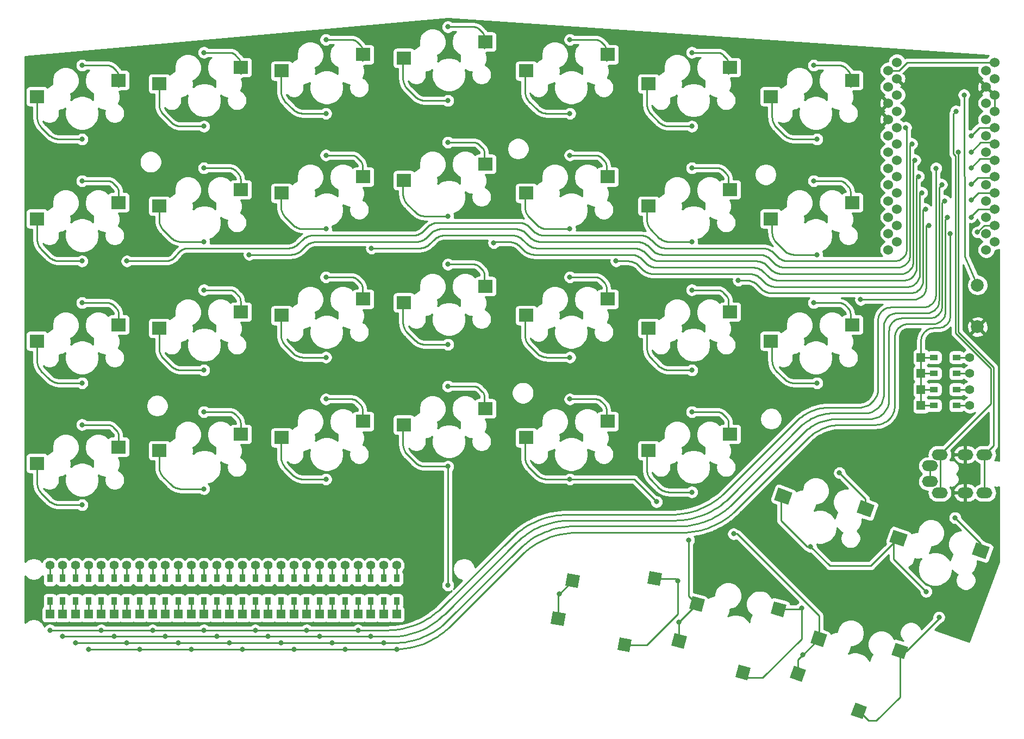
<source format=gbl>
%TF.GenerationSoftware,KiCad,Pcbnew,(5.1.6-0-10_14)*%
%TF.CreationDate,2020-07-06T11:25:28+02:00*%
%TF.ProjectId,splitkb,73706c69-746b-4622-9e6b-696361645f70,rev?*%
%TF.SameCoordinates,Original*%
%TF.FileFunction,Copper,L2,Bot*%
%TF.FilePolarity,Positive*%
%FSLAX46Y46*%
G04 Gerber Fmt 4.6, Leading zero omitted, Abs format (unit mm)*
G04 Created by KiCad (PCBNEW (5.1.6-0-10_14)) date 2020-07-06 11:25:28*
%MOMM*%
%LPD*%
G01*
G04 APERTURE LIST*
%TA.AperFunction,SMDPad,CuDef*%
%ADD10R,2.300000X2.000000*%
%TD*%
%TA.AperFunction,SMDPad,CuDef*%
%ADD11C,0.100000*%
%TD*%
%TA.AperFunction,ComponentPad*%
%ADD12C,1.397000*%
%TD*%
%TA.AperFunction,ComponentPad*%
%ADD13R,1.397000X1.397000*%
%TD*%
%TA.AperFunction,SMDPad,CuDef*%
%ADD14R,0.950000X1.300000*%
%TD*%
%TA.AperFunction,SMDPad,CuDef*%
%ADD15R,1.300000X0.950000*%
%TD*%
%TA.AperFunction,ComponentPad*%
%ADD16C,2.000000*%
%TD*%
%TA.AperFunction,ComponentPad*%
%ADD17C,1.524000*%
%TD*%
%TA.AperFunction,ComponentPad*%
%ADD18O,2.500000X1.700000*%
%TD*%
%TA.AperFunction,ViaPad*%
%ADD19C,0.800000*%
%TD*%
%TA.AperFunction,Conductor*%
%ADD20C,0.254000*%
%TD*%
G04 APERTURE END LIST*
D10*
%TO.P,SW9,2*%
%TO.N,Net-(D9-Pad2)*%
X91800000Y-43830000D03*
%TO.P,SW9,1*%
%TO.N,col2*%
X79100000Y-46370000D03*
%TD*%
%TO.P,SW30,1*%
%TO.N,col6*%
X155300000Y-88470000D03*
%TO.P,SW30,2*%
%TO.N,Net-(D30-Pad2)*%
X168000000Y-85930000D03*
%TD*%
%TO.P,SW2,2*%
%TO.N,Net-(D2-Pad2)*%
X53700000Y-66880000D03*
%TO.P,SW2,1*%
%TO.N,col0*%
X41000000Y-69420000D03*
%TD*%
%TA.AperFunction,SMDPad,CuDef*%
D11*
%TO.P,SW17,1*%
%TO.N,col3*%
G36*
X123349015Y-130926078D02*
G01*
X123001719Y-132895694D01*
X121032103Y-132548398D01*
X121379399Y-130578782D01*
X123349015Y-130926078D01*
G37*
%TD.AperFunction*%
%TA.AperFunction,SMDPad,CuDef*%
%TO.P,SW17,2*%
%TO.N,Net-(D17-Pad2)*%
G36*
X133652153Y-134976739D02*
G01*
X133304856Y-136946355D01*
X131433721Y-136616423D01*
X131781018Y-134646807D01*
X133652153Y-134976739D01*
G37*
%TD.AperFunction*%
%TA.AperFunction,SMDPad,CuDef*%
%TO.P,SW17,1*%
%TO.N,col3*%
G36*
X125614349Y-124989256D02*
G01*
X125267053Y-126958872D01*
X123297437Y-126611576D01*
X123644733Y-124641960D01*
X125614349Y-124989256D01*
G37*
%TD.AperFunction*%
%TA.AperFunction,SMDPad,CuDef*%
%TO.P,SW17,2*%
%TO.N,Net-(D17-Pad2)*%
G36*
X138365512Y-124658446D02*
G01*
X138018216Y-126628062D01*
X136048600Y-126280766D01*
X136395896Y-124311150D01*
X138365512Y-124658446D01*
G37*
%TD.AperFunction*%
%TD*%
D12*
%TO.P,D1,2*%
%TO.N,Net-(D1-Pad2)*%
X43000000Y-123415000D03*
D13*
%TO.P,D1,1*%
%TO.N,row0*%
X43000000Y-131035000D03*
D14*
X43000000Y-129000000D03*
%TO.P,D1,2*%
%TO.N,Net-(D1-Pad2)*%
X43000000Y-125450000D03*
%TD*%
%TO.P,D2,2*%
%TO.N,Net-(D2-Pad2)*%
X45000000Y-125450000D03*
%TO.P,D2,1*%
%TO.N,row1*%
X45000000Y-129000000D03*
D13*
X45000000Y-131035000D03*
D12*
%TO.P,D2,2*%
%TO.N,Net-(D2-Pad2)*%
X45000000Y-123415000D03*
%TD*%
%TO.P,D3,2*%
%TO.N,Net-(D3-Pad2)*%
X47000000Y-123415000D03*
D13*
%TO.P,D3,1*%
%TO.N,row2*%
X47000000Y-131035000D03*
D14*
X47000000Y-129000000D03*
%TO.P,D3,2*%
%TO.N,Net-(D3-Pad2)*%
X47000000Y-125450000D03*
%TD*%
D12*
%TO.P,D4,2*%
%TO.N,Net-(D4-Pad2)*%
X49000000Y-123415000D03*
D13*
%TO.P,D4,1*%
%TO.N,row3*%
X49000000Y-131035000D03*
D14*
X49000000Y-129000000D03*
%TO.P,D4,2*%
%TO.N,Net-(D4-Pad2)*%
X49000000Y-125450000D03*
%TD*%
%TO.P,D5,2*%
%TO.N,Net-(D5-Pad2)*%
X51000000Y-125450000D03*
%TO.P,D5,1*%
%TO.N,row0*%
X51000000Y-129000000D03*
D13*
X51000000Y-131035000D03*
D12*
%TO.P,D5,2*%
%TO.N,Net-(D5-Pad2)*%
X51000000Y-123415000D03*
%TD*%
%TO.P,D6,2*%
%TO.N,Net-(D6-Pad2)*%
X53000000Y-123415000D03*
D13*
%TO.P,D6,1*%
%TO.N,row1*%
X53000000Y-131035000D03*
D14*
X53000000Y-129000000D03*
%TO.P,D6,2*%
%TO.N,Net-(D6-Pad2)*%
X53000000Y-125450000D03*
%TD*%
D12*
%TO.P,D7,2*%
%TO.N,Net-(D7-Pad2)*%
X55000000Y-123415000D03*
D13*
%TO.P,D7,1*%
%TO.N,row2*%
X55000000Y-131035000D03*
D14*
X55000000Y-129000000D03*
%TO.P,D7,2*%
%TO.N,Net-(D7-Pad2)*%
X55000000Y-125450000D03*
%TD*%
%TO.P,D8,2*%
%TO.N,Net-(D8-Pad2)*%
X57000000Y-125450000D03*
%TO.P,D8,1*%
%TO.N,row3*%
X57000000Y-129000000D03*
D13*
X57000000Y-131035000D03*
D12*
%TO.P,D8,2*%
%TO.N,Net-(D8-Pad2)*%
X57000000Y-123415000D03*
%TD*%
D14*
%TO.P,D9,2*%
%TO.N,Net-(D9-Pad2)*%
X59000000Y-125450000D03*
%TO.P,D9,1*%
%TO.N,row0*%
X59000000Y-129000000D03*
D13*
X59000000Y-131035000D03*
D12*
%TO.P,D9,2*%
%TO.N,Net-(D9-Pad2)*%
X59000000Y-123415000D03*
%TD*%
%TO.P,D10,2*%
%TO.N,Net-(D10-Pad2)*%
X61000000Y-123415000D03*
D13*
%TO.P,D10,1*%
%TO.N,row1*%
X61000000Y-131035000D03*
D14*
X61000000Y-129000000D03*
%TO.P,D10,2*%
%TO.N,Net-(D10-Pad2)*%
X61000000Y-125450000D03*
%TD*%
%TO.P,D11,2*%
%TO.N,Net-(D11-Pad2)*%
X63000000Y-125450000D03*
%TO.P,D11,1*%
%TO.N,row2*%
X63000000Y-129000000D03*
D13*
X63000000Y-131035000D03*
D12*
%TO.P,D11,2*%
%TO.N,Net-(D11-Pad2)*%
X63000000Y-123415000D03*
%TD*%
%TO.P,D12,2*%
%TO.N,Net-(D12-Pad2)*%
X65000000Y-123415000D03*
D13*
%TO.P,D12,1*%
%TO.N,row3*%
X65000000Y-131035000D03*
D14*
X65000000Y-129000000D03*
%TO.P,D12,2*%
%TO.N,Net-(D12-Pad2)*%
X65000000Y-125450000D03*
%TD*%
%TO.P,D13,2*%
%TO.N,Net-(D13-Pad2)*%
X67000000Y-125450000D03*
%TO.P,D13,1*%
%TO.N,row0*%
X67000000Y-129000000D03*
D13*
X67000000Y-131035000D03*
D12*
%TO.P,D13,2*%
%TO.N,Net-(D13-Pad2)*%
X67000000Y-123415000D03*
%TD*%
%TO.P,D14,2*%
%TO.N,Net-(D14-Pad2)*%
X69000000Y-123415000D03*
D13*
%TO.P,D14,1*%
%TO.N,row1*%
X69000000Y-131035000D03*
D14*
X69000000Y-129000000D03*
%TO.P,D14,2*%
%TO.N,Net-(D14-Pad2)*%
X69000000Y-125450000D03*
%TD*%
D12*
%TO.P,D15,2*%
%TO.N,Net-(D15-Pad2)*%
X71000000Y-123415000D03*
D13*
%TO.P,D15,1*%
%TO.N,row2*%
X71000000Y-131035000D03*
D14*
X71000000Y-129000000D03*
%TO.P,D15,2*%
%TO.N,Net-(D15-Pad2)*%
X71000000Y-125450000D03*
%TD*%
%TO.P,D16,2*%
%TO.N,Net-(D16-Pad2)*%
X73000000Y-125450000D03*
%TO.P,D16,1*%
%TO.N,row3*%
X73000000Y-129000000D03*
D13*
X73000000Y-131035000D03*
D12*
%TO.P,D16,2*%
%TO.N,Net-(D16-Pad2)*%
X73000000Y-123415000D03*
%TD*%
D15*
%TO.P,D17,2*%
%TO.N,Net-(D17-Pad2)*%
X184275000Y-98500000D03*
%TO.P,D17,1*%
%TO.N,row4*%
X180725000Y-98500000D03*
D13*
X178690000Y-98500000D03*
D12*
%TO.P,D17,2*%
%TO.N,Net-(D17-Pad2)*%
X186310000Y-98500000D03*
%TD*%
D14*
%TO.P,D18,2*%
%TO.N,Net-(D18-Pad2)*%
X75000000Y-125450000D03*
%TO.P,D18,1*%
%TO.N,row0*%
X75000000Y-129000000D03*
D13*
X75000000Y-131035000D03*
D12*
%TO.P,D18,2*%
%TO.N,Net-(D18-Pad2)*%
X75000000Y-123415000D03*
%TD*%
%TO.P,D19,2*%
%TO.N,Net-(D19-Pad2)*%
X77000000Y-123415000D03*
D13*
%TO.P,D19,1*%
%TO.N,row1*%
X77000000Y-131035000D03*
D14*
X77000000Y-129000000D03*
%TO.P,D19,2*%
%TO.N,Net-(D19-Pad2)*%
X77000000Y-125450000D03*
%TD*%
%TO.P,D20,2*%
%TO.N,Net-(D20-Pad2)*%
X79000000Y-125450000D03*
%TO.P,D20,1*%
%TO.N,row2*%
X79000000Y-129000000D03*
D13*
X79000000Y-131035000D03*
D12*
%TO.P,D20,2*%
%TO.N,Net-(D20-Pad2)*%
X79000000Y-123415000D03*
%TD*%
%TO.P,D21,2*%
%TO.N,Net-(D21-Pad2)*%
X81000000Y-123415000D03*
D13*
%TO.P,D21,1*%
%TO.N,row3*%
X81000000Y-131035000D03*
D14*
X81000000Y-129000000D03*
%TO.P,D21,2*%
%TO.N,Net-(D21-Pad2)*%
X81000000Y-125450000D03*
%TD*%
D15*
%TO.P,D22,2*%
%TO.N,Net-(D22-Pad2)*%
X184275000Y-96000000D03*
%TO.P,D22,1*%
%TO.N,row4*%
X180725000Y-96000000D03*
D13*
X178690000Y-96000000D03*
D12*
%TO.P,D22,2*%
%TO.N,Net-(D22-Pad2)*%
X186310000Y-96000000D03*
%TD*%
%TO.P,D23,2*%
%TO.N,Net-(D23-Pad2)*%
X83000000Y-123415000D03*
D13*
%TO.P,D23,1*%
%TO.N,row0*%
X83000000Y-131035000D03*
D14*
X83000000Y-129000000D03*
%TO.P,D23,2*%
%TO.N,Net-(D23-Pad2)*%
X83000000Y-125450000D03*
%TD*%
%TO.P,D24,2*%
%TO.N,Net-(D24-Pad2)*%
X85000000Y-125450000D03*
%TO.P,D24,1*%
%TO.N,row1*%
X85000000Y-129000000D03*
D13*
X85000000Y-131035000D03*
D12*
%TO.P,D24,2*%
%TO.N,Net-(D24-Pad2)*%
X85000000Y-123415000D03*
%TD*%
%TO.P,D25,2*%
%TO.N,Net-(D25-Pad2)*%
X87000000Y-123415000D03*
D13*
%TO.P,D25,1*%
%TO.N,row2*%
X87000000Y-131035000D03*
D14*
X87000000Y-129000000D03*
%TO.P,D25,2*%
%TO.N,Net-(D25-Pad2)*%
X87000000Y-125450000D03*
%TD*%
%TO.P,D26,2*%
%TO.N,Net-(D26-Pad2)*%
X89000000Y-125450000D03*
%TO.P,D26,1*%
%TO.N,row3*%
X89000000Y-129000000D03*
D13*
X89000000Y-131035000D03*
D12*
%TO.P,D26,2*%
%TO.N,Net-(D26-Pad2)*%
X89000000Y-123415000D03*
%TD*%
%TO.P,D27,2*%
%TO.N,Net-(D27-Pad2)*%
X186310000Y-93500000D03*
D13*
%TO.P,D27,1*%
%TO.N,row4*%
X178690000Y-93500000D03*
D15*
X180725000Y-93500000D03*
%TO.P,D27,2*%
%TO.N,Net-(D27-Pad2)*%
X184275000Y-93500000D03*
%TD*%
D12*
%TO.P,D28,2*%
%TO.N,Net-(D28-Pad2)*%
X91000000Y-123415000D03*
D13*
%TO.P,D28,1*%
%TO.N,row0*%
X91000000Y-131035000D03*
D14*
X91000000Y-129000000D03*
%TO.P,D28,2*%
%TO.N,Net-(D28-Pad2)*%
X91000000Y-125450000D03*
%TD*%
%TO.P,D29,2*%
%TO.N,Net-(D29-Pad2)*%
X93000000Y-125450000D03*
%TO.P,D29,1*%
%TO.N,row1*%
X93000000Y-129000000D03*
D13*
X93000000Y-131035000D03*
D12*
%TO.P,D29,2*%
%TO.N,Net-(D29-Pad2)*%
X93000000Y-123415000D03*
%TD*%
D14*
%TO.P,D30,2*%
%TO.N,Net-(D30-Pad2)*%
X95000000Y-125450000D03*
%TO.P,D30,1*%
%TO.N,row2*%
X95000000Y-129000000D03*
D13*
X95000000Y-131035000D03*
D12*
%TO.P,D30,2*%
%TO.N,Net-(D30-Pad2)*%
X95000000Y-123415000D03*
%TD*%
%TO.P,D31,2*%
%TO.N,Net-(D31-Pad2)*%
X97000000Y-123415000D03*
D13*
%TO.P,D31,1*%
%TO.N,row3*%
X97000000Y-131035000D03*
D14*
X97000000Y-129000000D03*
%TO.P,D31,2*%
%TO.N,Net-(D31-Pad2)*%
X97000000Y-125450000D03*
%TD*%
D15*
%TO.P,D32,2*%
%TO.N,Net-(D32-Pad2)*%
X184275000Y-91000000D03*
%TO.P,D32,1*%
%TO.N,row4*%
X180725000Y-91000000D03*
D13*
X178690000Y-91000000D03*
D12*
%TO.P,D32,2*%
%TO.N,Net-(D32-Pad2)*%
X186310000Y-91000000D03*
%TD*%
D16*
%TO.P,K1,1*%
%TO.N,reset*%
X187500000Y-79750000D03*
%TO.P,K1,2*%
%TO.N,GND*%
X187500000Y-86250000D03*
%TD*%
%TA.AperFunction,SMDPad,CuDef*%
D11*
%TO.P,SW22,2*%
%TO.N,Net-(D22-Pad2)*%
G36*
X157748730Y-129535376D02*
G01*
X157231092Y-131467228D01*
X155299240Y-130949590D01*
X155816878Y-129017738D01*
X157748730Y-129535376D01*
G37*
%TD.AperFunction*%
%TA.AperFunction,SMDPad,CuDef*%
%TO.P,SW22,1*%
%TO.N,col4*%
G36*
X145017257Y-128753590D02*
G01*
X144499619Y-130685442D01*
X142567767Y-130167804D01*
X143085405Y-128235952D01*
X145017257Y-128753590D01*
G37*
%TD.AperFunction*%
%TA.AperFunction,SMDPad,CuDef*%
%TO.P,SW22,2*%
%TO.N,Net-(D22-Pad2)*%
G36*
X152154009Y-139403608D02*
G01*
X151636370Y-141335460D01*
X149801111Y-140843704D01*
X150318750Y-138911852D01*
X152154009Y-139403608D01*
G37*
%TD.AperFunction*%
%TA.AperFunction,SMDPad,CuDef*%
%TO.P,SW22,1*%
%TO.N,col4*%
G36*
X142243115Y-134470384D02*
G01*
X141725477Y-136402236D01*
X139793625Y-135884598D01*
X140311263Y-133952746D01*
X142243115Y-134470384D01*
G37*
%TD.AperFunction*%
%TD*%
%TA.AperFunction,SMDPad,CuDef*%
%TO.P,SW27,1*%
%TO.N,col5*%
G36*
X160804728Y-139708828D02*
G01*
X160120687Y-141588213D01*
X158241302Y-140904172D01*
X158925343Y-139024787D01*
X160804728Y-139708828D01*
G37*
%TD.AperFunction*%
%TA.AperFunction,SMDPad,CuDef*%
%TO.P,SW27,2*%
%TO.N,Net-(D27-Pad2)*%
G36*
X170247948Y-145487070D02*
G01*
X169563908Y-147366455D01*
X167778492Y-146716616D01*
X168462532Y-144837231D01*
X170247948Y-145487070D01*
G37*
%TD.AperFunction*%
%TA.AperFunction,SMDPad,CuDef*%
%TO.P,SW27,1*%
%TO.N,col5*%
G36*
X164066565Y-134255570D02*
G01*
X163382524Y-136134955D01*
X161503139Y-135450914D01*
X162187180Y-133571529D01*
X164066565Y-134255570D01*
G37*
%TD.AperFunction*%
%TA.AperFunction,SMDPad,CuDef*%
%TO.P,SW27,2*%
%TO.N,Net-(D27-Pad2)*%
G36*
X176681454Y-136144002D02*
G01*
X175997413Y-138023387D01*
X174118028Y-137339346D01*
X174802069Y-135459961D01*
X176681454Y-136144002D01*
G37*
%TD.AperFunction*%
%TD*%
D17*
%TO.P,U1,24*%
%TO.N,Net-(U1-Pad24)*%
X174936400Y-45022000D03*
%TO.P,U1,23*%
%TO.N,GND*%
X174936400Y-47562000D03*
%TO.P,U1,22*%
%TO.N,reset*%
X174936400Y-50102000D03*
%TO.P,U1,21*%
%TO.N,VCC*%
X174936400Y-52642000D03*
%TO.P,U1,20*%
%TO.N,col0*%
X174936400Y-55182000D03*
%TO.P,U1,19*%
%TO.N,col1*%
X174936400Y-57722000D03*
%TO.P,U1,18*%
%TO.N,col2*%
X174936400Y-60262000D03*
%TO.P,U1,17*%
%TO.N,col3*%
X174936400Y-62802000D03*
%TO.P,U1,16*%
%TO.N,col4*%
X174936400Y-65342000D03*
%TO.P,U1,15*%
%TO.N,col5*%
X174936400Y-67882000D03*
%TO.P,U1,14*%
%TO.N,col6*%
X174936400Y-70422000D03*
%TO.P,U1,13*%
%TO.N,Net-(U1-Pad13)*%
X174936400Y-72962000D03*
%TO.P,U1,12*%
%TO.N,Net-(U1-Pad12)*%
X190156400Y-72962000D03*
%TO.P,U1,11*%
%TO.N,row4*%
X190156400Y-70422000D03*
%TO.P,U1,10*%
%TO.N,row3*%
X190156400Y-67882000D03*
%TO.P,U1,9*%
%TO.N,row2*%
X190156400Y-65342000D03*
%TO.P,U1,8*%
%TO.N,row1*%
X190156400Y-62802000D03*
%TO.P,U1,7*%
%TO.N,row0*%
X190156400Y-60262000D03*
%TO.P,U1,6*%
%TO.N,data*%
X190156400Y-57722000D03*
%TO.P,U1,5*%
%TO.N,Net-(U1-Pad5)*%
X190156400Y-55182000D03*
%TO.P,U1,4*%
%TO.N,GND*%
X190156400Y-52642000D03*
%TO.P,U1,3*%
X190156400Y-50102000D03*
%TO.P,U1,2*%
%TO.N,Net-(U1-Pad2)*%
X190156400Y-47562000D03*
%TO.P,U1,1*%
%TO.N,Net-(U1-Pad1)*%
X190156400Y-45022000D03*
X173610000Y-46292000D03*
%TO.P,U1,2*%
%TO.N,Net-(U1-Pad2)*%
X173610000Y-48832000D03*
%TO.P,U1,3*%
%TO.N,GND*%
X173610000Y-51372000D03*
%TO.P,U1,4*%
X173610000Y-53912000D03*
%TO.P,U1,5*%
%TO.N,Net-(U1-Pad5)*%
X173610000Y-56452000D03*
%TO.P,U1,6*%
%TO.N,data*%
X173610000Y-58992000D03*
%TO.P,U1,7*%
%TO.N,row0*%
X173610000Y-61532000D03*
%TO.P,U1,8*%
%TO.N,row1*%
X173610000Y-64072000D03*
%TO.P,U1,9*%
%TO.N,row2*%
X173610000Y-66612000D03*
%TO.P,U1,10*%
%TO.N,row3*%
X173610000Y-69152000D03*
%TO.P,U1,11*%
%TO.N,row4*%
X173610000Y-71692000D03*
%TO.P,U1,12*%
%TO.N,Net-(U1-Pad12)*%
X173610000Y-74232000D03*
%TO.P,U1,13*%
%TO.N,Net-(U1-Pad13)*%
X188850000Y-74232000D03*
%TO.P,U1,14*%
%TO.N,col6*%
X188850000Y-71692000D03*
%TO.P,U1,15*%
%TO.N,col5*%
X188850000Y-69152000D03*
%TO.P,U1,16*%
%TO.N,col4*%
X188850000Y-66612000D03*
%TO.P,U1,17*%
%TO.N,col3*%
X188850000Y-64072000D03*
%TO.P,U1,18*%
%TO.N,col2*%
X188850000Y-61532000D03*
%TO.P,U1,19*%
%TO.N,col1*%
X188850000Y-58992000D03*
%TO.P,U1,20*%
%TO.N,col0*%
X188850000Y-56452000D03*
%TO.P,U1,21*%
%TO.N,VCC*%
X188850000Y-53912000D03*
%TO.P,U1,22*%
%TO.N,reset*%
X188850000Y-51372000D03*
%TO.P,U1,23*%
%TO.N,GND*%
X188850000Y-48832000D03*
%TO.P,U1,24*%
%TO.N,Net-(U1-Pad24)*%
X188850000Y-46292000D03*
%TD*%
D18*
%TO.P,J1,D*%
%TO.N,VCC*%
X181600000Y-106150000D03*
%TO.P,J1,A*%
%TO.N,Net-(J1-PadA)*%
X180100000Y-110350000D03*
%TO.P,J1,B*%
%TO.N,data*%
X188600000Y-106150000D03*
%TO.P,J1,C*%
%TO.N,GND*%
X185600000Y-106150000D03*
%TO.P,J1,B*%
%TO.N,data*%
X188600000Y-112100000D03*
%TO.P,J1,C*%
%TO.N,GND*%
X185600000Y-112100000D03*
%TO.P,J1,D*%
%TO.N,VCC*%
X181600000Y-112100000D03*
%TO.P,J1,A*%
%TO.N,Net-(J1-PadA)*%
X180100000Y-107900000D03*
%TD*%
D10*
%TO.P,SW1,2*%
%TO.N,Net-(D1-Pad2)*%
X53700000Y-47830000D03*
%TO.P,SW1,1*%
%TO.N,col0*%
X41000000Y-50370000D03*
%TD*%
%TO.P,SW3,2*%
%TO.N,Net-(D3-Pad2)*%
X53700000Y-85930000D03*
%TO.P,SW3,1*%
%TO.N,col0*%
X41000000Y-88470000D03*
%TD*%
%TO.P,SW4,1*%
%TO.N,col0*%
X41000000Y-107520000D03*
%TO.P,SW4,2*%
%TO.N,Net-(D4-Pad2)*%
X53700000Y-104980000D03*
%TD*%
%TO.P,SW5,1*%
%TO.N,col1*%
X60050000Y-48370000D03*
%TO.P,SW5,2*%
%TO.N,Net-(D5-Pad2)*%
X72750000Y-45830000D03*
%TD*%
%TO.P,SW6,1*%
%TO.N,col1*%
X60050000Y-67420000D03*
%TO.P,SW6,2*%
%TO.N,Net-(D6-Pad2)*%
X72750000Y-64880000D03*
%TD*%
%TO.P,SW7,2*%
%TO.N,Net-(D7-Pad2)*%
X72750000Y-83930000D03*
%TO.P,SW7,1*%
%TO.N,col1*%
X60050000Y-86470000D03*
%TD*%
%TO.P,SW8,2*%
%TO.N,Net-(D8-Pad2)*%
X72750000Y-102980000D03*
%TO.P,SW8,1*%
%TO.N,col1*%
X60050000Y-105520000D03*
%TD*%
%TO.P,SW10,2*%
%TO.N,Net-(D10-Pad2)*%
X91800000Y-62880000D03*
%TO.P,SW10,1*%
%TO.N,col2*%
X79100000Y-65420000D03*
%TD*%
%TO.P,SW11,1*%
%TO.N,col2*%
X79100000Y-84470000D03*
%TO.P,SW11,2*%
%TO.N,Net-(D11-Pad2)*%
X91800000Y-81930000D03*
%TD*%
%TO.P,SW12,1*%
%TO.N,col2*%
X79100000Y-103520000D03*
%TO.P,SW12,2*%
%TO.N,Net-(D12-Pad2)*%
X91800000Y-100980000D03*
%TD*%
%TO.P,SW13,1*%
%TO.N,col3*%
X98150000Y-44370000D03*
%TO.P,SW13,2*%
%TO.N,Net-(D13-Pad2)*%
X110850000Y-41830000D03*
%TD*%
%TO.P,SW14,1*%
%TO.N,col3*%
X98150000Y-63420000D03*
%TO.P,SW14,2*%
%TO.N,Net-(D14-Pad2)*%
X110850000Y-60880000D03*
%TD*%
%TO.P,SW15,1*%
%TO.N,col3*%
X98150000Y-82470000D03*
%TO.P,SW15,2*%
%TO.N,Net-(D15-Pad2)*%
X110850000Y-79930000D03*
%TD*%
%TO.P,SW16,1*%
%TO.N,col3*%
X98150000Y-101520000D03*
%TO.P,SW16,2*%
%TO.N,Net-(D16-Pad2)*%
X110850000Y-98980000D03*
%TD*%
%TO.P,SW18,2*%
%TO.N,Net-(D18-Pad2)*%
X129900000Y-43830000D03*
%TO.P,SW18,1*%
%TO.N,col4*%
X117200000Y-46370000D03*
%TD*%
%TO.P,SW19,1*%
%TO.N,col4*%
X117200000Y-65420000D03*
%TO.P,SW19,2*%
%TO.N,Net-(D19-Pad2)*%
X129900000Y-62880000D03*
%TD*%
%TO.P,SW20,2*%
%TO.N,Net-(D20-Pad2)*%
X129900000Y-81930000D03*
%TO.P,SW20,1*%
%TO.N,col4*%
X117200000Y-84470000D03*
%TD*%
%TO.P,SW21,1*%
%TO.N,col4*%
X117200000Y-103520000D03*
%TO.P,SW21,2*%
%TO.N,Net-(D21-Pad2)*%
X129900000Y-100980000D03*
%TD*%
%TO.P,SW23,2*%
%TO.N,Net-(D23-Pad2)*%
X148950000Y-45830000D03*
%TO.P,SW23,1*%
%TO.N,col5*%
X136250000Y-48370000D03*
%TD*%
%TO.P,SW24,2*%
%TO.N,Net-(D24-Pad2)*%
X148950000Y-64880000D03*
%TO.P,SW24,1*%
%TO.N,col5*%
X136250000Y-67420000D03*
%TD*%
%TO.P,SW25,2*%
%TO.N,Net-(D25-Pad2)*%
X148950000Y-83930000D03*
%TO.P,SW25,1*%
%TO.N,col5*%
X136250000Y-86470000D03*
%TD*%
%TO.P,SW26,2*%
%TO.N,Net-(D26-Pad2)*%
X148950000Y-102980000D03*
%TO.P,SW26,1*%
%TO.N,col5*%
X136250000Y-105520000D03*
%TD*%
%TO.P,SW28,2*%
%TO.N,Net-(D28-Pad2)*%
X168000000Y-47830000D03*
%TO.P,SW28,1*%
%TO.N,col6*%
X155300000Y-50370000D03*
%TD*%
%TO.P,SW29,1*%
%TO.N,col6*%
X155300000Y-69420000D03*
%TO.P,SW29,2*%
%TO.N,Net-(D29-Pad2)*%
X168000000Y-66880000D03*
%TD*%
%TA.AperFunction,SMDPad,CuDef*%
D11*
%TO.P,SW31,1*%
%TO.N,col6*%
G36*
X158677231Y-112085083D02*
G01*
X157993190Y-113964468D01*
X155831897Y-113177821D01*
X156515938Y-111298436D01*
X158677231Y-112085083D01*
G37*
%TD.AperFunction*%
%TA.AperFunction,SMDPad,CuDef*%
%TO.P,SW31,2*%
%TO.N,Net-(D31-Pad2)*%
G36*
X171480058Y-114041920D02*
G01*
X170796017Y-115921305D01*
X168634724Y-115134658D01*
X169318765Y-113255273D01*
X171480058Y-114041920D01*
G37*
%TD.AperFunction*%
%TD*%
%TA.AperFunction,SMDPad,CuDef*%
%TO.P,SW32,1*%
%TO.N,col6*%
G36*
X176627231Y-118635083D02*
G01*
X175943190Y-120514468D01*
X173781897Y-119727821D01*
X174465938Y-117848436D01*
X176627231Y-118635083D01*
G37*
%TD.AperFunction*%
%TA.AperFunction,SMDPad,CuDef*%
%TO.P,SW32,2*%
%TO.N,Net-(D32-Pad2)*%
G36*
X189430058Y-120591920D02*
G01*
X188746017Y-122471305D01*
X186584724Y-121684658D01*
X187268765Y-119805273D01*
X189430058Y-120591920D01*
G37*
%TD.AperFunction*%
%TD*%
D19*
%TO.N,Net-(D1-Pad2)*%
X48000000Y-45500000D03*
%TO.N,row0*%
X43000000Y-133500000D03*
X51000000Y-133500000D03*
X59000000Y-133500000D03*
X91000000Y-133500000D03*
X83000000Y-133500000D03*
X75000000Y-133500000D03*
X67000000Y-133500000D03*
X186500000Y-61500000D03*
X181032000Y-61532000D03*
%TO.N,Net-(D2-Pad2)*%
X48000000Y-63500000D03*
%TO.N,row1*%
X45000000Y-134500000D03*
X53000000Y-134500000D03*
X61000000Y-134500000D03*
X93000000Y-134500000D03*
X85000000Y-134500000D03*
X77000000Y-134500000D03*
X69000000Y-134500000D03*
X186500000Y-64000000D03*
X181928000Y-64072000D03*
%TO.N,Net-(D3-Pad2)*%
X48000000Y-82500000D03*
%TO.N,row2*%
X47000000Y-135500000D03*
X55000000Y-135500000D03*
X95000000Y-135500000D03*
X87000000Y-135500000D03*
X79000000Y-135500000D03*
X71000000Y-135500000D03*
X63000000Y-135500000D03*
X186500000Y-66500000D03*
X182388000Y-66612000D03*
%TO.N,Net-(D4-Pad2)*%
X48000000Y-101500000D03*
%TO.N,row3*%
X49000000Y-136500000D03*
X57000000Y-136500000D03*
X97000000Y-136500000D03*
X89000000Y-136500000D03*
X81000000Y-136500000D03*
X73000000Y-136500000D03*
X65000000Y-136500000D03*
X182848000Y-69152000D03*
X186500000Y-69152000D03*
%TO.N,row4*%
X187500000Y-71500000D03*
X183272990Y-71692000D03*
%TO.N,Net-(D6-Pad2)*%
X67000000Y-61500000D03*
%TO.N,Net-(D7-Pad2)*%
X67000000Y-80500000D03*
%TO.N,Net-(D8-Pad2)*%
X67000000Y-99500000D03*
%TO.N,Net-(D9-Pad2)*%
X86000000Y-41500000D03*
%TO.N,Net-(D11-Pad2)*%
X86000000Y-78500000D03*
%TO.N,Net-(D12-Pad2)*%
X86000000Y-97500000D03*
%TO.N,Net-(D13-Pad2)*%
X105000000Y-39500000D03*
%TO.N,Net-(D14-Pad2)*%
X105000000Y-57500000D03*
%TO.N,Net-(D16-Pad2)*%
X105000000Y-95500000D03*
%TO.N,Net-(D17-Pad2)*%
X140791955Y-125791955D03*
%TO.N,Net-(D18-Pad2)*%
X124000000Y-41500000D03*
%TO.N,Net-(D19-Pad2)*%
X124000000Y-59500000D03*
%TO.N,Net-(D21-Pad2)*%
X124000000Y-97500000D03*
%TO.N,Net-(D22-Pad2)*%
X160077344Y-130077344D03*
%TO.N,Net-(D23-Pad2)*%
X143000000Y-43500000D03*
%TO.N,Net-(D24-Pad2)*%
X143000000Y-61500000D03*
%TO.N,Net-(D25-Pad2)*%
X143000000Y-80500000D03*
%TO.N,Net-(D26-Pad2)*%
X143000000Y-99500000D03*
%TO.N,Net-(D27-Pad2)*%
X181500000Y-131500000D03*
%TO.N,Net-(D28-Pad2)*%
X162000000Y-45500000D03*
%TO.N,Net-(D29-Pad2)*%
X162000000Y-63500000D03*
%TO.N,Net-(D30-Pad2)*%
X162000000Y-82500000D03*
%TO.N,Net-(D31-Pad2)*%
X166000000Y-109000000D03*
%TO.N,Net-(D32-Pad2)*%
X184000000Y-116000000D03*
%TO.N,data*%
X186500000Y-59000000D03*
X184500000Y-59000000D03*
%TO.N,col0*%
X48000000Y-114000000D03*
X48000000Y-95000000D03*
X48000000Y-76000000D03*
X55000000Y-76000000D03*
X48000000Y-57000000D03*
X176318000Y-55182000D03*
%TO.N,col1*%
X67000000Y-111500000D03*
X67000000Y-93000000D03*
X67000000Y-73000000D03*
X67000000Y-55000000D03*
X74050000Y-75000000D03*
X177278000Y-57722000D03*
%TO.N,col2*%
X86000000Y-110000000D03*
X86000000Y-91000000D03*
X86000000Y-71000000D03*
X86000000Y-53000000D03*
X93100000Y-74000000D03*
X177762000Y-60262000D03*
%TO.N,col3*%
X105000000Y-108000000D03*
X105000000Y-89000000D03*
X105000000Y-69000000D03*
X105000000Y-51000000D03*
X112150000Y-73150000D03*
X178302000Y-62802000D03*
X122378155Y-127878155D03*
X105000000Y-126500000D03*
%TO.N,col4*%
X124000000Y-110000000D03*
X124000000Y-91000000D03*
X124000000Y-71000000D03*
X124000000Y-53000000D03*
X131200000Y-76000000D03*
X178842000Y-65342000D03*
X141018370Y-132234839D03*
X137500000Y-113500000D03*
X142500000Y-119500000D03*
%TO.N,col5*%
X143000000Y-112000000D03*
X143000000Y-93000000D03*
X143000000Y-73000000D03*
X143000000Y-55000000D03*
X150250000Y-79000000D03*
X179382000Y-67882000D03*
X160319047Y-137319047D03*
X149500000Y-118500000D03*
%TO.N,col6*%
X162500000Y-95000000D03*
X162500000Y-75000000D03*
X162500000Y-57000000D03*
X169300000Y-82000000D03*
X179922000Y-70422000D03*
X161500000Y-120500000D03*
X179500000Y-127500000D03*
%TO.N,Net-(D5-Pad2)*%
X67000000Y-43500000D03*
%TO.N,Net-(D10-Pad2)*%
X86000000Y-59500000D03*
%TO.N,Net-(D15-Pad2)*%
X105000000Y-76500000D03*
%TO.N,Net-(D20-Pad2)*%
X124000000Y-78500000D03*
%TO.N,VCC*%
X184142000Y-52642000D03*
%TO.N,reset*%
X185398000Y-50102000D03*
%TO.N,Net-(U1-Pad5)*%
X186500000Y-56500000D03*
%TD*%
D20*
%TO.N,Net-(D1-Pad2)*%
X43000000Y-123415000D02*
X43000000Y-125450000D01*
X52853553Y-45853553D02*
X53346446Y-46346446D01*
X52810642Y-45812699D02*
X52853553Y-45853553D01*
X52765779Y-45774000D02*
X52810642Y-45812699D01*
X52719072Y-45737549D02*
X52765779Y-45774000D01*
X52670632Y-45703434D02*
X52719072Y-45737549D01*
X52620576Y-45671736D02*
X52670632Y-45703434D01*
X52569025Y-45642533D02*
X52620576Y-45671736D01*
X52516104Y-45615895D02*
X52569025Y-45642533D01*
X52461939Y-45591885D02*
X52516104Y-45615895D01*
X52406661Y-45570562D02*
X52461939Y-45591885D01*
X52350404Y-45551977D02*
X52406661Y-45570562D01*
X52293302Y-45536175D02*
X52350404Y-45551977D01*
X52235494Y-45523194D02*
X52293302Y-45536175D01*
X52177119Y-45513065D02*
X52235494Y-45523194D01*
X52118317Y-45505812D02*
X52177119Y-45513065D01*
X52059229Y-45501454D02*
X52118317Y-45505812D01*
X52000000Y-45500000D02*
X52059229Y-45501454D01*
X52000000Y-45500000D02*
X48000000Y-45500000D01*
X53700000Y-47200000D02*
X53700000Y-48830000D01*
X53698544Y-47140770D02*
X53700000Y-47200000D01*
X53694186Y-47081682D02*
X53698544Y-47140770D01*
X53686933Y-47022880D02*
X53694186Y-47081682D01*
X53676804Y-46964505D02*
X53686933Y-47022880D01*
X53663823Y-46906696D02*
X53676804Y-46964505D01*
X53648021Y-46849595D02*
X53663823Y-46906696D01*
X53629436Y-46793337D02*
X53648021Y-46849595D01*
X53608113Y-46738060D02*
X53629436Y-46793337D01*
X53584103Y-46683895D02*
X53608113Y-46738060D01*
X53557465Y-46630973D02*
X53584103Y-46683895D01*
X53528262Y-46579423D02*
X53557465Y-46630973D01*
X53496564Y-46529367D02*
X53528262Y-46579423D01*
X53462449Y-46480927D02*
X53496564Y-46529367D01*
X53425998Y-46434219D02*
X53462449Y-46480927D01*
X53387299Y-46389356D02*
X53425998Y-46434219D01*
X53346446Y-46346446D02*
X53387299Y-46389356D01*
%TO.N,row0*%
X59000000Y-129000000D02*
X59000000Y-131035000D01*
X51000000Y-129000000D02*
X51000000Y-131035000D01*
X43000000Y-129000000D02*
X43000000Y-131035000D01*
X67000000Y-129000000D02*
X67000000Y-131035000D01*
X75000000Y-129000000D02*
X75000000Y-131035000D01*
X83000000Y-129000000D02*
X83000000Y-131035000D01*
X91000000Y-129000000D02*
X91000000Y-131035000D01*
X189975401Y-60081001D02*
X190156400Y-60262000D01*
X187918999Y-60081001D02*
X189975401Y-60081001D01*
X186500000Y-61500000D02*
X187918999Y-60081001D01*
X95500000Y-133500000D02*
X43000000Y-133500000D01*
X96092299Y-133485459D02*
X95500000Y-133500000D01*
X96683171Y-133441874D02*
X96092299Y-133485459D01*
X97271193Y-133369348D02*
X96683171Y-133441874D01*
X97854948Y-133268057D02*
X97271193Y-133369348D01*
X98433029Y-133138244D02*
X97854948Y-133268057D01*
X99004045Y-132980223D02*
X98433029Y-133138244D01*
X99566619Y-132794374D02*
X99004045Y-132980223D01*
X100119397Y-132581144D02*
X99566619Y-132794374D01*
X100661045Y-132341047D02*
X100119397Y-132581144D01*
X101190261Y-132074663D02*
X100661045Y-132341047D01*
X101705768Y-131782631D02*
X101190261Y-132074663D01*
X102206325Y-131465657D02*
X101705768Y-131782631D01*
X102690725Y-131124504D02*
X102206325Y-131465657D01*
X103157803Y-130759993D02*
X102690725Y-131124504D01*
X103606432Y-130373002D02*
X103157803Y-130759993D01*
X104035534Y-129964466D02*
X103606432Y-130373002D01*
X115052307Y-119023333D02*
X104035534Y-129964466D01*
X115482976Y-118616031D02*
X115052307Y-119023333D01*
X115933030Y-118230256D02*
X115482976Y-118616031D01*
X116401392Y-117866928D02*
X115933030Y-118230256D01*
X116886945Y-117526915D02*
X116401392Y-117866928D01*
X117388529Y-117211028D02*
X116886945Y-117526915D01*
X117904945Y-116920021D02*
X117388529Y-117211028D01*
X118434962Y-116654591D02*
X117904945Y-116920021D01*
X118977312Y-116415370D02*
X118434962Y-116654591D01*
X119530702Y-116202930D02*
X118977312Y-116415370D01*
X120093809Y-116017778D02*
X119530702Y-116202930D01*
X171771638Y-96948050D02*
X171645763Y-97214190D01*
X171942355Y-96385270D02*
X171870821Y-96670854D01*
X171985554Y-96094051D02*
X171942355Y-96385270D01*
X172000000Y-85200000D02*
X172000000Y-95800000D01*
X172009630Y-85003965D02*
X172000000Y-85200000D01*
X172086119Y-84619430D02*
X172038429Y-84809819D01*
X172152240Y-84434633D02*
X172086119Y-84619430D01*
X172453979Y-83931213D02*
X172337060Y-84088859D01*
X172585786Y-83785786D02*
X172453979Y-83931213D01*
X163337283Y-98878390D02*
X162987030Y-98939164D01*
X172731213Y-83653979D02*
X172585786Y-83785786D01*
X172888859Y-83537060D02*
X172731213Y-83653979D01*
X173057206Y-83436157D02*
X172888859Y-83537060D01*
X173419430Y-83286119D02*
X173234633Y-83352240D01*
X173609819Y-83238429D02*
X173419430Y-83286119D01*
X173803965Y-83209630D02*
X173609819Y-83238429D01*
X145390261Y-114074663D02*
X144861045Y-114341048D01*
X174000000Y-83200000D02*
X173803965Y-83209630D01*
X180913880Y-81780569D02*
X180847759Y-81965366D01*
X171870821Y-96670854D02*
X171771638Y-96948050D01*
X180111140Y-82862939D02*
X179942793Y-82963842D01*
X145905768Y-113782632D02*
X145390261Y-114074663D01*
X180990369Y-81396034D02*
X180961570Y-81590180D01*
X173234633Y-83352240D02*
X173057206Y-83436157D01*
X162987030Y-98939164D02*
X162640181Y-99017052D01*
X180961570Y-81590180D02*
X180913880Y-81780569D01*
X181032000Y-61532000D02*
X181000000Y-62000000D01*
X159278679Y-100921320D02*
X148235533Y-111964466D01*
X181000000Y-81200000D02*
X180990369Y-81396034D01*
X161303371Y-99495370D02*
X160985842Y-99655201D01*
X172000000Y-95800000D02*
X171985554Y-96094051D01*
X180847759Y-81965366D02*
X180763842Y-82142793D01*
X171645763Y-97214190D02*
X171494408Y-97466710D01*
X179765366Y-83047759D02*
X179580569Y-83113880D01*
X172236157Y-84257206D02*
X172152240Y-84434633D01*
X181000000Y-62000000D02*
X181000000Y-81200000D01*
X164044620Y-98808723D02*
X163690096Y-98834874D01*
X172038429Y-84809819D02*
X172009630Y-85003965D01*
X179000000Y-83200000D02*
X174000000Y-83200000D01*
X172337060Y-84088859D02*
X172236157Y-84257206D01*
X180763842Y-82142793D02*
X180662939Y-82311140D01*
X180662939Y-82311140D02*
X180546020Y-82468786D01*
X180546020Y-82468786D02*
X180414213Y-82614213D01*
X180414213Y-82614213D02*
X180268786Y-82746020D01*
X180268786Y-82746020D02*
X180111140Y-82862939D01*
X179942793Y-82963842D02*
X179765366Y-83047759D01*
X171494408Y-97466710D02*
X171319031Y-97703179D01*
X179580569Y-83113880D02*
X179390180Y-83161570D01*
X179390180Y-83161570D02*
X179196034Y-83190369D01*
X179196034Y-83190369D02*
X179000000Y-83200000D01*
X143204045Y-114980223D02*
X142633029Y-115138245D01*
X171319031Y-97703179D02*
X171121320Y-97921320D01*
X171121320Y-97921320D02*
X170903179Y-98119031D01*
X170903179Y-98119031D02*
X170666710Y-98294408D01*
X148235533Y-111964466D02*
X147806432Y-112373003D01*
X170666710Y-98294408D02*
X170414190Y-98445763D01*
X142054948Y-115268057D02*
X141471193Y-115369348D01*
X170414190Y-98445763D02*
X170148050Y-98571638D01*
X123600000Y-115500000D02*
X123007411Y-115514482D01*
X170148050Y-98571638D02*
X169870854Y-98670821D01*
X169870854Y-98670821D02*
X169585270Y-98742355D01*
X120665289Y-115860357D02*
X120093809Y-116017778D01*
X169585270Y-98742355D02*
X169294051Y-98785554D01*
X169294051Y-98785554D02*
X169000000Y-98800000D01*
X159805316Y-100444003D02*
X159536138Y-100676197D01*
X169000000Y-98800000D02*
X164400000Y-98800000D01*
X161628361Y-99351312D02*
X161303371Y-99495370D01*
X164400000Y-98800000D02*
X164044620Y-98808723D01*
X160985842Y-99655201D02*
X160676537Y-99830420D01*
X163690096Y-98834874D02*
X163337283Y-98878390D01*
X162640181Y-99017052D02*
X162297572Y-99111865D01*
X162297572Y-99111865D02*
X161960027Y-99223374D01*
X161960027Y-99223374D02*
X161628361Y-99351312D01*
X160676537Y-99830420D02*
X160376203Y-100020604D01*
X160376203Y-100020604D02*
X160085563Y-100225296D01*
X160085563Y-100225296D02*
X159805316Y-100444003D01*
X159536138Y-100676197D02*
X159278679Y-100921320D01*
X147806432Y-112373003D02*
X147357803Y-112759993D01*
X147357803Y-112759993D02*
X146890725Y-113124504D01*
X146890725Y-113124504D02*
X146406325Y-113465657D01*
X146406325Y-113465657D02*
X145905768Y-113782632D01*
X144861045Y-114341048D02*
X144319397Y-114581144D01*
X144319397Y-114581144D02*
X143766619Y-114794374D01*
X143766619Y-114794374D02*
X143204045Y-114980223D01*
X142633029Y-115138245D02*
X142054948Y-115268057D01*
X141471193Y-115369348D02*
X140883171Y-115441874D01*
X140883171Y-115441874D02*
X140292299Y-115485459D01*
X140292299Y-115485459D02*
X139700000Y-115500000D01*
X139700000Y-115500000D02*
X123600000Y-115500000D01*
X123007411Y-115514482D02*
X122416238Y-115557898D01*
X122416238Y-115557898D02*
X121827891Y-115630142D01*
X121827891Y-115630142D02*
X121243777Y-115731042D01*
X121243777Y-115731042D02*
X120665289Y-115860357D01*
%TO.N,Net-(D2-Pad2)*%
X53425998Y-64434219D02*
X53462449Y-64480927D01*
X53663823Y-64906696D02*
X53676804Y-64964505D01*
X53462449Y-64480927D02*
X53496564Y-64529367D01*
X53528262Y-64579423D02*
X53557465Y-64630973D01*
X53686933Y-65022880D02*
X53694186Y-65081682D01*
X53700000Y-65200000D02*
X53700000Y-66830000D01*
X53557465Y-64630973D02*
X53584103Y-64683895D01*
X53346446Y-64346446D02*
X53387299Y-64389356D01*
X53608113Y-64738060D02*
X53629436Y-64793337D01*
X53648021Y-64849595D02*
X53663823Y-64906696D01*
X53496564Y-64529367D02*
X53528262Y-64579423D01*
X53676804Y-64964505D02*
X53686933Y-65022880D01*
X53629436Y-64793337D02*
X53648021Y-64849595D01*
X53694186Y-65081682D02*
X53698544Y-65140770D01*
X53698544Y-65140770D02*
X53700000Y-65200000D01*
X53387299Y-64389356D02*
X53425998Y-64434219D01*
X53584103Y-64683895D02*
X53608113Y-64738060D01*
X52853553Y-63853553D02*
X53346446Y-64346446D01*
X52350404Y-63551977D02*
X52406661Y-63570562D01*
X52293302Y-63536175D02*
X52350404Y-63551977D01*
X52177119Y-63513065D02*
X52235494Y-63523194D01*
X52000000Y-63500000D02*
X52059229Y-63501454D01*
X52516104Y-63615895D02*
X52569025Y-63642533D01*
X52620576Y-63671736D02*
X52670632Y-63703434D01*
X52059229Y-63501454D02*
X52118317Y-63505812D01*
X52719072Y-63737549D02*
X52765779Y-63774000D01*
X52235494Y-63523194D02*
X52293302Y-63536175D01*
X52765779Y-63774000D02*
X52810642Y-63812699D01*
X52810642Y-63812699D02*
X52853553Y-63853553D01*
X52461939Y-63591885D02*
X52516104Y-63615895D01*
X52569025Y-63642533D02*
X52620576Y-63671736D01*
X52000000Y-63500000D02*
X48000000Y-63500000D01*
X52118317Y-63505812D02*
X52177119Y-63513065D01*
X52406661Y-63570562D02*
X52461939Y-63591885D01*
X52670632Y-63703434D02*
X52719072Y-63737549D01*
X45000000Y-123415000D02*
X45000000Y-125450000D01*
%TO.N,row1*%
X53000000Y-129000000D02*
X53000000Y-131035000D01*
X45000000Y-129000000D02*
X45000000Y-131035000D01*
X61000000Y-131035000D02*
X61000000Y-129000000D01*
X69000000Y-129000000D02*
X69000000Y-131035000D01*
X77000000Y-129000000D02*
X77000000Y-131035000D01*
X85000000Y-129000000D02*
X85000000Y-131035000D01*
X93000000Y-129000000D02*
X93000000Y-131035000D01*
X189975401Y-62982999D02*
X190156400Y-62802000D01*
X187517001Y-62982999D02*
X189975401Y-62982999D01*
X186500000Y-64000000D02*
X187517001Y-62982999D01*
X115564466Y-119935533D02*
X104535534Y-130964466D01*
X119480602Y-117318854D02*
X118938953Y-117558950D01*
X120033379Y-117105624D02*
X119480602Y-117318854D01*
X172545763Y-98114190D02*
X172394408Y-98366710D01*
X96592299Y-134485459D02*
X96000000Y-134500000D01*
X172671638Y-97848050D02*
X172545763Y-98114190D01*
X172842355Y-97285270D02*
X172770821Y-97570854D01*
X116909273Y-118775494D02*
X116442195Y-119140005D01*
X172900000Y-96700000D02*
X172885554Y-96994051D01*
X172900000Y-86100000D02*
X172900000Y-96700000D01*
X172938429Y-85709819D02*
X172909630Y-85903965D01*
X97183171Y-134441874D02*
X96592299Y-134485459D01*
X173353979Y-84831213D02*
X173237060Y-84988859D01*
X118409737Y-117825335D02*
X117894230Y-118117366D01*
X172986119Y-85519430D02*
X172938429Y-85709819D01*
X173485786Y-84685786D02*
X173353979Y-84831213D01*
X172885554Y-96994051D02*
X172842355Y-97285270D01*
X103657803Y-131759993D02*
X103190725Y-132124504D01*
X173631213Y-84553979D02*
X173485786Y-84685786D01*
X103190725Y-132124504D02*
X102706325Y-132465657D01*
X174319430Y-84186119D02*
X174134633Y-84252240D01*
X174509819Y-84138429D02*
X174319430Y-84186119D01*
X117393673Y-118434340D02*
X116909273Y-118775494D01*
X174703965Y-84109630D02*
X174509819Y-84138429D01*
X147957803Y-113659993D02*
X147490725Y-114024504D01*
X174900000Y-84100000D02*
X174703965Y-84109630D01*
X102205768Y-132782632D02*
X101690261Y-133074663D01*
X181461570Y-82490180D02*
X181413880Y-82680569D01*
X148835533Y-112864466D02*
X148406432Y-113273003D01*
X148406432Y-113273003D02*
X147957803Y-113659993D01*
X181413880Y-82680569D02*
X181347759Y-82865366D01*
X116442195Y-119140005D02*
X115993566Y-119526995D01*
X181490369Y-82296034D02*
X181461570Y-82490180D01*
X100066619Y-133794374D02*
X99504045Y-133980223D01*
X181347759Y-82865366D02*
X181263842Y-83042793D01*
X181500000Y-82100000D02*
X181490369Y-82296034D01*
X98933029Y-134138245D02*
X98354948Y-134268057D01*
X181500000Y-64500000D02*
X181500000Y-82100000D01*
X172394408Y-98366710D02*
X172219031Y-98603179D01*
X121166969Y-116761754D02*
X120595953Y-116919775D01*
X181928000Y-64072000D02*
X181500000Y-64500000D01*
X173136157Y-85157206D02*
X173052240Y-85334633D01*
X121745051Y-116631941D02*
X121166969Y-116761754D01*
X172909630Y-85903965D02*
X172900000Y-86100000D01*
X145461045Y-115241048D02*
X144919397Y-115481144D01*
X102706325Y-132465657D02*
X102205768Y-132782632D01*
X180080569Y-84013880D02*
X179890180Y-84061570D01*
X104535534Y-130964466D02*
X104106432Y-131373003D01*
X181263842Y-83042793D02*
X181162939Y-83211140D01*
X180265366Y-83947759D02*
X180080569Y-84013880D01*
X159878679Y-101821320D02*
X148835533Y-112864466D01*
X117894230Y-118117366D02*
X117393673Y-118434340D01*
X181162939Y-83211140D02*
X181046020Y-83368786D01*
X181046020Y-83368786D02*
X180914213Y-83514213D01*
X142071193Y-116269348D02*
X141483171Y-116341874D01*
X147490725Y-114024504D02*
X147006325Y-114365657D01*
X180768786Y-83646020D02*
X180611140Y-83762939D01*
X174134633Y-84252240D02*
X173957206Y-84336157D01*
X124100000Y-116400000D02*
X123507700Y-116414539D01*
X120595953Y-116919775D02*
X120033379Y-117105624D01*
X180914213Y-83514213D02*
X180768786Y-83646020D01*
X100619397Y-133581144D02*
X100066619Y-133794374D01*
X172770821Y-97570854D02*
X172671638Y-97848050D01*
X180611140Y-83762939D02*
X180442793Y-83863842D01*
X104106432Y-131373003D02*
X103657803Y-131759993D01*
X180442793Y-83863842D02*
X180265366Y-83947759D01*
X101161045Y-133341048D02*
X100619397Y-133581144D01*
X173237060Y-84988859D02*
X173136157Y-85157206D01*
X179890180Y-84061570D02*
X179696034Y-84090369D01*
X173957206Y-84336157D02*
X173788859Y-84437060D01*
X122916828Y-116458124D02*
X122328806Y-116530650D01*
X179500000Y-84100000D02*
X174900000Y-84100000D01*
X179696034Y-84090369D02*
X179500000Y-84100000D01*
X123507700Y-116414539D02*
X122916828Y-116458124D01*
X172219031Y-98603179D02*
X172021320Y-98821320D01*
X101690261Y-133074663D02*
X101161045Y-133341048D01*
X172021320Y-98821320D02*
X171803179Y-99019031D01*
X115993566Y-119526995D02*
X115564466Y-119935533D01*
X171803179Y-99019031D02*
X171566710Y-99194408D01*
X171566710Y-99194408D02*
X171314190Y-99345763D01*
X97771193Y-134369348D02*
X97183171Y-134441874D01*
X171314190Y-99345763D02*
X171048050Y-99471638D01*
X98354948Y-134268057D02*
X97771193Y-134369348D01*
X171048050Y-99471638D02*
X170770854Y-99570821D01*
X122328806Y-116530650D02*
X121745051Y-116631941D01*
X144366619Y-115694374D02*
X143804045Y-115880223D01*
X170770854Y-99570821D02*
X170485270Y-99642355D01*
X173052240Y-85334633D02*
X172986119Y-85519430D01*
X142654948Y-116168057D02*
X142071193Y-116269348D01*
X143804045Y-115880223D02*
X143233029Y-116038245D01*
X170485270Y-99642355D02*
X170194051Y-99685554D01*
X170194051Y-99685554D02*
X169900000Y-99700000D01*
X99504045Y-133980223D02*
X98933029Y-134138245D01*
X169900000Y-99700000D02*
X165000000Y-99700000D01*
X143233029Y-116038245D02*
X142654948Y-116168057D01*
X165000000Y-99700000D02*
X164644620Y-99708723D01*
X173788859Y-84437060D02*
X173631213Y-84553979D01*
X140300000Y-116400000D02*
X124100000Y-116400000D01*
X164644620Y-99708723D02*
X164290096Y-99734874D01*
X118938953Y-117558950D02*
X118409737Y-117825335D01*
X164290096Y-99734874D02*
X163937283Y-99778390D01*
X163937283Y-99778390D02*
X163587030Y-99839164D01*
X96000000Y-134500000D02*
X45000000Y-134500000D01*
X163587030Y-99839164D02*
X163240181Y-99917052D01*
X146505768Y-114682632D02*
X145990261Y-114974663D01*
X163240181Y-99917052D02*
X162897572Y-100011865D01*
X162897572Y-100011865D02*
X162560027Y-100123374D01*
X162560027Y-100123374D02*
X162228361Y-100251312D01*
X162228361Y-100251312D02*
X161903371Y-100395370D01*
X161903371Y-100395370D02*
X161585842Y-100555201D01*
X145990261Y-114974663D02*
X145461045Y-115241048D01*
X140892299Y-116385459D02*
X140300000Y-116400000D01*
X161585842Y-100555201D02*
X161276537Y-100730420D01*
X160136138Y-101576197D02*
X159878679Y-101821320D01*
X144919397Y-115481144D02*
X144366619Y-115694374D01*
X161276537Y-100730420D02*
X160976203Y-100920604D01*
X160976203Y-100920604D02*
X160685563Y-101125296D01*
X147006325Y-114365657D02*
X146505768Y-114682632D01*
X160685563Y-101125296D02*
X160405316Y-101344003D01*
X141483171Y-116341874D02*
X140892299Y-116385459D01*
X160405316Y-101344003D02*
X160136138Y-101576197D01*
%TO.N,Net-(D3-Pad2)*%
X53425998Y-83434219D02*
X53462449Y-83480927D01*
X53663823Y-83906696D02*
X53676804Y-83964505D01*
X53462449Y-83480927D02*
X53496564Y-83529367D01*
X53528262Y-83579423D02*
X53557465Y-83630973D01*
X53686933Y-84022880D02*
X53694186Y-84081682D01*
X53700000Y-84200000D02*
X53700000Y-85830000D01*
X53557465Y-83630973D02*
X53584103Y-83683895D01*
X53346446Y-83346446D02*
X53387299Y-83389356D01*
X53608113Y-83738060D02*
X53629436Y-83793337D01*
X53648021Y-83849595D02*
X53663823Y-83906696D01*
X53496564Y-83529367D02*
X53528262Y-83579423D01*
X53676804Y-83964505D02*
X53686933Y-84022880D01*
X53629436Y-83793337D02*
X53648021Y-83849595D01*
X53694186Y-84081682D02*
X53698544Y-84140770D01*
X53698544Y-84140770D02*
X53700000Y-84200000D01*
X53387299Y-83389356D02*
X53425998Y-83434219D01*
X53584103Y-83683895D02*
X53608113Y-83738060D01*
X52853553Y-82853553D02*
X53346446Y-83346446D01*
X52350404Y-82551977D02*
X52406661Y-82570562D01*
X52293302Y-82536175D02*
X52350404Y-82551977D01*
X52177119Y-82513065D02*
X52235494Y-82523194D01*
X52000000Y-82500000D02*
X52059229Y-82501454D01*
X52516104Y-82615895D02*
X52569025Y-82642533D01*
X52620576Y-82671736D02*
X52670632Y-82703434D01*
X52059229Y-82501454D02*
X52118317Y-82505812D01*
X52719072Y-82737549D02*
X52765779Y-82774000D01*
X52235494Y-82523194D02*
X52293302Y-82536175D01*
X52765779Y-82774000D02*
X52810642Y-82812699D01*
X52810642Y-82812699D02*
X52853553Y-82853553D01*
X52461939Y-82591885D02*
X52516104Y-82615895D01*
X52569025Y-82642533D02*
X52620576Y-82671736D01*
X52000000Y-82500000D02*
X48000000Y-82500000D01*
X52118317Y-82505812D02*
X52177119Y-82513065D01*
X52406661Y-82570562D02*
X52461939Y-82591885D01*
X52670632Y-82703434D02*
X52719072Y-82737549D01*
X47000000Y-123415000D02*
X47000000Y-125450000D01*
%TO.N,row2*%
X55000000Y-129000000D02*
X55000000Y-131035000D01*
X47000000Y-129000000D02*
X47000000Y-131035000D01*
X63000000Y-129000000D02*
X63000000Y-131035000D01*
X71000000Y-129000000D02*
X71000000Y-131035000D01*
X79000000Y-129000000D02*
X79000000Y-131035000D01*
X87000000Y-129000000D02*
X87000000Y-131035000D01*
X95000000Y-129000000D02*
X95000000Y-131035000D01*
X187658000Y-65342000D02*
X190156400Y-65342000D01*
X186500000Y-66500000D02*
X187658000Y-65342000D01*
X182000000Y-66887503D02*
X182388000Y-66612000D01*
X175503870Y-84906946D02*
X175699997Y-84897028D01*
X175309658Y-84936022D02*
X175503870Y-84906946D01*
X175119227Y-84983977D02*
X175309658Y-84936022D01*
X174934406Y-85050349D02*
X175119227Y-84983977D01*
X174756973Y-85134500D02*
X174934406Y-85050349D01*
X147105768Y-115582632D02*
X147606325Y-115265657D01*
X144404045Y-116780223D02*
X144966619Y-116594374D01*
X174153827Y-85630333D02*
X174285605Y-85484736D01*
X143833029Y-116938245D02*
X144404045Y-116780223D01*
X146061045Y-116141048D02*
X146590261Y-115874663D01*
X143254948Y-117068057D02*
X143833029Y-116938245D01*
X142671193Y-117169348D02*
X143254948Y-117068057D01*
X141492299Y-117285459D02*
X142083171Y-117241874D01*
X124700000Y-117300000D02*
X140900000Y-117300000D01*
X124107700Y-117314539D02*
X124700000Y-117300000D01*
X170994051Y-100585554D02*
X171285270Y-100542355D01*
X173685554Y-97894051D02*
X173700000Y-97600000D01*
X123516828Y-117358124D02*
X124107700Y-117314539D01*
X164890096Y-100634874D02*
X165244620Y-100608723D01*
X146590261Y-115874663D02*
X147105768Y-115582632D01*
X122928806Y-117430650D02*
X123516828Y-117358124D01*
X121766969Y-117661754D02*
X122345051Y-117531941D01*
X121195953Y-117819775D02*
X121766969Y-117661754D01*
X120633379Y-118005624D02*
X121195953Y-117819775D01*
X144966619Y-116594374D02*
X145519397Y-116381144D01*
X120080602Y-118218854D02*
X120633379Y-118005624D01*
X119538953Y-118458950D02*
X120080602Y-118218854D01*
X145519397Y-116381144D02*
X146061045Y-116141048D01*
X119009737Y-118725335D02*
X119538953Y-118458950D01*
X172603179Y-99919031D02*
X172821320Y-99721320D01*
X118494230Y-119017366D02*
X119009737Y-118725335D01*
X174588634Y-85235622D02*
X174756973Y-85134500D01*
X101119397Y-134581144D02*
X101661045Y-134341048D01*
X100566619Y-134794374D02*
X101119397Y-134581144D01*
X116164466Y-120835533D02*
X116593566Y-120426995D01*
X101661045Y-134341048D02*
X102190261Y-134074663D01*
X98854948Y-135268057D02*
X99433029Y-135138245D01*
X100004045Y-134980223D02*
X100566619Y-134794374D01*
X142083171Y-117241874D02*
X142671193Y-117169348D01*
X104157803Y-132759993D02*
X104606432Y-132373003D01*
X96500000Y-135500000D02*
X97092299Y-135485459D01*
X47000000Y-135500000D02*
X96500000Y-135500000D01*
X98271193Y-135369348D02*
X98854948Y-135268057D01*
X99433029Y-135138245D02*
X100004045Y-134980223D01*
X174285605Y-85484736D02*
X174431006Y-85352743D01*
X97683171Y-135441874D02*
X98271193Y-135369348D01*
X102705768Y-133782632D02*
X103206325Y-133465657D01*
X140900000Y-117300000D02*
X141492299Y-117285459D01*
X103690725Y-133124504D02*
X104157803Y-132759993D01*
X97092299Y-135485459D02*
X97683171Y-135441874D01*
X164187030Y-100739164D02*
X164537283Y-100678390D01*
X173019031Y-99503179D02*
X173194408Y-99266710D01*
X102190261Y-134074663D02*
X102705768Y-133782632D01*
X105035534Y-131964466D02*
X116164466Y-120835533D01*
X103206325Y-133465657D02*
X103690725Y-133124504D01*
X104606432Y-132373003D02*
X105035534Y-131964466D01*
X122345051Y-117531941D02*
X122928806Y-117430650D01*
X171285270Y-100542355D02*
X171570854Y-100470821D01*
X116593566Y-120426995D02*
X117042195Y-120040005D01*
X117042195Y-120040005D02*
X117509273Y-119675494D01*
X174431006Y-85352743D02*
X174588634Y-85235622D01*
X117509273Y-119675494D02*
X117993673Y-119334340D01*
X117993673Y-119334340D02*
X118494230Y-119017366D01*
X147606325Y-115265657D02*
X148090725Y-114924504D01*
X148090725Y-114924504D02*
X148557803Y-114559993D01*
X148557803Y-114559993D02*
X149006432Y-114173003D01*
X171848050Y-100371638D02*
X172114190Y-100245763D01*
X149006432Y-114173003D02*
X149435533Y-113764466D01*
X149435533Y-113764466D02*
X160478679Y-102721320D01*
X160478679Y-102721320D02*
X160736138Y-102476197D01*
X160736138Y-102476197D02*
X161005316Y-102244003D01*
X161005316Y-102244003D02*
X161285563Y-102025296D01*
X172821320Y-99721320D02*
X173019031Y-99503179D01*
X161285563Y-102025296D02*
X161576203Y-101820604D01*
X173642355Y-98185270D02*
X173685554Y-97894051D01*
X161576203Y-101820604D02*
X161876537Y-101630420D01*
X161876537Y-101630420D02*
X162185842Y-101455201D01*
X162185842Y-101455201D02*
X162503371Y-101295370D01*
X162503371Y-101295370D02*
X162828361Y-101151312D01*
X173700000Y-97600000D02*
X173700000Y-86900000D01*
X162828361Y-101151312D02*
X163160027Y-101023374D01*
X163160027Y-101023374D02*
X163497572Y-100911865D01*
X163497572Y-100911865D02*
X163840181Y-100817052D01*
X163840181Y-100817052D02*
X164187030Y-100739164D01*
X164537283Y-100678390D02*
X164890096Y-100634874D01*
X165244620Y-100608723D02*
X165600000Y-100600000D01*
X173471638Y-98748050D02*
X173570821Y-98470854D01*
X165600000Y-100600000D02*
X170700000Y-100600000D01*
X173570821Y-98470854D02*
X173642355Y-98185270D01*
X170700000Y-100600000D02*
X170994051Y-100585554D01*
X171570854Y-100470821D02*
X171848050Y-100371638D01*
X174036941Y-85788135D02*
X174153827Y-85630333D01*
X172114190Y-100245763D02*
X172366710Y-100094408D01*
X172366710Y-100094408D02*
X172603179Y-99919031D01*
X173194408Y-99266710D02*
X173345763Y-99014190D01*
X173345763Y-99014190D02*
X173471638Y-98748050D01*
X173700000Y-86900000D02*
X173709626Y-86703859D01*
X173709626Y-86703859D02*
X173738413Y-86509604D01*
X173738413Y-86509604D02*
X173786085Y-86319101D01*
X173786085Y-86319101D02*
X173852182Y-86134182D01*
X173852182Y-86134182D02*
X173936069Y-85956625D01*
X173936069Y-85956625D02*
X174036941Y-85788135D01*
X180000002Y-84890526D02*
X175699997Y-84897028D01*
X180000002Y-84890526D02*
X180196129Y-84880602D01*
X180196129Y-84880602D02*
X180390343Y-84851522D01*
X180390343Y-84851522D02*
X180580775Y-84803563D01*
X180580775Y-84803563D02*
X180765596Y-84737186D01*
X180765596Y-84737186D02*
X180943029Y-84653031D01*
X180943029Y-84653031D02*
X181111368Y-84551905D01*
X181111368Y-84551905D02*
X181268995Y-84434781D01*
X181268995Y-84434781D02*
X181414396Y-84302784D01*
X181414396Y-84302784D02*
X181546173Y-84157184D01*
X181546173Y-84157184D02*
X181663059Y-83999379D01*
X181663059Y-83999379D02*
X181763930Y-83830887D01*
X181763930Y-83830887D02*
X181847817Y-83653328D01*
X181847817Y-83653328D02*
X181913914Y-83468407D01*
X181913914Y-83468407D02*
X181961585Y-83277902D01*
X181961585Y-83277902D02*
X181990372Y-83083645D01*
X181990372Y-83083645D02*
X182000000Y-82887503D01*
X182000000Y-82887503D02*
X182000000Y-66887503D01*
%TO.N,Net-(D4-Pad2)*%
X53425998Y-102434219D02*
X53462449Y-102480927D01*
X53663823Y-102906696D02*
X53676804Y-102964505D01*
X53462449Y-102480927D02*
X53496564Y-102529367D01*
X53528262Y-102579423D02*
X53557465Y-102630973D01*
X53686933Y-103022880D02*
X53694186Y-103081682D01*
X53700000Y-103200000D02*
X53700000Y-104830000D01*
X53557465Y-102630973D02*
X53584103Y-102683895D01*
X53346446Y-102346446D02*
X53387299Y-102389356D01*
X53608113Y-102738060D02*
X53629436Y-102793337D01*
X53648021Y-102849595D02*
X53663823Y-102906696D01*
X53496564Y-102529367D02*
X53528262Y-102579423D01*
X53676804Y-102964505D02*
X53686933Y-103022880D01*
X53629436Y-102793337D02*
X53648021Y-102849595D01*
X53694186Y-103081682D02*
X53698544Y-103140770D01*
X53698544Y-103140770D02*
X53700000Y-103200000D01*
X53387299Y-102389356D02*
X53425998Y-102434219D01*
X53584103Y-102683895D02*
X53608113Y-102738060D01*
X52853553Y-101853553D02*
X53346446Y-102346446D01*
X52350404Y-101551977D02*
X52406661Y-101570562D01*
X52293302Y-101536175D02*
X52350404Y-101551977D01*
X52177119Y-101513065D02*
X52235494Y-101523194D01*
X52000000Y-101500000D02*
X52059229Y-101501454D01*
X52516104Y-101615895D02*
X52569025Y-101642533D01*
X52620576Y-101671736D02*
X52670632Y-101703434D01*
X52059229Y-101501454D02*
X52118317Y-101505812D01*
X52719072Y-101737549D02*
X52765779Y-101774000D01*
X52235494Y-101523194D02*
X52293302Y-101536175D01*
X52765779Y-101774000D02*
X52810642Y-101812699D01*
X52810642Y-101812699D02*
X52853553Y-101853553D01*
X52461939Y-101591885D02*
X52516104Y-101615895D01*
X52569025Y-101642533D02*
X52620576Y-101671736D01*
X52000000Y-101500000D02*
X48000000Y-101500000D01*
X52118317Y-101505812D02*
X52177119Y-101513065D01*
X52406661Y-101570562D02*
X52461939Y-101591885D01*
X52670632Y-101703434D02*
X52719072Y-101737549D01*
X49000000Y-123415000D02*
X49000000Y-125450000D01*
%TO.N,row3*%
X57000000Y-129000000D02*
X57000000Y-131035000D01*
X49000000Y-129000000D02*
X49000000Y-131035000D01*
X65000000Y-129000000D02*
X65000000Y-131035000D01*
X73000000Y-129000000D02*
X73000000Y-131035000D01*
X81000000Y-129000000D02*
X81000000Y-131035000D01*
X89000000Y-129000000D02*
X89000000Y-131035000D01*
X97000000Y-129000000D02*
X97000000Y-131035000D01*
X104706172Y-133479306D02*
X105150106Y-133082878D01*
X103764889Y-134207412D02*
X104244092Y-133854428D01*
X103269622Y-134537478D02*
X103764889Y-134207412D01*
X102759386Y-134843897D02*
X103269622Y-134537478D01*
X104244092Y-133854428D02*
X104706172Y-133479306D01*
X102235309Y-135125990D02*
X102759386Y-134843897D01*
X97688705Y-136444056D02*
X98279771Y-136374243D01*
X101698550Y-135383135D02*
X102235309Y-135125990D01*
X97095010Y-136486006D02*
X97688705Y-136444056D01*
X98279771Y-136374243D02*
X98866902Y-136276721D01*
X49000000Y-136500000D02*
X96500000Y-136500000D01*
X96500000Y-136500000D02*
X97095010Y-136486006D01*
X98866902Y-136276721D02*
X99448799Y-136151705D01*
X101150297Y-135614762D02*
X101698550Y-135383135D01*
X99448799Y-136151705D02*
X100024176Y-135999472D01*
X100024176Y-135999472D02*
X100591760Y-135820359D01*
X100591760Y-135820359D02*
X101150297Y-135614762D01*
X118289056Y-120329250D02*
X117803865Y-120669622D01*
X118790318Y-120013021D02*
X118289056Y-120329250D01*
X119306449Y-119721692D02*
X118790318Y-120013021D01*
X120378344Y-119216465D02*
X119836214Y-119455962D01*
X121494482Y-118818406D02*
X120931542Y-119003777D01*
X123816423Y-118357969D02*
X123228178Y-118430301D01*
X124407502Y-118314500D02*
X123816423Y-118357969D01*
X141400000Y-118300000D02*
X125000000Y-118300000D01*
X125000000Y-118300000D02*
X124407502Y-118314500D01*
X141992299Y-118285459D02*
X141400000Y-118300000D01*
X143754948Y-118068057D02*
X143171193Y-118169348D01*
X144904045Y-117780223D02*
X144333029Y-117938245D01*
X145466619Y-117594374D02*
X144904045Y-117780223D01*
X122065816Y-118660796D02*
X121494482Y-118818406D01*
X146019397Y-117381144D02*
X145466619Y-117594374D01*
X146561045Y-117141048D02*
X146019397Y-117381144D01*
X147090261Y-116874663D02*
X146561045Y-117141048D01*
X147605768Y-116582632D02*
X147090261Y-116874663D01*
X148106325Y-116265657D02*
X147605768Y-116582632D01*
X148590725Y-115924504D02*
X148106325Y-116265657D01*
X149057803Y-115559993D02*
X148590725Y-115924504D01*
X149506432Y-115173003D02*
X149057803Y-115559993D01*
X122644177Y-118531324D02*
X122065816Y-118660796D01*
X149935533Y-114764466D02*
X149506432Y-115173003D01*
X161078679Y-103621320D02*
X149935533Y-114764466D01*
X161336138Y-103376197D02*
X161078679Y-103621320D01*
X161605316Y-103144003D02*
X161336138Y-103376197D01*
X161885563Y-102925296D02*
X161605316Y-103144003D01*
X116886299Y-121419480D02*
X116456123Y-121827171D01*
X162176203Y-102720604D02*
X161885563Y-102925296D01*
X162476537Y-102530420D02*
X162176203Y-102720604D01*
X162785842Y-102355201D02*
X162476537Y-102530420D01*
X117335906Y-121033322D02*
X116886299Y-121419480D01*
X174585554Y-98794051D02*
X174542355Y-99085270D01*
X143171193Y-118169348D02*
X142583171Y-118241874D01*
X174600000Y-98500000D02*
X174585554Y-98794051D01*
X174600000Y-87800000D02*
X174600000Y-98500000D01*
X117803865Y-120669622D02*
X117335906Y-121033322D01*
X174609630Y-87603965D02*
X174600000Y-87800000D01*
X174686119Y-87219430D02*
X174638429Y-87409819D01*
X174542355Y-99085270D02*
X174470821Y-99370854D01*
X174752240Y-87034633D02*
X174686119Y-87219430D01*
X174638429Y-87409819D02*
X174609630Y-87603965D01*
X174836157Y-86857206D02*
X174752240Y-87034633D01*
X172470854Y-101370821D02*
X172185270Y-101442355D01*
X142583171Y-118241874D02*
X141992299Y-118285459D01*
X175053979Y-86531213D02*
X174937060Y-86688859D01*
X174937060Y-86688859D02*
X174836157Y-86857206D01*
X173503179Y-100819031D02*
X173266710Y-100994408D01*
X176403965Y-85809630D02*
X176209819Y-85838429D01*
X176600000Y-85800000D02*
X176403965Y-85809630D01*
X176209819Y-85838429D02*
X176019430Y-85886119D01*
X175834633Y-85952240D02*
X175657206Y-86036157D01*
X175185786Y-86385786D02*
X175053979Y-86531213D01*
X175657206Y-86036157D02*
X175488859Y-86137060D01*
X172185270Y-101442355D02*
X171894051Y-101485554D01*
X182848000Y-69152000D02*
X182500000Y-69500000D01*
X116456123Y-121827171D02*
X105150000Y-133080000D01*
X176019430Y-85886119D02*
X175834633Y-85952240D01*
X173014190Y-101145763D02*
X172748050Y-101271638D01*
X175488859Y-86137060D02*
X175331213Y-86253979D01*
X171600000Y-101500000D02*
X166200000Y-101500000D01*
X120931542Y-119003777D02*
X120378344Y-119216465D01*
X175331213Y-86253979D02*
X175185786Y-86385786D01*
X174470821Y-99370854D02*
X174371638Y-99648050D01*
X164440181Y-101717052D02*
X164097572Y-101811865D01*
X174371638Y-99648050D02*
X174245763Y-99914190D01*
X174245763Y-99914190D02*
X174094408Y-100166710D01*
X174094408Y-100166710D02*
X173919031Y-100403179D01*
X173919031Y-100403179D02*
X173721320Y-100621320D01*
X173721320Y-100621320D02*
X173503179Y-100819031D01*
X171894051Y-101485554D02*
X171600000Y-101500000D01*
X144333029Y-117938245D02*
X143754948Y-118068057D01*
X173266710Y-100994408D02*
X173014190Y-101145763D01*
X163103371Y-102195370D02*
X162785842Y-102355201D01*
X119836214Y-119455962D02*
X119306449Y-119721692D01*
X172748050Y-101271638D02*
X172470854Y-101370821D01*
X166200000Y-101500000D02*
X165844620Y-101508723D01*
X123228178Y-118430301D02*
X122644177Y-118531324D01*
X165844620Y-101508723D02*
X165490096Y-101534874D01*
X165490096Y-101534874D02*
X165137283Y-101578390D01*
X165137283Y-101578390D02*
X164787030Y-101639164D01*
X164787030Y-101639164D02*
X164440181Y-101717052D01*
X164097572Y-101811865D02*
X163760027Y-101923374D01*
X163760027Y-101923374D02*
X163428361Y-102051312D01*
X163428361Y-102051312D02*
X163103371Y-102195370D01*
X187618000Y-67882000D02*
X190156400Y-67882000D01*
X186500000Y-69152000D02*
X186500000Y-69000000D01*
X186500000Y-69000000D02*
X187618000Y-67882000D01*
X182500000Y-83800000D02*
X182500000Y-69500000D01*
X182500000Y-83800000D02*
X182490369Y-83996034D01*
X182490369Y-83996034D02*
X182461570Y-84190180D01*
X182461570Y-84190180D02*
X182413880Y-84380569D01*
X182413880Y-84380569D02*
X182347759Y-84565366D01*
X182347759Y-84565366D02*
X182263842Y-84742793D01*
X182263842Y-84742793D02*
X182162939Y-84911140D01*
X182162939Y-84911140D02*
X182046020Y-85068786D01*
X182046020Y-85068786D02*
X181914213Y-85214213D01*
X181914213Y-85214213D02*
X181768786Y-85346020D01*
X181768786Y-85346020D02*
X181611140Y-85462939D01*
X181611140Y-85462939D02*
X181442793Y-85563842D01*
X181442793Y-85563842D02*
X181265366Y-85647759D01*
X181265366Y-85647759D02*
X181080569Y-85713880D01*
X181080569Y-85713880D02*
X180890180Y-85761570D01*
X180890180Y-85761570D02*
X180696034Y-85790369D01*
X180696034Y-85790369D02*
X180500000Y-85800000D01*
X180500000Y-85800000D02*
X176600000Y-85800000D01*
%TO.N,row4*%
X180725000Y-91000000D02*
X178690000Y-91000000D01*
X180725000Y-93500000D02*
X178690000Y-93500000D01*
X180725000Y-96000000D02*
X178690000Y-96000000D01*
X180725000Y-98500000D02*
X178690000Y-98500000D01*
X178690000Y-91000000D02*
X178690000Y-98500000D01*
X188578000Y-70422000D02*
X190156400Y-70422000D01*
X187500000Y-71500000D02*
X188578000Y-70422000D01*
X181469024Y-86407379D02*
X181272990Y-86417010D01*
X181663170Y-86378580D02*
X181469024Y-86407379D01*
X181853559Y-86330890D02*
X181663170Y-86378580D01*
X182038356Y-86264769D02*
X181853559Y-86330890D01*
X182215783Y-86180852D02*
X182038356Y-86264769D01*
X182384130Y-86079949D02*
X182215783Y-86180852D01*
X183272990Y-84417010D02*
X183263359Y-84613044D01*
X183234560Y-84807190D02*
X183186870Y-84997579D01*
X183272990Y-71692000D02*
X183272990Y-84417010D01*
X183120749Y-85182376D02*
X183036832Y-85359803D01*
X183263359Y-84613044D02*
X183234560Y-84807190D01*
X182935929Y-85528150D02*
X182819010Y-85685796D01*
X183036832Y-85359803D02*
X182935929Y-85528150D01*
X183186870Y-84997579D02*
X183120749Y-85182376D01*
X182819010Y-85685796D02*
X182687203Y-85831223D01*
X182687203Y-85831223D02*
X182541776Y-85963030D01*
X182541776Y-85963030D02*
X182384130Y-86079949D01*
X178690000Y-88420000D02*
X178690000Y-91000000D01*
X178690000Y-88420000D02*
X178699626Y-88223882D01*
X178699626Y-88223882D02*
X178728416Y-88029651D01*
X178728416Y-88029651D02*
X178776092Y-87839174D01*
X178776092Y-87839174D02*
X178842194Y-87654281D01*
X178842194Y-87654281D02*
X178926088Y-87476753D01*
X178926088Y-87476753D02*
X179026967Y-87308295D01*
X179026967Y-87308295D02*
X179143861Y-87150527D01*
X179143861Y-87150527D02*
X179275644Y-87004968D01*
X179275644Y-87004968D02*
X179421052Y-86873015D01*
X179421052Y-86873015D02*
X179578684Y-86755939D01*
X179578684Y-86755939D02*
X179747025Y-86654866D01*
X179747025Y-86654866D02*
X179924456Y-86570766D01*
X179924456Y-86570766D02*
X180109272Y-86504449D01*
X180109272Y-86504449D02*
X180299694Y-86456553D01*
X180299694Y-86456553D02*
X180493892Y-86427539D01*
X180493892Y-86427539D02*
X180689998Y-86417684D01*
X180689998Y-86417684D02*
X181272990Y-86417010D01*
%TO.N,Net-(D6-Pad2)*%
X72425998Y-62434219D02*
X72462449Y-62480927D01*
X72663823Y-62906696D02*
X72676804Y-62964505D01*
X72462449Y-62480927D02*
X72496564Y-62529367D01*
X72528262Y-62579423D02*
X72557465Y-62630973D01*
X72686933Y-63022880D02*
X72694186Y-63081682D01*
X72700000Y-63200000D02*
X72700000Y-64830000D01*
X72557465Y-62630973D02*
X72584103Y-62683895D01*
X72346446Y-62346446D02*
X72387299Y-62389356D01*
X72608113Y-62738060D02*
X72629436Y-62793337D01*
X72648021Y-62849595D02*
X72663823Y-62906696D01*
X72496564Y-62529367D02*
X72528262Y-62579423D01*
X72676804Y-62964505D02*
X72686933Y-63022880D01*
X72629436Y-62793337D02*
X72648021Y-62849595D01*
X72694186Y-63081682D02*
X72698544Y-63140770D01*
X72698544Y-63140770D02*
X72700000Y-63200000D01*
X72387299Y-62389356D02*
X72425998Y-62434219D01*
X72584103Y-62683895D02*
X72608113Y-62738060D01*
X71853553Y-61853553D02*
X72346446Y-62346446D01*
X71350404Y-61551977D02*
X71406661Y-61570562D01*
X71293302Y-61536175D02*
X71350404Y-61551977D01*
X71177119Y-61513065D02*
X71235494Y-61523194D01*
X71000000Y-61500000D02*
X71059229Y-61501454D01*
X71516104Y-61615895D02*
X71569025Y-61642533D01*
X71620576Y-61671736D02*
X71670632Y-61703434D01*
X71059229Y-61501454D02*
X71118317Y-61505812D01*
X71719072Y-61737549D02*
X71765779Y-61774000D01*
X71235494Y-61523194D02*
X71293302Y-61536175D01*
X71765779Y-61774000D02*
X71810642Y-61812699D01*
X71810642Y-61812699D02*
X71853553Y-61853553D01*
X71461939Y-61591885D02*
X71516104Y-61615895D01*
X71569025Y-61642533D02*
X71620576Y-61671736D01*
X71000000Y-61500000D02*
X67000000Y-61500000D01*
X71118317Y-61505812D02*
X71177119Y-61513065D01*
X71406661Y-61570562D02*
X71461939Y-61591885D01*
X71670632Y-61703434D02*
X71719072Y-61737549D01*
X53000000Y-123415000D02*
X53000000Y-125450000D01*
%TO.N,Net-(D7-Pad2)*%
X72425998Y-81434219D02*
X72462449Y-81480927D01*
X72663823Y-81906696D02*
X72676804Y-81964505D01*
X72462449Y-81480927D02*
X72496564Y-81529367D01*
X72528262Y-81579423D02*
X72557465Y-81630973D01*
X72686933Y-82022880D02*
X72694186Y-82081682D01*
X72700000Y-82200000D02*
X72700000Y-83830000D01*
X72557465Y-81630973D02*
X72584103Y-81683895D01*
X72346446Y-81346446D02*
X72387299Y-81389356D01*
X72608113Y-81738060D02*
X72629436Y-81793337D01*
X72648021Y-81849595D02*
X72663823Y-81906696D01*
X72496564Y-81529367D02*
X72528262Y-81579423D01*
X72676804Y-81964505D02*
X72686933Y-82022880D01*
X72629436Y-81793337D02*
X72648021Y-81849595D01*
X72694186Y-82081682D02*
X72698544Y-82140770D01*
X72698544Y-82140770D02*
X72700000Y-82200000D01*
X72387299Y-81389356D02*
X72425998Y-81434219D01*
X72584103Y-81683895D02*
X72608113Y-81738060D01*
X71853553Y-80853553D02*
X72346446Y-81346446D01*
X71350404Y-80551977D02*
X71406661Y-80570562D01*
X71293302Y-80536175D02*
X71350404Y-80551977D01*
X71177119Y-80513065D02*
X71235494Y-80523194D01*
X71000000Y-80500000D02*
X71059229Y-80501454D01*
X71516104Y-80615895D02*
X71569025Y-80642533D01*
X71620576Y-80671736D02*
X71670632Y-80703434D01*
X71059229Y-80501454D02*
X71118317Y-80505812D01*
X71719072Y-80737549D02*
X71765779Y-80774000D01*
X71235494Y-80523194D02*
X71293302Y-80536175D01*
X71765779Y-80774000D02*
X71810642Y-80812699D01*
X71810642Y-80812699D02*
X71853553Y-80853553D01*
X71461939Y-80591885D02*
X71516104Y-80615895D01*
X71569025Y-80642533D02*
X71620576Y-80671736D01*
X71000000Y-80500000D02*
X67000000Y-80500000D01*
X71118317Y-80505812D02*
X71177119Y-80513065D01*
X71406661Y-80570562D02*
X71461939Y-80591885D01*
X71670632Y-80703434D02*
X71719072Y-80737549D01*
X55000000Y-123415000D02*
X55000000Y-125450000D01*
%TO.N,Net-(D8-Pad2)*%
X72425998Y-100434219D02*
X72462449Y-100480927D01*
X72663823Y-100906696D02*
X72676804Y-100964505D01*
X72462449Y-100480927D02*
X72496564Y-100529367D01*
X72528262Y-100579423D02*
X72557465Y-100630973D01*
X72686933Y-101022880D02*
X72694186Y-101081682D01*
X72700000Y-101200000D02*
X72700000Y-102830000D01*
X72557465Y-100630973D02*
X72584103Y-100683895D01*
X72346446Y-100346446D02*
X72387299Y-100389356D01*
X72608113Y-100738060D02*
X72629436Y-100793337D01*
X72648021Y-100849595D02*
X72663823Y-100906696D01*
X72496564Y-100529367D02*
X72528262Y-100579423D01*
X72676804Y-100964505D02*
X72686933Y-101022880D01*
X72629436Y-100793337D02*
X72648021Y-100849595D01*
X72694186Y-101081682D02*
X72698544Y-101140770D01*
X72698544Y-101140770D02*
X72700000Y-101200000D01*
X72387299Y-100389356D02*
X72425998Y-100434219D01*
X72584103Y-100683895D02*
X72608113Y-100738060D01*
X71853553Y-99853553D02*
X72346446Y-100346446D01*
X71350404Y-99551977D02*
X71406661Y-99570562D01*
X71293302Y-99536175D02*
X71350404Y-99551977D01*
X71177119Y-99513065D02*
X71235494Y-99523194D01*
X71000000Y-99500000D02*
X71059229Y-99501454D01*
X71516104Y-99615895D02*
X71569025Y-99642533D01*
X71620576Y-99671736D02*
X71670632Y-99703434D01*
X71059229Y-99501454D02*
X71118317Y-99505812D01*
X71719072Y-99737549D02*
X71765779Y-99774000D01*
X71235494Y-99523194D02*
X71293302Y-99536175D01*
X71765779Y-99774000D02*
X71810642Y-99812699D01*
X71810642Y-99812699D02*
X71853553Y-99853553D01*
X71461939Y-99591885D02*
X71516104Y-99615895D01*
X71569025Y-99642533D02*
X71620576Y-99671736D01*
X71000000Y-99500000D02*
X67000000Y-99500000D01*
X71118317Y-99505812D02*
X71177119Y-99513065D01*
X71406661Y-99570562D02*
X71461939Y-99591885D01*
X71670632Y-99703434D02*
X71719072Y-99737549D01*
X57000000Y-123415000D02*
X57000000Y-125450000D01*
%TO.N,Net-(D9-Pad2)*%
X90670632Y-41703434D02*
X90719072Y-41737549D01*
X90406661Y-41570562D02*
X90461939Y-41591885D01*
X90118317Y-41505812D02*
X90177119Y-41513065D01*
X90000000Y-41500000D02*
X86000000Y-41500000D01*
X90569025Y-41642533D02*
X90620576Y-41671736D01*
X90461939Y-41591885D02*
X90516104Y-41615895D01*
X90810642Y-41812699D02*
X90853553Y-41853553D01*
X90765779Y-41774000D02*
X90810642Y-41812699D01*
X90235494Y-41523194D02*
X90293302Y-41536175D01*
X90719072Y-41737549D02*
X90765779Y-41774000D01*
X90059229Y-41501454D02*
X90118317Y-41505812D01*
X90620576Y-41671736D02*
X90670632Y-41703434D01*
X90516104Y-41615895D02*
X90569025Y-41642533D01*
X90000000Y-41500000D02*
X90059229Y-41501454D01*
X90177119Y-41513065D02*
X90235494Y-41523194D01*
X90293302Y-41536175D02*
X90350404Y-41551977D01*
X90350404Y-41551977D02*
X90406661Y-41570562D01*
X90853553Y-41853553D02*
X91346446Y-42346446D01*
X91584103Y-42683895D02*
X91608113Y-42738060D01*
X91387299Y-42389356D02*
X91425998Y-42434219D01*
X91698544Y-43140770D02*
X91700000Y-43200000D01*
X91694186Y-43081682D02*
X91698544Y-43140770D01*
X91629436Y-42793337D02*
X91648021Y-42849595D01*
X91676804Y-42964505D02*
X91686933Y-43022880D01*
X91496564Y-42529367D02*
X91528262Y-42579423D01*
X91648021Y-42849595D02*
X91663823Y-42906696D01*
X91608113Y-42738060D02*
X91629436Y-42793337D01*
X91346446Y-42346446D02*
X91387299Y-42389356D01*
X91557465Y-42630973D02*
X91584103Y-42683895D01*
X91700000Y-43200000D02*
X91700000Y-44830000D01*
X91686933Y-43022880D02*
X91694186Y-43081682D01*
X91528262Y-42579423D02*
X91557465Y-42630973D01*
X91462449Y-42480927D02*
X91496564Y-42529367D01*
X91663823Y-42906696D02*
X91676804Y-42964505D01*
X91425998Y-42434219D02*
X91462449Y-42480927D01*
X59000000Y-123415000D02*
X59000000Y-125450000D01*
%TO.N,Net-(D11-Pad2)*%
X91528262Y-79579423D02*
X91557465Y-79630973D01*
X91346446Y-79346446D02*
X91387299Y-79389356D01*
X91698544Y-80140770D02*
X91700000Y-80200000D01*
X91629436Y-79793337D02*
X91648021Y-79849595D01*
X91387299Y-79389356D02*
X91425998Y-79434219D01*
X91425998Y-79434219D02*
X91462449Y-79480927D01*
X91608113Y-79738060D02*
X91629436Y-79793337D01*
X91462449Y-79480927D02*
X91496564Y-79529367D01*
X91700000Y-80200000D02*
X91700000Y-81830000D01*
X91584103Y-79683895D02*
X91608113Y-79738060D01*
X91694186Y-80081682D02*
X91698544Y-80140770D01*
X91557465Y-79630973D02*
X91584103Y-79683895D01*
X91496564Y-79529367D02*
X91528262Y-79579423D01*
X91676804Y-79964505D02*
X91686933Y-80022880D01*
X91648021Y-79849595D02*
X91663823Y-79906696D01*
X91686933Y-80022880D02*
X91694186Y-80081682D01*
X91663823Y-79906696D02*
X91676804Y-79964505D01*
X90810642Y-78812699D02*
X90853553Y-78853553D01*
X90177119Y-78513065D02*
X90235494Y-78523194D01*
X90516104Y-78615895D02*
X90569025Y-78642533D01*
X90118317Y-78505812D02*
X90177119Y-78513065D01*
X90620576Y-78671736D02*
X90670632Y-78703434D01*
X90765779Y-78774000D02*
X90810642Y-78812699D01*
X90350404Y-78551977D02*
X90406661Y-78570562D01*
X90293302Y-78536175D02*
X90350404Y-78551977D01*
X90000000Y-78500000D02*
X90059229Y-78501454D01*
X90719072Y-78737549D02*
X90765779Y-78774000D01*
X90853553Y-78853553D02*
X91346446Y-79346446D01*
X90059229Y-78501454D02*
X90118317Y-78505812D01*
X90000000Y-78500000D02*
X86000000Y-78500000D01*
X90569025Y-78642533D02*
X90620576Y-78671736D01*
X90406661Y-78570562D02*
X90461939Y-78591885D01*
X90235494Y-78523194D02*
X90293302Y-78536175D01*
X90670632Y-78703434D02*
X90719072Y-78737549D01*
X90461939Y-78591885D02*
X90516104Y-78615895D01*
X63000000Y-123415000D02*
X63000000Y-125450000D01*
%TO.N,Net-(D12-Pad2)*%
X91528262Y-98579423D02*
X91557465Y-98630973D01*
X91346446Y-98346446D02*
X91387299Y-98389356D01*
X91698544Y-99140770D02*
X91700000Y-99200000D01*
X91629436Y-98793337D02*
X91648021Y-98849595D01*
X91387299Y-98389356D02*
X91425998Y-98434219D01*
X91425998Y-98434219D02*
X91462449Y-98480927D01*
X91608113Y-98738060D02*
X91629436Y-98793337D01*
X91462449Y-98480927D02*
X91496564Y-98529367D01*
X91700000Y-99200000D02*
X91700000Y-100830000D01*
X91584103Y-98683895D02*
X91608113Y-98738060D01*
X91694186Y-99081682D02*
X91698544Y-99140770D01*
X91557465Y-98630973D02*
X91584103Y-98683895D01*
X91496564Y-98529367D02*
X91528262Y-98579423D01*
X91676804Y-98964505D02*
X91686933Y-99022880D01*
X91648021Y-98849595D02*
X91663823Y-98906696D01*
X91686933Y-99022880D02*
X91694186Y-99081682D01*
X91663823Y-98906696D02*
X91676804Y-98964505D01*
X90810642Y-97812699D02*
X90853553Y-97853553D01*
X90177119Y-97513065D02*
X90235494Y-97523194D01*
X90516104Y-97615895D02*
X90569025Y-97642533D01*
X90118317Y-97505812D02*
X90177119Y-97513065D01*
X90620576Y-97671736D02*
X90670632Y-97703434D01*
X90765779Y-97774000D02*
X90810642Y-97812699D01*
X90350404Y-97551977D02*
X90406661Y-97570562D01*
X90293302Y-97536175D02*
X90350404Y-97551977D01*
X90000000Y-97500000D02*
X90059229Y-97501454D01*
X90719072Y-97737549D02*
X90765779Y-97774000D01*
X90853553Y-97853553D02*
X91346446Y-98346446D01*
X90059229Y-97501454D02*
X90118317Y-97505812D01*
X90000000Y-97500000D02*
X86000000Y-97500000D01*
X90569025Y-97642533D02*
X90620576Y-97671736D01*
X90406661Y-97570562D02*
X90461939Y-97591885D01*
X90235494Y-97523194D02*
X90293302Y-97536175D01*
X90670632Y-97703434D02*
X90719072Y-97737549D01*
X90461939Y-97591885D02*
X90516104Y-97615895D01*
X65000000Y-123415000D02*
X65000000Y-125450000D01*
%TO.N,Net-(D13-Pad2)*%
X109670632Y-39703434D02*
X109719072Y-39737549D01*
X109406661Y-39570562D02*
X109461939Y-39591885D01*
X109118317Y-39505812D02*
X109177119Y-39513065D01*
X109000000Y-39500000D02*
X105000000Y-39500000D01*
X109569025Y-39642533D02*
X109620576Y-39671736D01*
X109461939Y-39591885D02*
X109516104Y-39615895D01*
X109810642Y-39812699D02*
X109853553Y-39853553D01*
X109765779Y-39774000D02*
X109810642Y-39812699D01*
X109235494Y-39523194D02*
X109293302Y-39536175D01*
X109719072Y-39737549D02*
X109765779Y-39774000D01*
X109059229Y-39501454D02*
X109118317Y-39505812D01*
X109620576Y-39671736D02*
X109670632Y-39703434D01*
X109516104Y-39615895D02*
X109569025Y-39642533D01*
X109000000Y-39500000D02*
X109059229Y-39501454D01*
X109177119Y-39513065D02*
X109235494Y-39523194D01*
X109293302Y-39536175D02*
X109350404Y-39551977D01*
X109350404Y-39551977D02*
X109406661Y-39570562D01*
X109853553Y-39853553D02*
X110346446Y-40346446D01*
X110584103Y-40683895D02*
X110608113Y-40738060D01*
X110387299Y-40389356D02*
X110425998Y-40434219D01*
X110698544Y-41140770D02*
X110700000Y-41200000D01*
X110694186Y-41081682D02*
X110698544Y-41140770D01*
X110629436Y-40793337D02*
X110648021Y-40849595D01*
X110676804Y-40964505D02*
X110686933Y-41022880D01*
X110496564Y-40529367D02*
X110528262Y-40579423D01*
X110648021Y-40849595D02*
X110663823Y-40906696D01*
X110608113Y-40738060D02*
X110629436Y-40793337D01*
X110346446Y-40346446D02*
X110387299Y-40389356D01*
X110557465Y-40630973D02*
X110584103Y-40683895D01*
X110700000Y-41200000D02*
X110700000Y-42830000D01*
X110686933Y-41022880D02*
X110694186Y-41081682D01*
X110528262Y-40579423D02*
X110557465Y-40630973D01*
X110462449Y-40480927D02*
X110496564Y-40529367D01*
X110663823Y-40906696D02*
X110676804Y-40964505D01*
X110425998Y-40434219D02*
X110462449Y-40480927D01*
X67000000Y-123415000D02*
X67000000Y-125450000D01*
%TO.N,Net-(D14-Pad2)*%
X110425998Y-58434219D02*
X110462449Y-58480927D01*
X110663823Y-58906696D02*
X110676804Y-58964505D01*
X110462449Y-58480927D02*
X110496564Y-58529367D01*
X110528262Y-58579423D02*
X110557465Y-58630973D01*
X110686933Y-59022880D02*
X110694186Y-59081682D01*
X110700000Y-59200000D02*
X110700000Y-60830000D01*
X110557465Y-58630973D02*
X110584103Y-58683895D01*
X110346446Y-58346446D02*
X110387299Y-58389356D01*
X110608113Y-58738060D02*
X110629436Y-58793337D01*
X110648021Y-58849595D02*
X110663823Y-58906696D01*
X110496564Y-58529367D02*
X110528262Y-58579423D01*
X110676804Y-58964505D02*
X110686933Y-59022880D01*
X110629436Y-58793337D02*
X110648021Y-58849595D01*
X110694186Y-59081682D02*
X110698544Y-59140770D01*
X110698544Y-59140770D02*
X110700000Y-59200000D01*
X110387299Y-58389356D02*
X110425998Y-58434219D01*
X110584103Y-58683895D02*
X110608113Y-58738060D01*
X109853553Y-57853553D02*
X110346446Y-58346446D01*
X109350404Y-57551977D02*
X109406661Y-57570562D01*
X109293302Y-57536175D02*
X109350404Y-57551977D01*
X109177119Y-57513065D02*
X109235494Y-57523194D01*
X109000000Y-57500000D02*
X109059229Y-57501454D01*
X109516104Y-57615895D02*
X109569025Y-57642533D01*
X109620576Y-57671736D02*
X109670632Y-57703434D01*
X109059229Y-57501454D02*
X109118317Y-57505812D01*
X109719072Y-57737549D02*
X109765779Y-57774000D01*
X109235494Y-57523194D02*
X109293302Y-57536175D01*
X109765779Y-57774000D02*
X109810642Y-57812699D01*
X109810642Y-57812699D02*
X109853553Y-57853553D01*
X109461939Y-57591885D02*
X109516104Y-57615895D01*
X109569025Y-57642533D02*
X109620576Y-57671736D01*
X109000000Y-57500000D02*
X105000000Y-57500000D01*
X109118317Y-57505812D02*
X109177119Y-57513065D01*
X109406661Y-57570562D02*
X109461939Y-57591885D01*
X109670632Y-57703434D02*
X109719072Y-57737549D01*
X69000000Y-123415000D02*
X69000000Y-125450000D01*
%TO.N,Net-(D16-Pad2)*%
X110425998Y-96434219D02*
X110462449Y-96480927D01*
X110663823Y-96906696D02*
X110676804Y-96964505D01*
X110462449Y-96480927D02*
X110496564Y-96529367D01*
X110528262Y-96579423D02*
X110557465Y-96630973D01*
X110686933Y-97022880D02*
X110694186Y-97081682D01*
X110700000Y-97200000D02*
X110700000Y-98830000D01*
X110557465Y-96630973D02*
X110584103Y-96683895D01*
X110346446Y-96346446D02*
X110387299Y-96389356D01*
X110608113Y-96738060D02*
X110629436Y-96793337D01*
X110648021Y-96849595D02*
X110663823Y-96906696D01*
X110496564Y-96529367D02*
X110528262Y-96579423D01*
X110676804Y-96964505D02*
X110686933Y-97022880D01*
X110629436Y-96793337D02*
X110648021Y-96849595D01*
X110694186Y-97081682D02*
X110698544Y-97140770D01*
X110698544Y-97140770D02*
X110700000Y-97200000D01*
X110387299Y-96389356D02*
X110425998Y-96434219D01*
X110584103Y-96683895D02*
X110608113Y-96738060D01*
X109853553Y-95853553D02*
X110346446Y-96346446D01*
X109350404Y-95551977D02*
X109406661Y-95570562D01*
X109293302Y-95536175D02*
X109350404Y-95551977D01*
X109177119Y-95513065D02*
X109235494Y-95523194D01*
X109000000Y-95500000D02*
X109059229Y-95501454D01*
X109516104Y-95615895D02*
X109569025Y-95642533D01*
X109620576Y-95671736D02*
X109670632Y-95703434D01*
X109059229Y-95501454D02*
X109118317Y-95505812D01*
X109719072Y-95737549D02*
X109765779Y-95774000D01*
X109235494Y-95523194D02*
X109293302Y-95536175D01*
X109765779Y-95774000D02*
X109810642Y-95812699D01*
X109810642Y-95812699D02*
X109853553Y-95853553D01*
X109461939Y-95591885D02*
X109516104Y-95615895D01*
X109569025Y-95642533D02*
X109620576Y-95671736D01*
X109000000Y-95500000D02*
X105000000Y-95500000D01*
X109118317Y-95505812D02*
X109177119Y-95513065D01*
X109406661Y-95570562D02*
X109461939Y-95591885D01*
X109670632Y-95703434D02*
X109719072Y-95737549D01*
X73000000Y-123415000D02*
X73000000Y-125450000D01*
%TO.N,Net-(D17-Pad2)*%
X184275000Y-98500000D02*
X186310000Y-98500000D01*
X140469606Y-125469606D02*
X140791955Y-125791955D01*
X137207056Y-125469606D02*
X140469606Y-125469606D01*
X140791955Y-131015578D02*
X140791955Y-125791955D01*
X135968502Y-135839031D02*
X140791955Y-131015578D01*
X132585387Y-135839031D02*
X135968502Y-135839031D01*
X132542937Y-135796581D02*
X132585387Y-135839031D01*
%TO.N,Net-(D18-Pad2)*%
X128670632Y-41703434D02*
X128719072Y-41737549D01*
X128406661Y-41570562D02*
X128461939Y-41591885D01*
X128118317Y-41505812D02*
X128177119Y-41513065D01*
X128000000Y-41500000D02*
X124000000Y-41500000D01*
X128569025Y-41642533D02*
X128620576Y-41671736D01*
X128461939Y-41591885D02*
X128516104Y-41615895D01*
X128810642Y-41812699D02*
X128853553Y-41853553D01*
X128765779Y-41774000D02*
X128810642Y-41812699D01*
X128235494Y-41523194D02*
X128293302Y-41536175D01*
X128719072Y-41737549D02*
X128765779Y-41774000D01*
X128059229Y-41501454D02*
X128118317Y-41505812D01*
X128620576Y-41671736D02*
X128670632Y-41703434D01*
X128516104Y-41615895D02*
X128569025Y-41642533D01*
X128000000Y-41500000D02*
X128059229Y-41501454D01*
X128177119Y-41513065D02*
X128235494Y-41523194D01*
X128293302Y-41536175D02*
X128350404Y-41551977D01*
X128350404Y-41551977D02*
X128406661Y-41570562D01*
X128853553Y-41853553D02*
X129346446Y-42346446D01*
X129584103Y-42683895D02*
X129608113Y-42738060D01*
X129387299Y-42389356D02*
X129425998Y-42434219D01*
X129698544Y-43140770D02*
X129700000Y-43200000D01*
X129694186Y-43081682D02*
X129698544Y-43140770D01*
X129629436Y-42793337D02*
X129648021Y-42849595D01*
X129676804Y-42964505D02*
X129686933Y-43022880D01*
X129496564Y-42529367D02*
X129528262Y-42579423D01*
X129648021Y-42849595D02*
X129663823Y-42906696D01*
X129608113Y-42738060D02*
X129629436Y-42793337D01*
X129346446Y-42346446D02*
X129387299Y-42389356D01*
X129557465Y-42630973D02*
X129584103Y-42683895D01*
X129700000Y-43200000D02*
X129700000Y-44830000D01*
X129686933Y-43022880D02*
X129694186Y-43081682D01*
X129528262Y-42579423D02*
X129557465Y-42630973D01*
X129462449Y-42480927D02*
X129496564Y-42529367D01*
X129663823Y-42906696D02*
X129676804Y-42964505D01*
X129425998Y-42434219D02*
X129462449Y-42480927D01*
X75000000Y-123415000D02*
X75000000Y-125450000D01*
%TO.N,Net-(D19-Pad2)*%
X129425998Y-60434219D02*
X129462449Y-60480927D01*
X129663823Y-60906696D02*
X129676804Y-60964505D01*
X129462449Y-60480927D02*
X129496564Y-60529367D01*
X129528262Y-60579423D02*
X129557465Y-60630973D01*
X129686933Y-61022880D02*
X129694186Y-61081682D01*
X129700000Y-61200000D02*
X129700000Y-62830000D01*
X129557465Y-60630973D02*
X129584103Y-60683895D01*
X129346446Y-60346446D02*
X129387299Y-60389356D01*
X129608113Y-60738060D02*
X129629436Y-60793337D01*
X129648021Y-60849595D02*
X129663823Y-60906696D01*
X129496564Y-60529367D02*
X129528262Y-60579423D01*
X129676804Y-60964505D02*
X129686933Y-61022880D01*
X129629436Y-60793337D02*
X129648021Y-60849595D01*
X129694186Y-61081682D02*
X129698544Y-61140770D01*
X129698544Y-61140770D02*
X129700000Y-61200000D01*
X129387299Y-60389356D02*
X129425998Y-60434219D01*
X129584103Y-60683895D02*
X129608113Y-60738060D01*
X128853553Y-59853553D02*
X129346446Y-60346446D01*
X128350404Y-59551977D02*
X128406661Y-59570562D01*
X128293302Y-59536175D02*
X128350404Y-59551977D01*
X128177119Y-59513065D02*
X128235494Y-59523194D01*
X128000000Y-59500000D02*
X128059229Y-59501454D01*
X128516104Y-59615895D02*
X128569025Y-59642533D01*
X128620576Y-59671736D02*
X128670632Y-59703434D01*
X128059229Y-59501454D02*
X128118317Y-59505812D01*
X128719072Y-59737549D02*
X128765779Y-59774000D01*
X128235494Y-59523194D02*
X128293302Y-59536175D01*
X128765779Y-59774000D02*
X128810642Y-59812699D01*
X128810642Y-59812699D02*
X128853553Y-59853553D01*
X128461939Y-59591885D02*
X128516104Y-59615895D01*
X128569025Y-59642533D02*
X128620576Y-59671736D01*
X128000000Y-59500000D02*
X124000000Y-59500000D01*
X128118317Y-59505812D02*
X128177119Y-59513065D01*
X128406661Y-59570562D02*
X128461939Y-59591885D01*
X128670632Y-59703434D02*
X128719072Y-59737549D01*
X77000000Y-123415000D02*
X77000000Y-125450000D01*
%TO.N,Net-(D21-Pad2)*%
X129425998Y-98434219D02*
X129462449Y-98480927D01*
X129663823Y-98906696D02*
X129676804Y-98964505D01*
X129462449Y-98480927D02*
X129496564Y-98529367D01*
X129528262Y-98579423D02*
X129557465Y-98630973D01*
X129686933Y-99022880D02*
X129694186Y-99081682D01*
X129700000Y-99200000D02*
X129700000Y-100830000D01*
X129557465Y-98630973D02*
X129584103Y-98683895D01*
X129346446Y-98346446D02*
X129387299Y-98389356D01*
X129608113Y-98738060D02*
X129629436Y-98793337D01*
X129648021Y-98849595D02*
X129663823Y-98906696D01*
X129496564Y-98529367D02*
X129528262Y-98579423D01*
X129676804Y-98964505D02*
X129686933Y-99022880D01*
X129629436Y-98793337D02*
X129648021Y-98849595D01*
X129694186Y-99081682D02*
X129698544Y-99140770D01*
X129698544Y-99140770D02*
X129700000Y-99200000D01*
X129387299Y-98389356D02*
X129425998Y-98434219D01*
X129584103Y-98683895D02*
X129608113Y-98738060D01*
X128853553Y-97853553D02*
X129346446Y-98346446D01*
X128350404Y-97551977D02*
X128406661Y-97570562D01*
X128293302Y-97536175D02*
X128350404Y-97551977D01*
X128177119Y-97513065D02*
X128235494Y-97523194D01*
X128000000Y-97500000D02*
X128059229Y-97501454D01*
X128516104Y-97615895D02*
X128569025Y-97642533D01*
X128620576Y-97671736D02*
X128670632Y-97703434D01*
X128059229Y-97501454D02*
X128118317Y-97505812D01*
X128719072Y-97737549D02*
X128765779Y-97774000D01*
X128235494Y-97523194D02*
X128293302Y-97536175D01*
X128765779Y-97774000D02*
X128810642Y-97812699D01*
X128810642Y-97812699D02*
X128853553Y-97853553D01*
X128461939Y-97591885D02*
X128516104Y-97615895D01*
X128569025Y-97642533D02*
X128620576Y-97671736D01*
X128000000Y-97500000D02*
X124000000Y-97500000D01*
X128118317Y-97505812D02*
X128177119Y-97513065D01*
X128406661Y-97570562D02*
X128461939Y-97591885D01*
X128670632Y-97703434D02*
X128719072Y-97737549D01*
X81000000Y-123415000D02*
X81000000Y-125450000D01*
%TO.N,Net-(D22-Pad2)*%
X184275000Y-96000000D02*
X186310000Y-96000000D01*
X159912205Y-130242483D02*
X160077344Y-130077344D01*
X156523985Y-130242483D02*
X159912205Y-130242483D01*
X154044655Y-140899327D02*
X151753231Y-140899327D01*
X151753231Y-140899327D02*
X150977560Y-140123656D01*
X160077344Y-134866638D02*
X154044655Y-140899327D01*
X160077344Y-130077344D02*
X160077344Y-134866638D01*
%TO.N,Net-(D23-Pad2)*%
X147670632Y-43703434D02*
X147719072Y-43737549D01*
X147406661Y-43570562D02*
X147461939Y-43591885D01*
X147118317Y-43505812D02*
X147177119Y-43513065D01*
X147000000Y-43500000D02*
X143000000Y-43500000D01*
X147569025Y-43642533D02*
X147620576Y-43671736D01*
X147461939Y-43591885D02*
X147516104Y-43615895D01*
X147810642Y-43812699D02*
X147853553Y-43853553D01*
X147765779Y-43774000D02*
X147810642Y-43812699D01*
X147235494Y-43523194D02*
X147293302Y-43536175D01*
X147719072Y-43737549D02*
X147765779Y-43774000D01*
X147059229Y-43501454D02*
X147118317Y-43505812D01*
X147620576Y-43671736D02*
X147670632Y-43703434D01*
X147516104Y-43615895D02*
X147569025Y-43642533D01*
X147000000Y-43500000D02*
X147059229Y-43501454D01*
X147177119Y-43513065D02*
X147235494Y-43523194D01*
X147293302Y-43536175D02*
X147350404Y-43551977D01*
X147350404Y-43551977D02*
X147406661Y-43570562D01*
X147853553Y-43853553D02*
X148346446Y-44346446D01*
X148584103Y-44683895D02*
X148608113Y-44738060D01*
X148387299Y-44389356D02*
X148425998Y-44434219D01*
X148698544Y-45140770D02*
X148700000Y-45200000D01*
X148694186Y-45081682D02*
X148698544Y-45140770D01*
X148629436Y-44793337D02*
X148648021Y-44849595D01*
X148676804Y-44964505D02*
X148686933Y-45022880D01*
X148496564Y-44529367D02*
X148528262Y-44579423D01*
X148648021Y-44849595D02*
X148663823Y-44906696D01*
X148608113Y-44738060D02*
X148629436Y-44793337D01*
X148346446Y-44346446D02*
X148387299Y-44389356D01*
X148557465Y-44630973D02*
X148584103Y-44683895D01*
X148700000Y-45200000D02*
X148700000Y-46830000D01*
X148686933Y-45022880D02*
X148694186Y-45081682D01*
X148528262Y-44579423D02*
X148557465Y-44630973D01*
X148462449Y-44480927D02*
X148496564Y-44529367D01*
X148663823Y-44906696D02*
X148676804Y-44964505D01*
X148425998Y-44434219D02*
X148462449Y-44480927D01*
X83000000Y-123415000D02*
X83000000Y-125450000D01*
%TO.N,Net-(D24-Pad2)*%
X148425998Y-62434219D02*
X148462449Y-62480927D01*
X148663823Y-62906696D02*
X148676804Y-62964505D01*
X148462449Y-62480927D02*
X148496564Y-62529367D01*
X148528262Y-62579423D02*
X148557465Y-62630973D01*
X148686933Y-63022880D02*
X148694186Y-63081682D01*
X148700000Y-63200000D02*
X148700000Y-64830000D01*
X148557465Y-62630973D02*
X148584103Y-62683895D01*
X148346446Y-62346446D02*
X148387299Y-62389356D01*
X148608113Y-62738060D02*
X148629436Y-62793337D01*
X148648021Y-62849595D02*
X148663823Y-62906696D01*
X148496564Y-62529367D02*
X148528262Y-62579423D01*
X148676804Y-62964505D02*
X148686933Y-63022880D01*
X148629436Y-62793337D02*
X148648021Y-62849595D01*
X148694186Y-63081682D02*
X148698544Y-63140770D01*
X148698544Y-63140770D02*
X148700000Y-63200000D01*
X148387299Y-62389356D02*
X148425998Y-62434219D01*
X148584103Y-62683895D02*
X148608113Y-62738060D01*
X147853553Y-61853553D02*
X148346446Y-62346446D01*
X147350404Y-61551977D02*
X147406661Y-61570562D01*
X147293302Y-61536175D02*
X147350404Y-61551977D01*
X147177119Y-61513065D02*
X147235494Y-61523194D01*
X147000000Y-61500000D02*
X147059229Y-61501454D01*
X147516104Y-61615895D02*
X147569025Y-61642533D01*
X147620576Y-61671736D02*
X147670632Y-61703434D01*
X147059229Y-61501454D02*
X147118317Y-61505812D01*
X147719072Y-61737549D02*
X147765779Y-61774000D01*
X147235494Y-61523194D02*
X147293302Y-61536175D01*
X147765779Y-61774000D02*
X147810642Y-61812699D01*
X147810642Y-61812699D02*
X147853553Y-61853553D01*
X147461939Y-61591885D02*
X147516104Y-61615895D01*
X147569025Y-61642533D02*
X147620576Y-61671736D01*
X147000000Y-61500000D02*
X143000000Y-61500000D01*
X147118317Y-61505812D02*
X147177119Y-61513065D01*
X147406661Y-61570562D02*
X147461939Y-61591885D01*
X147670632Y-61703434D02*
X147719072Y-61737549D01*
X85000000Y-123415000D02*
X85000000Y-125450000D01*
%TO.N,Net-(D25-Pad2)*%
X148425998Y-81434219D02*
X148462449Y-81480927D01*
X148663823Y-81906696D02*
X148676804Y-81964505D01*
X148462449Y-81480927D02*
X148496564Y-81529367D01*
X148528262Y-81579423D02*
X148557465Y-81630973D01*
X148686933Y-82022880D02*
X148694186Y-82081682D01*
X148700000Y-82200000D02*
X148700000Y-83830000D01*
X148557465Y-81630973D02*
X148584103Y-81683895D01*
X148346446Y-81346446D02*
X148387299Y-81389356D01*
X148608113Y-81738060D02*
X148629436Y-81793337D01*
X148648021Y-81849595D02*
X148663823Y-81906696D01*
X148496564Y-81529367D02*
X148528262Y-81579423D01*
X148676804Y-81964505D02*
X148686933Y-82022880D01*
X148629436Y-81793337D02*
X148648021Y-81849595D01*
X148694186Y-82081682D02*
X148698544Y-82140770D01*
X148698544Y-82140770D02*
X148700000Y-82200000D01*
X148387299Y-81389356D02*
X148425998Y-81434219D01*
X148584103Y-81683895D02*
X148608113Y-81738060D01*
X147853553Y-80853553D02*
X148346446Y-81346446D01*
X147350404Y-80551977D02*
X147406661Y-80570562D01*
X147293302Y-80536175D02*
X147350404Y-80551977D01*
X147177119Y-80513065D02*
X147235494Y-80523194D01*
X147000000Y-80500000D02*
X147059229Y-80501454D01*
X147516104Y-80615895D02*
X147569025Y-80642533D01*
X147620576Y-80671736D02*
X147670632Y-80703434D01*
X147059229Y-80501454D02*
X147118317Y-80505812D01*
X147719072Y-80737549D02*
X147765779Y-80774000D01*
X147235494Y-80523194D02*
X147293302Y-80536175D01*
X147765779Y-80774000D02*
X147810642Y-80812699D01*
X147810642Y-80812699D02*
X147853553Y-80853553D01*
X147461939Y-80591885D02*
X147516104Y-80615895D01*
X147569025Y-80642533D02*
X147620576Y-80671736D01*
X147000000Y-80500000D02*
X143000000Y-80500000D01*
X147118317Y-80505812D02*
X147177119Y-80513065D01*
X147406661Y-80570562D02*
X147461939Y-80591885D01*
X147670632Y-80703434D02*
X147719072Y-80737549D01*
X87000000Y-123415000D02*
X87000000Y-125450000D01*
%TO.N,Net-(D26-Pad2)*%
X147670632Y-99703434D02*
X147719072Y-99737549D01*
X147406661Y-99570562D02*
X147461939Y-99591885D01*
X147118317Y-99505812D02*
X147177119Y-99513065D01*
X147000000Y-99500000D02*
X143000000Y-99500000D01*
X147569025Y-99642533D02*
X147620576Y-99671736D01*
X147461939Y-99591885D02*
X147516104Y-99615895D01*
X147810642Y-99812699D02*
X147853553Y-99853553D01*
X147765779Y-99774000D02*
X147810642Y-99812699D01*
X147235494Y-99523194D02*
X147293302Y-99536175D01*
X147719072Y-99737549D02*
X147765779Y-99774000D01*
X147059229Y-99501454D02*
X147118317Y-99505812D01*
X147620576Y-99671736D02*
X147670632Y-99703434D01*
X147516104Y-99615895D02*
X147569025Y-99642533D01*
X147000000Y-99500000D02*
X147059229Y-99501454D01*
X147177119Y-99513065D02*
X147235494Y-99523194D01*
X147293302Y-99536175D02*
X147350404Y-99551977D01*
X147350404Y-99551977D02*
X147406661Y-99570562D01*
X147853553Y-99853553D02*
X148346446Y-100346446D01*
X148584103Y-100683895D02*
X148608113Y-100738060D01*
X148387299Y-100389356D02*
X148425998Y-100434219D01*
X148698544Y-101140770D02*
X148700000Y-101200000D01*
X148694186Y-101081682D02*
X148698544Y-101140770D01*
X148629436Y-100793337D02*
X148648021Y-100849595D01*
X148676804Y-100964505D02*
X148686933Y-101022880D01*
X148496564Y-100529367D02*
X148528262Y-100579423D01*
X148648021Y-100849595D02*
X148663823Y-100906696D01*
X148608113Y-100738060D02*
X148629436Y-100793337D01*
X148346446Y-100346446D02*
X148387299Y-100389356D01*
X148557465Y-100630973D02*
X148584103Y-100683895D01*
X148700000Y-101200000D02*
X148700000Y-102830000D01*
X148686933Y-101022880D02*
X148694186Y-101081682D01*
X148528262Y-100579423D02*
X148557465Y-100630973D01*
X148462449Y-100480927D02*
X148496564Y-100529367D01*
X148663823Y-100906696D02*
X148676804Y-100964505D01*
X148425998Y-100434219D02*
X148462449Y-100480927D01*
X89000000Y-123415000D02*
X89000000Y-125450000D01*
%TO.N,Net-(D27-Pad2)*%
X184275000Y-93500000D02*
X186310000Y-93500000D01*
X181500000Y-131705592D02*
X181500000Y-131500000D01*
X176463918Y-136741674D02*
X181500000Y-131705592D01*
X175399741Y-136741674D02*
X176463918Y-136741674D01*
X175399741Y-143924173D02*
X175399741Y-136741674D01*
X170512856Y-147601479D02*
X171722435Y-147601479D01*
X171722435Y-147601479D02*
X175399741Y-143924173D01*
X169013220Y-146101843D02*
X170512856Y-147601479D01*
%TO.N,Net-(D28-Pad2)*%
X166670632Y-45703434D02*
X166719072Y-45737549D01*
X166406661Y-45570562D02*
X166461939Y-45591885D01*
X166118317Y-45505812D02*
X166177119Y-45513065D01*
X166000000Y-45500000D02*
X162000000Y-45500000D01*
X166569025Y-45642533D02*
X166620576Y-45671736D01*
X166461939Y-45591885D02*
X166516104Y-45615895D01*
X166810642Y-45812699D02*
X166853553Y-45853553D01*
X166765779Y-45774000D02*
X166810642Y-45812699D01*
X166235494Y-45523194D02*
X166293302Y-45536175D01*
X166719072Y-45737549D02*
X166765779Y-45774000D01*
X166059229Y-45501454D02*
X166118317Y-45505812D01*
X166620576Y-45671736D02*
X166670632Y-45703434D01*
X166516104Y-45615895D02*
X166569025Y-45642533D01*
X166000000Y-45500000D02*
X166059229Y-45501454D01*
X166177119Y-45513065D02*
X166235494Y-45523194D01*
X166293302Y-45536175D02*
X166350404Y-45551977D01*
X166350404Y-45551977D02*
X166406661Y-45570562D01*
X166853553Y-45853553D02*
X167346446Y-46346446D01*
X167584103Y-46683895D02*
X167608113Y-46738060D01*
X167387299Y-46389356D02*
X167425998Y-46434219D01*
X167698544Y-47140770D02*
X167700000Y-47200000D01*
X167694186Y-47081682D02*
X167698544Y-47140770D01*
X167629436Y-46793337D02*
X167648021Y-46849595D01*
X167676804Y-46964505D02*
X167686933Y-47022880D01*
X167496564Y-46529367D02*
X167528262Y-46579423D01*
X167648021Y-46849595D02*
X167663823Y-46906696D01*
X167608113Y-46738060D02*
X167629436Y-46793337D01*
X167346446Y-46346446D02*
X167387299Y-46389356D01*
X167557465Y-46630973D02*
X167584103Y-46683895D01*
X167700000Y-47200000D02*
X167700000Y-48830000D01*
X167686933Y-47022880D02*
X167694186Y-47081682D01*
X167528262Y-46579423D02*
X167557465Y-46630973D01*
X167462449Y-46480927D02*
X167496564Y-46529367D01*
X167663823Y-46906696D02*
X167676804Y-46964505D01*
X167425998Y-46434219D02*
X167462449Y-46480927D01*
X91000000Y-123415000D02*
X91000000Y-125450000D01*
%TO.N,Net-(D29-Pad2)*%
X167425998Y-64434219D02*
X167462449Y-64480927D01*
X167663823Y-64906696D02*
X167676804Y-64964505D01*
X167462449Y-64480927D02*
X167496564Y-64529367D01*
X167528262Y-64579423D02*
X167557465Y-64630973D01*
X167686933Y-65022880D02*
X167694186Y-65081682D01*
X167700000Y-65200000D02*
X167700000Y-66830000D01*
X167557465Y-64630973D02*
X167584103Y-64683895D01*
X167346446Y-64346446D02*
X167387299Y-64389356D01*
X167608113Y-64738060D02*
X167629436Y-64793337D01*
X167648021Y-64849595D02*
X167663823Y-64906696D01*
X167496564Y-64529367D02*
X167528262Y-64579423D01*
X167676804Y-64964505D02*
X167686933Y-65022880D01*
X167629436Y-64793337D02*
X167648021Y-64849595D01*
X167694186Y-65081682D02*
X167698544Y-65140770D01*
X167698544Y-65140770D02*
X167700000Y-65200000D01*
X167387299Y-64389356D02*
X167425998Y-64434219D01*
X167584103Y-64683895D02*
X167608113Y-64738060D01*
X166853553Y-63853553D02*
X167346446Y-64346446D01*
X166350404Y-63551977D02*
X166406661Y-63570562D01*
X166293302Y-63536175D02*
X166350404Y-63551977D01*
X166177119Y-63513065D02*
X166235494Y-63523194D01*
X166000000Y-63500000D02*
X166059229Y-63501454D01*
X166516104Y-63615895D02*
X166569025Y-63642533D01*
X166620576Y-63671736D02*
X166670632Y-63703434D01*
X166059229Y-63501454D02*
X166118317Y-63505812D01*
X166719072Y-63737549D02*
X166765779Y-63774000D01*
X166235494Y-63523194D02*
X166293302Y-63536175D01*
X166765779Y-63774000D02*
X166810642Y-63812699D01*
X166810642Y-63812699D02*
X166853553Y-63853553D01*
X166461939Y-63591885D02*
X166516104Y-63615895D01*
X166569025Y-63642533D02*
X166620576Y-63671736D01*
X166000000Y-63500000D02*
X162000000Y-63500000D01*
X166118317Y-63505812D02*
X166177119Y-63513065D01*
X166406661Y-63570562D02*
X166461939Y-63591885D01*
X166670632Y-63703434D02*
X166719072Y-63737549D01*
X93000000Y-123415000D02*
X93000000Y-125450000D01*
%TO.N,Net-(D30-Pad2)*%
X167425998Y-83434219D02*
X167462449Y-83480927D01*
X167663823Y-83906696D02*
X167676804Y-83964505D01*
X167462449Y-83480927D02*
X167496564Y-83529367D01*
X167528262Y-83579423D02*
X167557465Y-83630973D01*
X167686933Y-84022880D02*
X167694186Y-84081682D01*
X167700000Y-84200000D02*
X167700000Y-85830000D01*
X167557465Y-83630973D02*
X167584103Y-83683895D01*
X167346446Y-83346446D02*
X167387299Y-83389356D01*
X167608113Y-83738060D02*
X167629436Y-83793337D01*
X167648021Y-83849595D02*
X167663823Y-83906696D01*
X167496564Y-83529367D02*
X167528262Y-83579423D01*
X167676804Y-83964505D02*
X167686933Y-84022880D01*
X167629436Y-83793337D02*
X167648021Y-83849595D01*
X167694186Y-84081682D02*
X167698544Y-84140770D01*
X167698544Y-84140770D02*
X167700000Y-84200000D01*
X167387299Y-83389356D02*
X167425998Y-83434219D01*
X167584103Y-83683895D02*
X167608113Y-83738060D01*
X166853553Y-82853553D02*
X167346446Y-83346446D01*
X166350404Y-82551977D02*
X166406661Y-82570562D01*
X166293302Y-82536175D02*
X166350404Y-82551977D01*
X166177119Y-82513065D02*
X166235494Y-82523194D01*
X166000000Y-82500000D02*
X166059229Y-82501454D01*
X166516104Y-82615895D02*
X166569025Y-82642533D01*
X166620576Y-82671736D02*
X166670632Y-82703434D01*
X166059229Y-82501454D02*
X166118317Y-82505812D01*
X166719072Y-82737549D02*
X166765779Y-82774000D01*
X166235494Y-82523194D02*
X166293302Y-82536175D01*
X166765779Y-82774000D02*
X166810642Y-82812699D01*
X166810642Y-82812699D02*
X166853553Y-82853553D01*
X166461939Y-82591885D02*
X166516104Y-82615895D01*
X166569025Y-82642533D02*
X166620576Y-82671736D01*
X166000000Y-82500000D02*
X162000000Y-82500000D01*
X166118317Y-82505812D02*
X166177119Y-82513065D01*
X166406661Y-82570562D02*
X166461939Y-82591885D01*
X166670632Y-82703434D02*
X166719072Y-82737549D01*
X95000000Y-123415000D02*
X95000000Y-125450000D01*
%TO.N,Net-(D31-Pad2)*%
X97000000Y-123415000D02*
X97000000Y-125450000D01*
X170057391Y-113057391D02*
X170057391Y-114588289D01*
X166000000Y-109000000D02*
X170057391Y-113057391D01*
%TO.N,Net-(D32-Pad2)*%
X184275000Y-91000000D02*
X186310000Y-91000000D01*
X188007391Y-121138289D02*
X188007391Y-120007391D01*
X188007391Y-120007391D02*
X184000000Y-116000000D01*
%TO.N,data*%
X188600000Y-106150000D02*
X188600000Y-112100000D01*
X187958999Y-57541001D02*
X189975401Y-57541001D01*
X186500000Y-59000000D02*
X187958999Y-57541001D01*
X189975401Y-57541001D02*
X190156400Y-57722000D01*
X190000000Y-104750000D02*
X188600000Y-106150000D01*
X190000000Y-92530190D02*
X190000000Y-104750000D01*
X184500000Y-59000000D02*
X184500001Y-87030191D01*
X184500001Y-87030191D02*
X190000000Y-92530190D01*
%TO.N,col0*%
X41343473Y-111741153D02*
X41406868Y-111841264D01*
X41072350Y-111086605D02*
X41103955Y-111200808D01*
X41002908Y-110618459D02*
X41011625Y-110736634D01*
X41285067Y-111638051D02*
X41343473Y-111741153D01*
X41000000Y-110500000D02*
X41000000Y-107370000D01*
X41183770Y-111423878D02*
X41231790Y-111532208D01*
X41406868Y-111841264D02*
X41475098Y-111938144D01*
X41625398Y-112121285D02*
X41707106Y-112207106D01*
X41231790Y-111532208D02*
X41285067Y-111638051D01*
X41011625Y-110736634D02*
X41026130Y-110854238D01*
X41000000Y-110500000D02*
X41002908Y-110618459D01*
X41141125Y-111313323D02*
X41183770Y-111423878D01*
X41026130Y-110854238D02*
X41046388Y-110970989D01*
X41103955Y-111200808D02*
X41141125Y-111313323D01*
X41707106Y-112207106D02*
X42792893Y-113292893D01*
X41046388Y-110970989D02*
X41072350Y-111086605D01*
X41548000Y-112031559D02*
X41625398Y-112121285D01*
X41475098Y-111938144D02*
X41548000Y-112031559D01*
X42878713Y-113374600D02*
X42968438Y-113451998D01*
X43061854Y-113524900D02*
X43158734Y-113593131D01*
X43258846Y-113656526D02*
X43361947Y-113714932D01*
X43361947Y-113714932D02*
X43467790Y-113768209D01*
X43467790Y-113768209D02*
X43576120Y-113816228D01*
X43576120Y-113816228D02*
X43686675Y-113858874D01*
X43686675Y-113858874D02*
X43799190Y-113896044D01*
X43799190Y-113896044D02*
X43913393Y-113927648D01*
X43913393Y-113927648D02*
X44029010Y-113953611D01*
X42968438Y-113451998D02*
X43061854Y-113524900D01*
X43158734Y-113593131D02*
X43258846Y-113656526D01*
X42792893Y-113292893D02*
X42878713Y-113374600D01*
X44500000Y-114000000D02*
X48000000Y-114000000D01*
X44029010Y-113953611D02*
X44145761Y-113973869D01*
X44263365Y-113988374D02*
X44381540Y-113997091D01*
X44145761Y-113973869D02*
X44263365Y-113988374D01*
X44381540Y-113997091D02*
X44500000Y-114000000D01*
X41343473Y-92741153D02*
X41406868Y-92841264D01*
X41072350Y-92086605D02*
X41103955Y-92200808D01*
X41002908Y-91618459D02*
X41011625Y-91736634D01*
X41285067Y-92638051D02*
X41343473Y-92741153D01*
X41000000Y-91500000D02*
X41000000Y-88370000D01*
X41183770Y-92423878D02*
X41231790Y-92532208D01*
X41406868Y-92841264D02*
X41475098Y-92938144D01*
X41625398Y-93121285D02*
X41707106Y-93207106D01*
X41231790Y-92532208D02*
X41285067Y-92638051D01*
X41011625Y-91736634D02*
X41026130Y-91854238D01*
X41000000Y-91500000D02*
X41002908Y-91618459D01*
X41141125Y-92313323D02*
X41183770Y-92423878D01*
X41026130Y-91854238D02*
X41046388Y-91970989D01*
X41103955Y-92200808D02*
X41141125Y-92313323D01*
X41707106Y-93207106D02*
X42792893Y-94292893D01*
X41046388Y-91970989D02*
X41072350Y-92086605D01*
X41548000Y-93031559D02*
X41625398Y-93121285D01*
X41475098Y-92938144D02*
X41548000Y-93031559D01*
X42878713Y-94374600D02*
X42968438Y-94451998D01*
X43061854Y-94524900D02*
X43158734Y-94593131D01*
X43258846Y-94656526D02*
X43361947Y-94714932D01*
X43361947Y-94714932D02*
X43467790Y-94768209D01*
X43467790Y-94768209D02*
X43576120Y-94816228D01*
X43576120Y-94816228D02*
X43686675Y-94858874D01*
X43686675Y-94858874D02*
X43799190Y-94896044D01*
X43799190Y-94896044D02*
X43913393Y-94927648D01*
X43913393Y-94927648D02*
X44029010Y-94953611D01*
X42968438Y-94451998D02*
X43061854Y-94524900D01*
X43158734Y-94593131D02*
X43258846Y-94656526D01*
X42792893Y-94292893D02*
X42878713Y-94374600D01*
X44500000Y-95000000D02*
X48000000Y-95000000D01*
X44029010Y-94953611D02*
X44145761Y-94973869D01*
X44263365Y-94988374D02*
X44381540Y-94997091D01*
X44145761Y-94973869D02*
X44263365Y-94988374D01*
X44381540Y-94997091D02*
X44500000Y-95000000D01*
X41343473Y-73741153D02*
X41406868Y-73841264D01*
X41072350Y-73086605D02*
X41103955Y-73200808D01*
X41002908Y-72618459D02*
X41011625Y-72736634D01*
X41285067Y-73638051D02*
X41343473Y-73741153D01*
X41000000Y-72500000D02*
X41000000Y-69370000D01*
X41183770Y-73423878D02*
X41231790Y-73532208D01*
X41406868Y-73841264D02*
X41475098Y-73938144D01*
X41625398Y-74121285D02*
X41707106Y-74207106D01*
X41231790Y-73532208D02*
X41285067Y-73638051D01*
X41011625Y-72736634D02*
X41026130Y-72854238D01*
X41000000Y-72500000D02*
X41002908Y-72618459D01*
X41141125Y-73313323D02*
X41183770Y-73423878D01*
X41026130Y-72854238D02*
X41046388Y-72970989D01*
X41103955Y-73200808D02*
X41141125Y-73313323D01*
X41707106Y-74207106D02*
X42792893Y-75292893D01*
X41046388Y-72970989D02*
X41072350Y-73086605D01*
X41548000Y-74031559D02*
X41625398Y-74121285D01*
X41475098Y-73938144D02*
X41548000Y-74031559D01*
X42878713Y-75374600D02*
X42968438Y-75451998D01*
X43061854Y-75524900D02*
X43158734Y-75593131D01*
X43258846Y-75656526D02*
X43361947Y-75714932D01*
X43361947Y-75714932D02*
X43467790Y-75768209D01*
X43467790Y-75768209D02*
X43576120Y-75816228D01*
X43576120Y-75816228D02*
X43686675Y-75858874D01*
X43686675Y-75858874D02*
X43799190Y-75896044D01*
X43799190Y-75896044D02*
X43913393Y-75927648D01*
X43913393Y-75927648D02*
X44029010Y-75953611D01*
X42968438Y-75451998D02*
X43061854Y-75524900D01*
X43158734Y-75593131D02*
X43258846Y-75656526D01*
X42792893Y-75292893D02*
X42878713Y-75374600D01*
X44500000Y-76000000D02*
X48000000Y-76000000D01*
X44029010Y-75953611D02*
X44145761Y-75973869D01*
X44263365Y-75988374D02*
X44381540Y-75997091D01*
X44145761Y-75973869D02*
X44263365Y-75988374D01*
X44381540Y-75997091D02*
X44500000Y-76000000D01*
X42792893Y-56292893D02*
X42878713Y-56374600D01*
X42878713Y-56374600D02*
X42968438Y-56451998D01*
X42968438Y-56451998D02*
X43061854Y-56524900D01*
X43061854Y-56524900D02*
X43158734Y-56593131D01*
X43158734Y-56593131D02*
X43258846Y-56656526D01*
X43258846Y-56656526D02*
X43361947Y-56714932D01*
X43361947Y-56714932D02*
X43467790Y-56768209D01*
X43467790Y-56768209D02*
X43576120Y-56816228D01*
X43576120Y-56816228D02*
X43686675Y-56858874D01*
X43686675Y-56858874D02*
X43799190Y-56896044D01*
X43799190Y-56896044D02*
X43913393Y-56927648D01*
X43913393Y-56927648D02*
X44029010Y-56953611D01*
X44029010Y-56953611D02*
X44145761Y-56973869D01*
X44145761Y-56973869D02*
X44263365Y-56988374D01*
X44263365Y-56988374D02*
X44381540Y-56997091D01*
X44381540Y-56997091D02*
X44500000Y-57000000D01*
X44500000Y-57000000D02*
X48000000Y-57000000D01*
X41000000Y-53500000D02*
X41000000Y-50370000D01*
X41000000Y-53500000D02*
X41002908Y-53618459D01*
X41002908Y-53618459D02*
X41011625Y-53736634D01*
X41011625Y-53736634D02*
X41026130Y-53854238D01*
X41026130Y-53854238D02*
X41046388Y-53970989D01*
X41046388Y-53970989D02*
X41072350Y-54086605D01*
X41072350Y-54086605D02*
X41103955Y-54200808D01*
X41103955Y-54200808D02*
X41141125Y-54313323D01*
X41141125Y-54313323D02*
X41183770Y-54423878D01*
X41183770Y-54423878D02*
X41231790Y-54532208D01*
X41231790Y-54532208D02*
X41285067Y-54638051D01*
X41285067Y-54638051D02*
X41343473Y-54741153D01*
X41343473Y-54741153D02*
X41406868Y-54841264D01*
X41406868Y-54841264D02*
X41475098Y-54938144D01*
X41475098Y-54938144D02*
X41548000Y-55031559D01*
X41548000Y-55031559D02*
X41625398Y-55121285D01*
X41625398Y-55121285D02*
X41707106Y-55207106D01*
X41707106Y-55207106D02*
X42792893Y-56292893D01*
X61000000Y-76000000D02*
X55000000Y-76000000D01*
X61115847Y-75996642D02*
X61000000Y-76000000D01*
X61231305Y-75986579D02*
X61115847Y-75996642D01*
X61345986Y-75969846D02*
X61231305Y-75986579D01*
X61459505Y-75946497D02*
X61345986Y-75969846D01*
X61571482Y-75916613D02*
X61459505Y-75946497D01*
X61681539Y-75880293D02*
X61571482Y-75916613D01*
X61789308Y-75837659D02*
X61681539Y-75880293D01*
X61894427Y-75788854D02*
X61789308Y-75837659D01*
X61996542Y-75734042D02*
X61894427Y-75788854D01*
X62095310Y-75673407D02*
X61996542Y-75734042D01*
X62190401Y-75607154D02*
X62095310Y-75673407D01*
X62281494Y-75535503D02*
X62190401Y-75607154D01*
X62368285Y-75458696D02*
X62281494Y-75535503D01*
X62450480Y-75376991D02*
X62368285Y-75458696D01*
X62527805Y-75290662D02*
X62450480Y-75376991D01*
X62600000Y-75200000D02*
X62527805Y-75290662D01*
X62900000Y-74800000D02*
X62600000Y-75200000D01*
X62972194Y-74709337D02*
X62900000Y-74800000D01*
X63049519Y-74623008D02*
X62972194Y-74709337D01*
X63131714Y-74541303D02*
X63049519Y-74623008D01*
X63218505Y-74464496D02*
X63131714Y-74541303D01*
X63309598Y-74392845D02*
X63218505Y-74464496D01*
X63404689Y-74326592D02*
X63309598Y-74392845D01*
X63503457Y-74265957D02*
X63404689Y-74326592D01*
X63605572Y-74211145D02*
X63503457Y-74265957D01*
X119186675Y-71858874D02*
X119076120Y-71816228D01*
X119413393Y-71927649D02*
X119299190Y-71896044D01*
X119529010Y-71953611D02*
X119413393Y-71927649D01*
X119645761Y-71973869D02*
X119529010Y-71953611D01*
X80923879Y-73816228D02*
X80813323Y-73858874D01*
X135118459Y-72002907D02*
X135000000Y-72000000D01*
X135236634Y-72011624D02*
X135118459Y-72002907D01*
X81138051Y-73714932D02*
X81032208Y-73768209D01*
X135354238Y-72026129D02*
X135236634Y-72011624D01*
X81341264Y-73593131D02*
X81241153Y-73656526D01*
X135700808Y-72103954D02*
X135586605Y-72072350D01*
X135923879Y-72183770D02*
X135813323Y-72141124D01*
X82378711Y-72625398D02*
X82292892Y-72707106D01*
X136438144Y-72475098D02*
X136341264Y-72406867D01*
X136707106Y-72707106D02*
X136621285Y-72625398D01*
X137378712Y-73374600D02*
X137292893Y-73292893D01*
X137468438Y-73451998D02*
X137378712Y-73374600D01*
X81438144Y-73524900D02*
X81341264Y-73593131D01*
X137561854Y-73524900D02*
X137468438Y-73451998D01*
X137658734Y-73593131D02*
X137561854Y-73524900D01*
X80470989Y-73953611D02*
X80354238Y-73973869D01*
X137967790Y-73768209D02*
X137861947Y-73714932D01*
X138076120Y-73816228D02*
X137967790Y-73768209D01*
X138186675Y-73858874D02*
X138076120Y-73816228D01*
X138299190Y-73896044D02*
X138186675Y-73858874D01*
X138413393Y-73927649D02*
X138299190Y-73896044D01*
X138529010Y-73953611D02*
X138413393Y-73927649D01*
X138645761Y-73973869D02*
X138529010Y-73953611D01*
X138763365Y-73988374D02*
X138645761Y-73973869D01*
X138881540Y-73997091D02*
X138763365Y-73988374D01*
X139000000Y-74000000D02*
X138881540Y-73997091D01*
X154000000Y-74000000D02*
X139000000Y-74000000D01*
X135470989Y-72046387D02*
X135354238Y-72026129D01*
X81241153Y-73656526D02*
X81138051Y-73714932D01*
X154118459Y-74002907D02*
X154000000Y-74000000D01*
X135813323Y-72141124D02*
X135700808Y-72103954D01*
X82468437Y-72548000D02*
X82378711Y-72625398D01*
X154236634Y-74011624D02*
X154118459Y-74002907D01*
X154354238Y-74026129D02*
X154236634Y-74011624D01*
X135000000Y-72000000D02*
X120000000Y-72000000D01*
X63710691Y-74162340D02*
X63605572Y-74211145D01*
X154470989Y-74046387D02*
X154354238Y-74026129D01*
X137861947Y-73714932D02*
X137758845Y-73656526D01*
X83413393Y-72072350D02*
X83299190Y-72103954D01*
X154586605Y-74072350D02*
X154470989Y-74046387D01*
X154700808Y-74103954D02*
X154586605Y-74072350D01*
X154813323Y-74141124D02*
X154700808Y-74103954D01*
X158000000Y-76000000D02*
X157881540Y-75997091D01*
X157186675Y-75858874D02*
X157076120Y-75816228D01*
X136241153Y-72343472D02*
X136138051Y-72285066D01*
X82658733Y-72406867D02*
X82561853Y-72475097D01*
X155241153Y-74343472D02*
X155138051Y-74285066D01*
X155707106Y-74707106D02*
X155621285Y-74625398D01*
X119881540Y-71997091D02*
X119763365Y-71988374D01*
X156561854Y-75524900D02*
X156468438Y-75451998D01*
X176318000Y-55182000D02*
X176500000Y-55364000D01*
X137292893Y-73292893D02*
X136707106Y-72707106D01*
X64154013Y-74030153D02*
X64040494Y-74053502D01*
X120000000Y-72000000D02*
X119881540Y-71997091D01*
X117621285Y-70625398D02*
X117531560Y-70548000D01*
X156292893Y-75292893D02*
X155707106Y-74707106D01*
X119763365Y-71988374D02*
X119645761Y-71973869D01*
X81707106Y-73292893D02*
X81621285Y-73374600D01*
X136032208Y-72231789D02*
X135923879Y-72183770D01*
X81621285Y-73374600D02*
X81531560Y-73451998D01*
X154923879Y-74183770D02*
X154813323Y-74141124D01*
X157881540Y-75997091D02*
X157763365Y-75988374D01*
X136531560Y-72548000D02*
X136438144Y-72475098D01*
X155138051Y-74285066D02*
X155032208Y-74231789D01*
X157299190Y-75896044D02*
X157186675Y-75858874D01*
X157763365Y-75988374D02*
X157645761Y-75973869D01*
X119299190Y-71896044D02*
X119186675Y-71858874D01*
X82292892Y-72707106D02*
X81707106Y-73292893D01*
X155621285Y-74625398D02*
X155531560Y-74548000D01*
X136621285Y-72625398D02*
X136531560Y-72548000D01*
X157645761Y-75973869D02*
X157529010Y-75953611D01*
X157529010Y-75953611D02*
X157413393Y-75927649D01*
X157413393Y-75927649D02*
X157299190Y-75896044D01*
X156658734Y-75593131D02*
X156561854Y-75524900D01*
X136341264Y-72406867D02*
X136241153Y-72343472D01*
X64040494Y-74053502D02*
X63928517Y-74083386D01*
X157076120Y-75816228D02*
X156967790Y-75768209D01*
X135586605Y-72072350D02*
X135470989Y-72046387D01*
X80354238Y-73973869D02*
X80236634Y-73988374D01*
X156967790Y-75768209D02*
X156861947Y-75714932D01*
X156861947Y-75714932D02*
X156758845Y-75656526D01*
X137758845Y-73656526D02*
X137658734Y-73593131D01*
X155032208Y-74231789D02*
X154923879Y-74183770D01*
X156758845Y-75656526D02*
X156658734Y-75593131D01*
X156468438Y-75451998D02*
X156378712Y-75374600D01*
X156378712Y-75374600D02*
X156292893Y-75292893D01*
X155531560Y-74548000D02*
X155438144Y-74475098D01*
X136138051Y-72285066D02*
X136032208Y-72231789D01*
X63928517Y-74083386D02*
X63818460Y-74119706D01*
X155438144Y-74475098D02*
X155341264Y-74406867D01*
X155341264Y-74406867D02*
X155241153Y-74343472D01*
X119076120Y-71816228D02*
X118967790Y-71768209D01*
X118967790Y-71768209D02*
X118861947Y-71714932D01*
X83299190Y-72103954D02*
X83186675Y-72141124D01*
X118861947Y-71714932D02*
X118758845Y-71656526D01*
X118758845Y-71656526D02*
X118658734Y-71593131D01*
X118658734Y-71593131D02*
X118561854Y-71524900D01*
X64268694Y-74013420D02*
X64154013Y-74030153D01*
X118561854Y-71524900D02*
X118468438Y-71451998D01*
X118468438Y-71451998D02*
X118378712Y-71374600D01*
X118378712Y-71374600D02*
X118292893Y-71292893D01*
X118292893Y-71292893D02*
X117707106Y-70707106D01*
X117707106Y-70707106D02*
X117621285Y-70625398D01*
X63818460Y-74119706D02*
X63710691Y-74162340D01*
X117531560Y-70548000D02*
X117438144Y-70475098D01*
X117438144Y-70475098D02*
X117341264Y-70406867D01*
X117341264Y-70406867D02*
X117241153Y-70343472D01*
X80813323Y-73858874D02*
X80700808Y-73896044D01*
X117241153Y-70343472D02*
X117138051Y-70285066D01*
X80700808Y-73896044D02*
X80586605Y-73927648D01*
X117138051Y-70285066D02*
X117032208Y-70231789D01*
X117032208Y-70231789D02*
X116923879Y-70183770D01*
X83076119Y-72183770D02*
X82967789Y-72231789D01*
X116923879Y-70183770D02*
X116813323Y-70141124D01*
X82861946Y-72285066D02*
X82758845Y-72343472D01*
X116813323Y-70141124D02*
X116700808Y-70103954D01*
X80586605Y-73927648D02*
X80470989Y-73953611D01*
X116700808Y-70103954D02*
X116586605Y-70072350D01*
X82758845Y-72343472D02*
X82658733Y-72406867D01*
X116586605Y-70072350D02*
X116470989Y-70046387D01*
X116470989Y-70046387D02*
X116354238Y-70026129D01*
X116354238Y-70026129D02*
X116236634Y-70011624D01*
X116236634Y-70011624D02*
X116118459Y-70002907D01*
X116118459Y-70002907D02*
X116000000Y-70000000D01*
X64500000Y-74000000D02*
X64384152Y-74003357D01*
X116000000Y-70000000D02*
X103500000Y-70000000D01*
X64384152Y-74003357D02*
X64268694Y-74013420D01*
X103500000Y-70000000D02*
X103381540Y-70002907D01*
X80000000Y-74000000D02*
X64500000Y-74000000D01*
X103381540Y-70002907D02*
X103263365Y-70011624D01*
X83186675Y-72141124D02*
X83076119Y-72183770D01*
X103263365Y-70011624D02*
X103145761Y-70026129D01*
X81531560Y-73451998D02*
X81438144Y-73524900D01*
X103145761Y-70026129D02*
X103029009Y-70046387D01*
X103029009Y-70046387D02*
X102913393Y-70072350D01*
X82561853Y-72475097D02*
X82468437Y-72548000D01*
X102913393Y-70072350D02*
X102799190Y-70103954D01*
X102799190Y-70103954D02*
X102686675Y-70141124D01*
X102686675Y-70141124D02*
X102576119Y-70183770D01*
X102576119Y-70183770D02*
X102467789Y-70231789D01*
X102467789Y-70231789D02*
X102361946Y-70285066D01*
X82967789Y-72231789D02*
X82861946Y-72285066D01*
X102361946Y-70285066D02*
X102258845Y-70343472D01*
X102258845Y-70343472D02*
X102158733Y-70406867D01*
X102158733Y-70406867D02*
X102061853Y-70475097D01*
X102061853Y-70475097D02*
X101968437Y-70548000D01*
X101968437Y-70548000D02*
X101878711Y-70625398D01*
X101878711Y-70625398D02*
X101792892Y-70707106D01*
X101792892Y-70707106D02*
X101207106Y-71292893D01*
X101207106Y-71292893D02*
X101121285Y-71374600D01*
X101121285Y-71374600D02*
X101031560Y-71451998D01*
X101031560Y-71451998D02*
X100938144Y-71524900D01*
X100938144Y-71524900D02*
X100841264Y-71593131D01*
X100841264Y-71593131D02*
X100741153Y-71656526D01*
X100741153Y-71656526D02*
X100638051Y-71714932D01*
X100638051Y-71714932D02*
X100532208Y-71768209D01*
X100532208Y-71768209D02*
X100423879Y-71816228D01*
X81032208Y-73768209D02*
X80923879Y-73816228D01*
X100423879Y-71816228D02*
X100313323Y-71858874D01*
X100313323Y-71858874D02*
X100200808Y-71896044D01*
X100200808Y-71896044D02*
X100086605Y-71927648D01*
X100086605Y-71927648D02*
X99970989Y-71953611D01*
X99970989Y-71953611D02*
X99854238Y-71973869D01*
X99854238Y-71973869D02*
X99736634Y-71988374D01*
X99736634Y-71988374D02*
X99618459Y-71997091D01*
X99618459Y-71997091D02*
X99500000Y-72000000D01*
X99500000Y-72000000D02*
X84000000Y-72000000D01*
X84000000Y-72000000D02*
X83881540Y-72002907D01*
X83881540Y-72002907D02*
X83763365Y-72011624D01*
X80118459Y-73997091D02*
X80000000Y-74000000D01*
X83763365Y-72011624D02*
X83645761Y-72026129D01*
X83645761Y-72026129D02*
X83529009Y-72046387D01*
X83529009Y-72046387D02*
X83413393Y-72072350D01*
X80236634Y-73988374D02*
X80118459Y-73997091D01*
X176500000Y-74000000D02*
X176500000Y-55364000D01*
X176500000Y-74000000D02*
X176490369Y-74196034D01*
X176490369Y-74196034D02*
X176461570Y-74390180D01*
X176461570Y-74390180D02*
X176413880Y-74580569D01*
X176413880Y-74580569D02*
X176347759Y-74765366D01*
X176347759Y-74765366D02*
X176263842Y-74942793D01*
X176263842Y-74942793D02*
X176162939Y-75111140D01*
X176162939Y-75111140D02*
X176046020Y-75268786D01*
X176046020Y-75268786D02*
X175914213Y-75414213D01*
X175914213Y-75414213D02*
X175768786Y-75546020D01*
X175768786Y-75546020D02*
X175611140Y-75662939D01*
X175611140Y-75662939D02*
X175442793Y-75763842D01*
X175442793Y-75763842D02*
X175265366Y-75847759D01*
X175265366Y-75847759D02*
X175080569Y-75913880D01*
X175080569Y-75913880D02*
X174890180Y-75961570D01*
X174890180Y-75961570D02*
X174696034Y-75990369D01*
X174696034Y-75990369D02*
X174500000Y-76000000D01*
X174500000Y-76000000D02*
X158000000Y-76000000D01*
%TO.N,col1*%
X60343473Y-90741153D02*
X60406868Y-90841264D01*
X60072350Y-90086605D02*
X60103955Y-90200808D01*
X60002908Y-89618459D02*
X60011625Y-89736634D01*
X60285067Y-90638051D02*
X60343473Y-90741153D01*
X60000000Y-89500000D02*
X60000000Y-86370000D01*
X60183770Y-90423878D02*
X60231790Y-90532208D01*
X60406868Y-90841264D02*
X60475098Y-90938144D01*
X60625398Y-91121285D02*
X60707106Y-91207106D01*
X60231790Y-90532208D02*
X60285067Y-90638051D01*
X60011625Y-89736634D02*
X60026130Y-89854238D01*
X60000000Y-89500000D02*
X60002908Y-89618459D01*
X60141125Y-90313323D02*
X60183770Y-90423878D01*
X60026130Y-89854238D02*
X60046388Y-89970989D01*
X60103955Y-90200808D02*
X60141125Y-90313323D01*
X60707106Y-91207106D02*
X61792893Y-92292893D01*
X60046388Y-89970989D02*
X60072350Y-90086605D01*
X60548000Y-91031559D02*
X60625398Y-91121285D01*
X60475098Y-90938144D02*
X60548000Y-91031559D01*
X61878713Y-92374600D02*
X61968438Y-92451998D01*
X62061854Y-92524900D02*
X62158734Y-92593131D01*
X62258846Y-92656526D02*
X62361947Y-92714932D01*
X62361947Y-92714932D02*
X62467790Y-92768209D01*
X62467790Y-92768209D02*
X62576120Y-92816228D01*
X62576120Y-92816228D02*
X62686675Y-92858874D01*
X62686675Y-92858874D02*
X62799190Y-92896044D01*
X62799190Y-92896044D02*
X62913393Y-92927648D01*
X62913393Y-92927648D02*
X63029010Y-92953611D01*
X61968438Y-92451998D02*
X62061854Y-92524900D01*
X62158734Y-92593131D02*
X62258846Y-92656526D01*
X61792893Y-92292893D02*
X61878713Y-92374600D01*
X63500000Y-93000000D02*
X67000000Y-93000000D01*
X63029010Y-92953611D02*
X63145761Y-92973869D01*
X63263365Y-92988374D02*
X63381540Y-92997091D01*
X63145761Y-92973869D02*
X63263365Y-92988374D01*
X63381540Y-92997091D02*
X63500000Y-93000000D01*
X60343473Y-52741153D02*
X60406868Y-52841264D01*
X60072350Y-52086605D02*
X60103955Y-52200808D01*
X60002908Y-51618459D02*
X60011625Y-51736634D01*
X60285067Y-52638051D02*
X60343473Y-52741153D01*
X60000000Y-51500000D02*
X60000000Y-48370000D01*
X60183770Y-52423878D02*
X60231790Y-52532208D01*
X60406868Y-52841264D02*
X60475098Y-52938144D01*
X60625398Y-53121285D02*
X60707106Y-53207106D01*
X60231790Y-52532208D02*
X60285067Y-52638051D01*
X60011625Y-51736634D02*
X60026130Y-51854238D01*
X60000000Y-51500000D02*
X60002908Y-51618459D01*
X60141125Y-52313323D02*
X60183770Y-52423878D01*
X60026130Y-51854238D02*
X60046388Y-51970989D01*
X60103955Y-52200808D02*
X60141125Y-52313323D01*
X60707106Y-53207106D02*
X61792893Y-54292893D01*
X60046388Y-51970989D02*
X60072350Y-52086605D01*
X60548000Y-53031559D02*
X60625398Y-53121285D01*
X60475098Y-52938144D02*
X60548000Y-53031559D01*
X61878713Y-54374600D02*
X61968438Y-54451998D01*
X62061854Y-54524900D02*
X62158734Y-54593131D01*
X62258846Y-54656526D02*
X62361947Y-54714932D01*
X62361947Y-54714932D02*
X62467790Y-54768209D01*
X62467790Y-54768209D02*
X62576120Y-54816228D01*
X62576120Y-54816228D02*
X62686675Y-54858874D01*
X62686675Y-54858874D02*
X62799190Y-54896044D01*
X62799190Y-54896044D02*
X62913393Y-54927648D01*
X62913393Y-54927648D02*
X63029010Y-54953611D01*
X61968438Y-54451998D02*
X62061854Y-54524900D01*
X62158734Y-54593131D02*
X62258846Y-54656526D01*
X61792893Y-54292893D02*
X61878713Y-54374600D01*
X63500000Y-55000000D02*
X67000000Y-55000000D01*
X63029010Y-54953611D02*
X63145761Y-54973869D01*
X63263365Y-54988374D02*
X63381540Y-54997091D01*
X63145761Y-54973869D02*
X63263365Y-54988374D01*
X63381540Y-54997091D02*
X63500000Y-55000000D01*
X60072350Y-70086605D02*
X60046388Y-69970989D01*
X60103955Y-70200808D02*
X60072350Y-70086605D01*
X60141125Y-70313323D02*
X60103955Y-70200808D01*
X60183770Y-70423878D02*
X60141125Y-70313323D01*
X60046388Y-69970989D02*
X60026130Y-69854238D01*
X60285067Y-70638051D02*
X60231790Y-70532208D01*
X60343473Y-70741153D02*
X60285067Y-70638051D01*
X62467790Y-72768209D02*
X62361947Y-72714932D01*
X60002908Y-69618459D02*
X60000000Y-69500000D01*
X63381540Y-72997091D02*
X63263365Y-72988374D01*
X62576120Y-72816228D02*
X62467790Y-72768209D01*
X62686675Y-72858874D02*
X62576120Y-72816228D01*
X63500000Y-73000000D02*
X63381540Y-72997091D01*
X62799190Y-72896044D02*
X62686675Y-72858874D01*
X67000000Y-73000000D02*
X63500000Y-73000000D01*
X63029010Y-72953611D02*
X62913393Y-72927648D01*
X62913393Y-72927648D02*
X62799190Y-72896044D01*
X63263365Y-72988374D02*
X63145761Y-72973869D01*
X62158734Y-72593131D02*
X62061854Y-72524900D01*
X63145761Y-72973869D02*
X63029010Y-72953611D01*
X61792893Y-72292893D02*
X60707106Y-71207106D01*
X62361947Y-72714932D02*
X62258846Y-72656526D01*
X62258846Y-72656526D02*
X62158734Y-72593131D01*
X60231790Y-70532208D02*
X60183770Y-70423878D01*
X61968438Y-72451998D02*
X61878713Y-72374600D01*
X62061854Y-72524900D02*
X61968438Y-72451998D01*
X60000000Y-69500000D02*
X60000000Y-67500000D01*
X61878713Y-72374600D02*
X61792893Y-72292893D01*
X60707106Y-71207106D02*
X60625398Y-71121285D01*
X60011625Y-69736634D02*
X60002908Y-69618459D01*
X60625398Y-71121285D02*
X60548000Y-71031559D01*
X60548000Y-71031559D02*
X60475098Y-70938144D01*
X60406868Y-70841264D02*
X60343473Y-70741153D01*
X60026130Y-69854238D02*
X60011625Y-69736634D01*
X60475098Y-70938144D02*
X60406868Y-70841264D01*
X60000000Y-108000000D02*
X60000000Y-105500000D01*
X60002908Y-108118459D02*
X60000000Y-108000000D01*
X60011625Y-108236634D02*
X60002908Y-108118459D01*
X60046388Y-108470989D02*
X60026130Y-108354238D01*
X60072350Y-108586605D02*
X60046388Y-108470989D01*
X60026130Y-108354238D02*
X60011625Y-108236634D01*
X60103955Y-108700808D02*
X60072350Y-108586605D01*
X60183770Y-108923878D02*
X60141125Y-108813323D01*
X60141125Y-108813323D02*
X60103955Y-108700808D01*
X60231790Y-109032208D02*
X60183770Y-108923878D01*
X60285067Y-109138051D02*
X60231790Y-109032208D01*
X60343473Y-109241153D02*
X60285067Y-109138051D01*
X62467790Y-111268209D02*
X62361947Y-111214932D01*
X62576120Y-111316228D02*
X62467790Y-111268209D01*
X62686675Y-111358874D02*
X62576120Y-111316228D01*
X62158734Y-111093131D02*
X62061854Y-111024900D01*
X62799190Y-111396044D02*
X62686675Y-111358874D01*
X62913393Y-111427648D02*
X62799190Y-111396044D01*
X62361947Y-111214932D02*
X62258846Y-111156526D01*
X63029010Y-111453611D02*
X62913393Y-111427648D01*
X63500000Y-111500000D02*
X63381540Y-111497091D01*
X63381540Y-111497091D02*
X63263365Y-111488374D01*
X67000000Y-111500000D02*
X63500000Y-111500000D01*
X63145761Y-111473869D02*
X63029010Y-111453611D01*
X63263365Y-111488374D02*
X63145761Y-111473869D01*
X62258846Y-111156526D02*
X62158734Y-111093131D01*
X61792893Y-110792893D02*
X60707106Y-109707106D01*
X62061854Y-111024900D02*
X61968438Y-110951998D01*
X61968438Y-110951998D02*
X61878713Y-110874600D01*
X61878713Y-110874600D02*
X61792893Y-110792893D01*
X60707106Y-109707106D02*
X60625398Y-109621285D01*
X60625398Y-109621285D02*
X60548000Y-109531559D01*
X60548000Y-109531559D02*
X60475098Y-109438144D01*
X60475098Y-109438144D02*
X60406868Y-109341264D01*
X60406868Y-109341264D02*
X60343473Y-109241153D01*
X80500000Y-75000000D02*
X74050000Y-75000000D01*
X80618459Y-74997091D02*
X80500000Y-75000000D01*
X81086605Y-74927648D02*
X80970989Y-74953611D01*
X81200808Y-74896044D02*
X81086605Y-74927648D01*
X81313323Y-74858874D02*
X81200808Y-74896044D01*
X81423879Y-74816228D02*
X81313323Y-74858874D01*
X81532208Y-74768209D02*
X81423879Y-74816228D01*
X81638051Y-74714932D02*
X81532208Y-74768209D01*
X81741153Y-74656525D02*
X81638051Y-74714932D01*
X81841264Y-74593131D02*
X81741153Y-74656525D01*
X81938144Y-74524900D02*
X81841264Y-74593131D01*
X82121285Y-74374600D02*
X82031559Y-74451998D01*
X82792892Y-73707106D02*
X82207106Y-74292893D01*
X82968437Y-73548000D02*
X82878711Y-73625398D01*
X83061853Y-73475097D02*
X82968437Y-73548000D01*
X83158733Y-73406867D02*
X83061853Y-73475097D01*
X83258845Y-73343472D02*
X83158733Y-73406867D01*
X83361946Y-73285066D02*
X83258845Y-73343472D01*
X83467789Y-73231789D02*
X83361946Y-73285066D01*
X83576119Y-73183770D02*
X83467789Y-73231789D01*
X83686675Y-73141124D02*
X83576119Y-73183770D01*
X83799190Y-73103954D02*
X83686675Y-73141124D01*
X83913393Y-73072350D02*
X83799190Y-73103954D01*
X84029009Y-73046387D02*
X83913393Y-73072350D01*
X84145761Y-73026129D02*
X84029009Y-73046387D01*
X84263365Y-73011624D02*
X84145761Y-73026129D01*
X84381540Y-73002907D02*
X84263365Y-73011624D01*
X84500000Y-73000000D02*
X84381540Y-73002907D01*
X100000000Y-73000000D02*
X84500000Y-73000000D01*
X100118459Y-72997091D02*
X100000000Y-73000000D01*
X100236634Y-72988374D02*
X100118459Y-72997091D01*
X100354238Y-72973869D02*
X100236634Y-72988374D01*
X100470989Y-72953611D02*
X100354238Y-72973869D01*
X100586605Y-72927648D02*
X100470989Y-72953611D01*
X100700808Y-72896044D02*
X100586605Y-72927648D01*
X100813323Y-72858874D02*
X100700808Y-72896044D01*
X100923879Y-72816228D02*
X100813323Y-72858874D01*
X101032208Y-72768209D02*
X100923879Y-72816228D01*
X101138051Y-72714932D02*
X101032208Y-72768209D01*
X101241153Y-72656526D02*
X101138051Y-72714932D01*
X101341264Y-72593131D02*
X101241153Y-72656526D01*
X101438144Y-72524900D02*
X101341264Y-72593131D01*
X101531560Y-72451998D02*
X101438144Y-72524900D01*
X101621285Y-72374600D02*
X101531560Y-72451998D01*
X101707106Y-72292893D02*
X101621285Y-72374600D01*
X102292892Y-71707106D02*
X101707106Y-72292893D01*
X102378711Y-71625398D02*
X102292892Y-71707106D01*
X102468437Y-71548000D02*
X102378711Y-71625398D01*
X102561853Y-71475097D02*
X102468437Y-71548000D01*
X102658733Y-71406867D02*
X102561853Y-71475097D01*
X102758845Y-71343472D02*
X102658733Y-71406867D01*
X102861946Y-71285066D02*
X102758845Y-71343472D01*
X102967789Y-71231789D02*
X102861946Y-71285066D01*
X103076119Y-71183770D02*
X102967789Y-71231789D01*
X103186675Y-71141124D02*
X103076119Y-71183770D01*
X103299190Y-71103954D02*
X103186675Y-71141124D01*
X103413393Y-71072350D02*
X103299190Y-71103954D01*
X103529009Y-71046387D02*
X103413393Y-71072350D01*
X103645761Y-71026129D02*
X103529009Y-71046387D01*
X103763365Y-71011624D02*
X103645761Y-71026129D01*
X103881540Y-71002907D02*
X103763365Y-71011624D01*
X104000000Y-71000000D02*
X103881540Y-71002907D01*
X115500000Y-71000000D02*
X104000000Y-71000000D01*
X115618459Y-71002907D02*
X115500000Y-71000000D01*
X115736634Y-71011624D02*
X115618459Y-71002907D01*
X115854238Y-71026129D02*
X115736634Y-71011624D01*
X115970989Y-71046387D02*
X115854238Y-71026129D01*
X116086605Y-71072350D02*
X115970989Y-71046387D01*
X116200808Y-71103954D02*
X116086605Y-71072350D01*
X116313323Y-71141124D02*
X116200808Y-71103954D01*
X116423879Y-71183770D02*
X116313323Y-71141124D01*
X116532208Y-71231789D02*
X116423879Y-71183770D01*
X116638051Y-71285066D02*
X116532208Y-71231789D01*
X116741153Y-71343472D02*
X116638051Y-71285066D01*
X116841264Y-71406867D02*
X116741153Y-71343472D01*
X116938144Y-71475098D02*
X116841264Y-71406867D01*
X117031560Y-71548000D02*
X116938144Y-71475098D01*
X117121285Y-71625398D02*
X117031560Y-71548000D01*
X117207106Y-71707106D02*
X117121285Y-71625398D01*
X117878712Y-72374600D02*
X117792893Y-72292893D01*
X117968438Y-72451998D02*
X117878712Y-72374600D01*
X118061854Y-72524900D02*
X117968438Y-72451998D01*
X118158734Y-72593131D02*
X118061854Y-72524900D01*
X118258845Y-72656526D02*
X118158734Y-72593131D01*
X118467790Y-72768209D02*
X118361947Y-72714932D01*
X118686675Y-72858874D02*
X118576120Y-72816228D01*
X118799190Y-72896044D02*
X118686675Y-72858874D01*
X118913393Y-72927649D02*
X118799190Y-72896044D01*
X154741153Y-75343473D02*
X154638051Y-75285067D01*
X154841264Y-75406868D02*
X154741153Y-75343473D01*
X82031559Y-74451998D02*
X81938144Y-74524900D01*
X154938144Y-75475098D02*
X154841264Y-75406868D01*
X155031559Y-75548000D02*
X154938144Y-75475098D01*
X155121285Y-75625398D02*
X155031559Y-75548000D01*
X80736634Y-74988374D02*
X80618459Y-74997091D01*
X155207106Y-75707106D02*
X155121285Y-75625398D01*
X135200808Y-73103954D02*
X135086605Y-73072350D01*
X80854238Y-74973869D02*
X80736634Y-74988374D01*
X155968438Y-76451998D02*
X155878713Y-76374600D01*
X156061854Y-76524900D02*
X155968438Y-76451998D01*
X156158734Y-76593131D02*
X156061854Y-76524900D01*
X119500000Y-73000000D02*
X119381540Y-72997091D01*
X156361947Y-76714932D02*
X156258846Y-76656526D01*
X137799190Y-74896044D02*
X137686675Y-74858874D01*
X119145761Y-72973869D02*
X119029010Y-72953611D01*
X156576120Y-76816228D02*
X156467790Y-76768209D01*
X137467790Y-74768209D02*
X137361947Y-74714932D01*
X156799190Y-76896044D02*
X156686675Y-76858874D01*
X157029010Y-76953611D02*
X156913393Y-76927648D01*
X136792893Y-74292893D02*
X136207106Y-73707106D01*
X157145761Y-76973869D02*
X157029010Y-76953611D01*
X153736634Y-75011625D02*
X153618459Y-75002908D01*
X137913393Y-74927649D02*
X137799190Y-74896044D01*
X157381540Y-76997091D02*
X157263365Y-76988374D01*
X157500000Y-77000000D02*
X157381540Y-76997091D01*
X137576120Y-74816228D02*
X137467790Y-74768209D01*
X175000000Y-77000000D02*
X157500000Y-77000000D01*
X176913880Y-75580569D02*
X176847759Y-75765366D01*
X135841264Y-73406867D02*
X135741153Y-73343472D01*
X117792893Y-72292893D02*
X117207106Y-71707106D01*
X177000000Y-75000000D02*
X176990369Y-75196034D01*
X138029010Y-74953611D02*
X137913393Y-74927649D01*
X156258846Y-76656526D02*
X156158734Y-76593131D01*
X136207106Y-73707106D02*
X136121285Y-73625398D01*
X177278000Y-57722000D02*
X177056000Y-57944000D01*
X135086605Y-73072350D02*
X134970989Y-73046387D01*
X177056000Y-57944000D02*
X177000000Y-57944000D01*
X135741153Y-73343472D02*
X135638051Y-73285066D01*
X118361947Y-72714932D02*
X118258845Y-72656526D01*
X176763842Y-75942793D02*
X176662939Y-76111140D01*
X135532208Y-73231789D02*
X135423879Y-73183770D01*
X137258845Y-74656526D02*
X137158734Y-74593131D01*
X176961570Y-75390180D02*
X176913880Y-75580569D01*
X82207106Y-74292893D02*
X82121285Y-74374600D01*
X176662939Y-76111140D02*
X176546020Y-76268786D01*
X176847759Y-75765366D02*
X176763842Y-75942793D01*
X153618459Y-75002908D02*
X153500000Y-75000000D01*
X80970989Y-74953611D02*
X80854238Y-74973869D01*
X156913393Y-76927648D02*
X156799190Y-76896044D01*
X119263365Y-72988374D02*
X119145761Y-72973869D01*
X157263365Y-76988374D02*
X157145761Y-76973869D01*
X137686675Y-74858874D02*
X137576120Y-74816228D01*
X175942793Y-76763842D02*
X175765366Y-76847759D01*
X118576120Y-72816228D02*
X118467790Y-72768209D01*
X176414213Y-76414213D02*
X176268786Y-76546020D01*
X176546020Y-76268786D02*
X176414213Y-76414213D01*
X153970989Y-75046388D02*
X153854238Y-75026130D01*
X134736634Y-73011624D02*
X134618459Y-73002907D01*
X176268786Y-76546020D02*
X176111140Y-76662939D01*
X136121285Y-73625398D02*
X136031560Y-73548000D01*
X176111140Y-76662939D02*
X175942793Y-76763842D01*
X134618459Y-73002907D02*
X134500000Y-73000000D01*
X175765366Y-76847759D02*
X175580569Y-76913880D01*
X137361947Y-74714932D02*
X137258845Y-74656526D01*
X175580569Y-76913880D02*
X175390180Y-76961570D01*
X153500000Y-75000000D02*
X138500000Y-75000000D01*
X175390180Y-76961570D02*
X175196034Y-76990369D01*
X177000000Y-57944000D02*
X177000000Y-75000000D01*
X135313323Y-73141124D02*
X135200808Y-73103954D01*
X175196034Y-76990369D02*
X175000000Y-77000000D01*
X138145761Y-74973869D02*
X138029010Y-74953611D01*
X154638051Y-75285067D02*
X154532208Y-75231790D01*
X82878711Y-73625398D02*
X82792892Y-73707106D01*
X154532208Y-75231790D02*
X154423878Y-75183770D01*
X176990369Y-75196034D02*
X176961570Y-75390180D01*
X119381540Y-72997091D02*
X119263365Y-72988374D01*
X154423878Y-75183770D02*
X154313323Y-75141125D01*
X156686675Y-76858874D02*
X156576120Y-76816228D01*
X135638051Y-73285066D02*
X135532208Y-73231789D01*
X154313323Y-75141125D02*
X154200808Y-75103955D01*
X156467790Y-76768209D02*
X156361947Y-76714932D01*
X136031560Y-73548000D02*
X135938144Y-73475098D01*
X154200808Y-75103955D02*
X154086605Y-75072350D01*
X155878713Y-76374600D02*
X155792893Y-76292893D01*
X134854238Y-73026129D02*
X134736634Y-73011624D01*
X154086605Y-75072350D02*
X153970989Y-75046388D01*
X155792893Y-76292893D02*
X155207106Y-75707106D01*
X153854238Y-75026130D02*
X153736634Y-75011625D01*
X138500000Y-75000000D02*
X138381540Y-74997091D01*
X138381540Y-74997091D02*
X138263365Y-74988374D01*
X138263365Y-74988374D02*
X138145761Y-74973869D01*
X137158734Y-74593131D02*
X137061854Y-74524900D01*
X137061854Y-74524900D02*
X136968438Y-74451998D01*
X136968438Y-74451998D02*
X136878712Y-74374600D01*
X136878712Y-74374600D02*
X136792893Y-74292893D01*
X135938144Y-73475098D02*
X135841264Y-73406867D01*
X135423879Y-73183770D02*
X135313323Y-73141124D01*
X134970989Y-73046387D02*
X134854238Y-73026129D01*
X134500000Y-73000000D02*
X119500000Y-73000000D01*
X119029010Y-72953611D02*
X118913393Y-72927649D01*
%TO.N,col2*%
X79343473Y-107741153D02*
X79406868Y-107841264D01*
X79072350Y-107086605D02*
X79103955Y-107200808D01*
X79002908Y-106618459D02*
X79011625Y-106736634D01*
X79285067Y-107638051D02*
X79343473Y-107741153D01*
X79000000Y-106500000D02*
X79000000Y-103370000D01*
X79183770Y-107423878D02*
X79231790Y-107532208D01*
X79406868Y-107841264D02*
X79475098Y-107938144D01*
X79625398Y-108121285D02*
X79707106Y-108207106D01*
X79231790Y-107532208D02*
X79285067Y-107638051D01*
X79011625Y-106736634D02*
X79026130Y-106854238D01*
X79000000Y-106500000D02*
X79002908Y-106618459D01*
X79141125Y-107313323D02*
X79183770Y-107423878D01*
X79026130Y-106854238D02*
X79046388Y-106970989D01*
X79103955Y-107200808D02*
X79141125Y-107313323D01*
X79707106Y-108207106D02*
X80792893Y-109292893D01*
X79046388Y-106970989D02*
X79072350Y-107086605D01*
X79548000Y-108031559D02*
X79625398Y-108121285D01*
X79475098Y-107938144D02*
X79548000Y-108031559D01*
X80878713Y-109374600D02*
X80968438Y-109451998D01*
X81061854Y-109524900D02*
X81158734Y-109593131D01*
X81258846Y-109656526D02*
X81361947Y-109714932D01*
X81361947Y-109714932D02*
X81467790Y-109768209D01*
X81467790Y-109768209D02*
X81576120Y-109816228D01*
X81576120Y-109816228D02*
X81686675Y-109858874D01*
X81686675Y-109858874D02*
X81799190Y-109896044D01*
X81799190Y-109896044D02*
X81913393Y-109927648D01*
X81913393Y-109927648D02*
X82029010Y-109953611D01*
X80968438Y-109451998D02*
X81061854Y-109524900D01*
X81158734Y-109593131D02*
X81258846Y-109656526D01*
X80792893Y-109292893D02*
X80878713Y-109374600D01*
X82500000Y-110000000D02*
X86000000Y-110000000D01*
X82029010Y-109953611D02*
X82145761Y-109973869D01*
X82263365Y-109988374D02*
X82381540Y-109997091D01*
X82145761Y-109973869D02*
X82263365Y-109988374D01*
X82381540Y-109997091D02*
X82500000Y-110000000D01*
X79343473Y-88741153D02*
X79406868Y-88841264D01*
X79072350Y-88086605D02*
X79103955Y-88200808D01*
X79002908Y-87618459D02*
X79011625Y-87736634D01*
X79285067Y-88638051D02*
X79343473Y-88741153D01*
X79000000Y-87500000D02*
X79000000Y-84370000D01*
X79183770Y-88423878D02*
X79231790Y-88532208D01*
X79406868Y-88841264D02*
X79475098Y-88938144D01*
X79625398Y-89121285D02*
X79707106Y-89207106D01*
X79231790Y-88532208D02*
X79285067Y-88638051D01*
X79011625Y-87736634D02*
X79026130Y-87854238D01*
X79000000Y-87500000D02*
X79002908Y-87618459D01*
X79141125Y-88313323D02*
X79183770Y-88423878D01*
X79026130Y-87854238D02*
X79046388Y-87970989D01*
X79103955Y-88200808D02*
X79141125Y-88313323D01*
X79707106Y-89207106D02*
X80792893Y-90292893D01*
X79046388Y-87970989D02*
X79072350Y-88086605D01*
X79548000Y-89031559D02*
X79625398Y-89121285D01*
X79475098Y-88938144D02*
X79548000Y-89031559D01*
X80878713Y-90374600D02*
X80968438Y-90451998D01*
X81061854Y-90524900D02*
X81158734Y-90593131D01*
X81258846Y-90656526D02*
X81361947Y-90714932D01*
X81361947Y-90714932D02*
X81467790Y-90768209D01*
X81467790Y-90768209D02*
X81576120Y-90816228D01*
X81576120Y-90816228D02*
X81686675Y-90858874D01*
X81686675Y-90858874D02*
X81799190Y-90896044D01*
X81799190Y-90896044D02*
X81913393Y-90927648D01*
X81913393Y-90927648D02*
X82029010Y-90953611D01*
X80968438Y-90451998D02*
X81061854Y-90524900D01*
X81158734Y-90593131D02*
X81258846Y-90656526D01*
X80792893Y-90292893D02*
X80878713Y-90374600D01*
X82500000Y-91000000D02*
X86000000Y-91000000D01*
X82029010Y-90953611D02*
X82145761Y-90973869D01*
X82263365Y-90988374D02*
X82381540Y-90997091D01*
X82145761Y-90973869D02*
X82263365Y-90988374D01*
X82381540Y-90997091D02*
X82500000Y-91000000D01*
X79343473Y-50741153D02*
X79406868Y-50841264D01*
X79072350Y-50086605D02*
X79103955Y-50200808D01*
X79002908Y-49618459D02*
X79011625Y-49736634D01*
X79285067Y-50638051D02*
X79343473Y-50741153D01*
X79000000Y-49500000D02*
X79000000Y-46370000D01*
X79183770Y-50423878D02*
X79231790Y-50532208D01*
X79406868Y-50841264D02*
X79475098Y-50938144D01*
X79625398Y-51121285D02*
X79707106Y-51207106D01*
X79231790Y-50532208D02*
X79285067Y-50638051D01*
X79011625Y-49736634D02*
X79026130Y-49854238D01*
X79000000Y-49500000D02*
X79002908Y-49618459D01*
X79141125Y-50313323D02*
X79183770Y-50423878D01*
X79026130Y-49854238D02*
X79046388Y-49970989D01*
X79103955Y-50200808D02*
X79141125Y-50313323D01*
X79707106Y-51207106D02*
X80792893Y-52292893D01*
X79046388Y-49970989D02*
X79072350Y-50086605D01*
X79548000Y-51031559D02*
X79625398Y-51121285D01*
X79475098Y-50938144D02*
X79548000Y-51031559D01*
X80878713Y-52374600D02*
X80968438Y-52451998D01*
X81061854Y-52524900D02*
X81158734Y-52593131D01*
X81258846Y-52656526D02*
X81361947Y-52714932D01*
X81361947Y-52714932D02*
X81467790Y-52768209D01*
X81467790Y-52768209D02*
X81576120Y-52816228D01*
X81576120Y-52816228D02*
X81686675Y-52858874D01*
X81686675Y-52858874D02*
X81799190Y-52896044D01*
X81799190Y-52896044D02*
X81913393Y-52927648D01*
X81913393Y-52927648D02*
X82029010Y-52953611D01*
X80968438Y-52451998D02*
X81061854Y-52524900D01*
X81158734Y-52593131D02*
X81258846Y-52656526D01*
X80792893Y-52292893D02*
X80878713Y-52374600D01*
X82500000Y-53000000D02*
X86000000Y-53000000D01*
X82029010Y-52953611D02*
X82145761Y-52973869D01*
X82263365Y-52988374D02*
X82381540Y-52997091D01*
X82145761Y-52973869D02*
X82263365Y-52988374D01*
X82381540Y-52997091D02*
X82500000Y-53000000D01*
X79000000Y-67500000D02*
X79000000Y-65500000D01*
X79002908Y-67618459D02*
X79000000Y-67500000D01*
X79011625Y-67736634D02*
X79002908Y-67618459D01*
X79026130Y-67854238D02*
X79011625Y-67736634D01*
X79046388Y-67970989D02*
X79026130Y-67854238D01*
X79072350Y-68086605D02*
X79046388Y-67970989D01*
X79103955Y-68200808D02*
X79072350Y-68086605D01*
X79141125Y-68313323D02*
X79103955Y-68200808D01*
X79183770Y-68423878D02*
X79141125Y-68313323D01*
X79231790Y-68532208D02*
X79183770Y-68423878D01*
X79285067Y-68638051D02*
X79231790Y-68532208D01*
X79343473Y-68741153D02*
X79285067Y-68638051D01*
X81467790Y-70768209D02*
X81361947Y-70714932D01*
X80792893Y-70292893D02*
X79707106Y-69207106D01*
X81576120Y-70816228D02*
X81467790Y-70768209D01*
X82029010Y-70953611D02*
X81913393Y-70927648D01*
X81158734Y-70593131D02*
X81061854Y-70524900D01*
X86000000Y-71000000D02*
X82500000Y-71000000D01*
X81913393Y-70927648D02*
X81799190Y-70896044D01*
X82381540Y-70997091D02*
X82263365Y-70988374D01*
X80878713Y-70374600D02*
X80792893Y-70292893D01*
X82263365Y-70988374D02*
X82145761Y-70973869D01*
X81799190Y-70896044D02*
X81686675Y-70858874D01*
X82500000Y-71000000D02*
X82381540Y-70997091D01*
X82145761Y-70973869D02*
X82029010Y-70953611D01*
X81361947Y-70714932D02*
X81258846Y-70656526D01*
X79475098Y-68938144D02*
X79406868Y-68841264D01*
X79548000Y-69031559D02*
X79475098Y-68938144D01*
X81258846Y-70656526D02*
X81158734Y-70593131D01*
X79406868Y-68841264D02*
X79343473Y-68741153D01*
X81061854Y-70524900D02*
X80968438Y-70451998D01*
X80968438Y-70451998D02*
X80878713Y-70374600D01*
X79707106Y-69207106D02*
X79625398Y-69121285D01*
X81686675Y-70858874D02*
X81576120Y-70816228D01*
X79625398Y-69121285D02*
X79548000Y-69031559D01*
X100500000Y-74000000D02*
X93100000Y-74000000D01*
X100618459Y-73997091D02*
X100500000Y-74000000D01*
X100736634Y-73988374D02*
X100618459Y-73997091D01*
X100854238Y-73973869D02*
X100736634Y-73988374D01*
X100970989Y-73953611D02*
X100854238Y-73973869D01*
X101086605Y-73927648D02*
X100970989Y-73953611D01*
X101200808Y-73896044D02*
X101086605Y-73927648D01*
X101313323Y-73858874D02*
X101200808Y-73896044D01*
X101423879Y-73816228D02*
X101313323Y-73858874D01*
X101532208Y-73768209D02*
X101423879Y-73816228D01*
X101638051Y-73714932D02*
X101532208Y-73768209D01*
X101741153Y-73656526D02*
X101638051Y-73714932D01*
X101841264Y-73593131D02*
X101741153Y-73656526D01*
X101938144Y-73524900D02*
X101841264Y-73593131D01*
X102031560Y-73451998D02*
X101938144Y-73524900D01*
X102121285Y-73374600D02*
X102031560Y-73451998D01*
X102207106Y-73292893D02*
X102121285Y-73374600D01*
X102792892Y-72707106D02*
X102207106Y-73292893D01*
X102878711Y-72625398D02*
X102792892Y-72707106D01*
X102968437Y-72548000D02*
X102878711Y-72625398D01*
X103061853Y-72475097D02*
X102968437Y-72548000D01*
X103158733Y-72406867D02*
X103061853Y-72475097D01*
X103258845Y-72343472D02*
X103158733Y-72406867D01*
X103361946Y-72285066D02*
X103258845Y-72343472D01*
X103467789Y-72231789D02*
X103361946Y-72285066D01*
X103576119Y-72183770D02*
X103467789Y-72231789D01*
X103686675Y-72141124D02*
X103576119Y-72183770D01*
X103799190Y-72103954D02*
X103686675Y-72141124D01*
X103913393Y-72072350D02*
X103799190Y-72103954D01*
X104029009Y-72046387D02*
X103913393Y-72072350D01*
X104145761Y-72026129D02*
X104029009Y-72046387D01*
X104263365Y-72011624D02*
X104145761Y-72026129D01*
X104381540Y-72002907D02*
X104263365Y-72011624D01*
X104500000Y-72000000D02*
X104381540Y-72002907D01*
X115000000Y-72000000D02*
X104500000Y-72000000D01*
X115118459Y-72002906D02*
X115000000Y-72000000D01*
X115236634Y-72011623D02*
X115118459Y-72002906D01*
X115354238Y-72026128D02*
X115236634Y-72011623D01*
X115470989Y-72046386D02*
X115354238Y-72026128D01*
X115586605Y-72072349D02*
X115470989Y-72046386D01*
X115700809Y-72103953D02*
X115586605Y-72072349D01*
X136861947Y-75714932D02*
X136758845Y-75656526D01*
X136967790Y-75768209D02*
X136861947Y-75714932D01*
X137076120Y-75816228D02*
X136967790Y-75768209D01*
X137413393Y-75927649D02*
X137299190Y-75896044D01*
X137299190Y-75896044D02*
X137186675Y-75858874D01*
X137529010Y-75953611D02*
X137413393Y-75927649D01*
X134000000Y-74000000D02*
X119000000Y-74000000D01*
X137645761Y-75973869D02*
X137529010Y-75953611D01*
X137763365Y-75988374D02*
X137645761Y-75973869D01*
X137881540Y-75997091D02*
X137763365Y-75988374D01*
X138000000Y-76000000D02*
X137881540Y-75997091D01*
X137186675Y-75858874D02*
X137076120Y-75816228D01*
X153000000Y-76000000D02*
X138000000Y-76000000D01*
X153118459Y-76002907D02*
X153000000Y-76000000D01*
X117658734Y-73593131D02*
X117561854Y-73524900D01*
X153236634Y-76011624D02*
X153118459Y-76002907D01*
X153354238Y-76026129D02*
X153236634Y-76011624D01*
X118299190Y-73896044D02*
X118186675Y-73858874D01*
X153470989Y-76046387D02*
X153354238Y-76026129D01*
X153700808Y-76103954D02*
X153586605Y-76072350D01*
X117378712Y-73374600D02*
X117292893Y-73292893D01*
X153923879Y-76183770D02*
X153813323Y-76141124D01*
X134118459Y-74002907D02*
X134000000Y-74000000D01*
X154032208Y-76231789D02*
X153923879Y-76183770D01*
X154138051Y-76285066D02*
X154032208Y-76231789D01*
X154241153Y-76343472D02*
X154138051Y-76285066D01*
X117861947Y-73714932D02*
X117758845Y-73656526D01*
X153813323Y-76141124D02*
X153700808Y-76103954D01*
X117758845Y-73656526D02*
X117658734Y-73593131D01*
X154341264Y-76406867D02*
X154241153Y-76343472D01*
X156299190Y-77896044D02*
X156186675Y-77858874D01*
X116621286Y-72625398D02*
X116531560Y-72547999D01*
X155658734Y-77593131D02*
X155561854Y-77524900D01*
X156529010Y-77953611D02*
X156413393Y-77927649D01*
X155861947Y-77714932D02*
X155758845Y-77656526D01*
X117561854Y-73524900D02*
X117468438Y-73451998D01*
X156645761Y-77973869D02*
X156529010Y-77953611D01*
X157000000Y-78000000D02*
X156881540Y-77997091D01*
X134354238Y-74026129D02*
X134236634Y-74011624D01*
X156186675Y-77858874D02*
X156076120Y-77816228D01*
X155561854Y-77524900D02*
X155468438Y-77451998D01*
X156413393Y-77927649D02*
X156299190Y-77896044D01*
X155468438Y-77451998D02*
X155378712Y-77374600D01*
X118763365Y-73988374D02*
X118645761Y-73973869D01*
X154707106Y-76707106D02*
X154621285Y-76625398D01*
X153586605Y-76072350D02*
X153470989Y-76046387D01*
X118413393Y-73927649D02*
X118299190Y-73896044D01*
X156763365Y-77988374D02*
X156645761Y-77973869D01*
X154438144Y-76475098D02*
X154341264Y-76406867D01*
X118645761Y-73973869D02*
X118529010Y-73953611D01*
X156076120Y-77816228D02*
X155967790Y-77768209D01*
X119000000Y-74000000D02*
X118881540Y-73997091D01*
X156881540Y-77997091D02*
X156763365Y-77988374D01*
X116138052Y-72285065D02*
X116032209Y-72231788D01*
X155967790Y-77768209D02*
X155861947Y-77714932D01*
X117468438Y-73451998D02*
X117378712Y-73374600D01*
X155758845Y-77656526D02*
X155658734Y-77593131D01*
X155378712Y-77374600D02*
X155292893Y-77292893D01*
X155292893Y-77292893D02*
X154707106Y-76707106D01*
X154621285Y-76625398D02*
X154531560Y-76548000D01*
X154531560Y-76548000D02*
X154438144Y-76475098D01*
X136758845Y-75656526D02*
X136658734Y-75593131D01*
X136658734Y-75593131D02*
X136561854Y-75524900D01*
X136561854Y-75524900D02*
X136468438Y-75451998D01*
X136468438Y-75451998D02*
X136378712Y-75374600D01*
X136378712Y-75374600D02*
X136292893Y-75292893D01*
X136292893Y-75292893D02*
X135707106Y-74707106D01*
X135707106Y-74707106D02*
X135621285Y-74625398D01*
X134236634Y-74011624D02*
X134118459Y-74002907D01*
X135621285Y-74625398D02*
X135531560Y-74548000D01*
X135531560Y-74548000D02*
X135438144Y-74475098D01*
X135438144Y-74475098D02*
X135341264Y-74406867D01*
X134586605Y-74072350D02*
X134470989Y-74046387D01*
X135341264Y-74406867D02*
X135241153Y-74343472D01*
X118076120Y-73816228D02*
X117967790Y-73768209D01*
X135241153Y-74343472D02*
X135138051Y-74285066D01*
X135138051Y-74285066D02*
X135032208Y-74231789D01*
X118186675Y-73858874D02*
X118076120Y-73816228D01*
X135032208Y-74231789D02*
X134923879Y-74183770D01*
X134923879Y-74183770D02*
X134813323Y-74141124D01*
X134813323Y-74141124D02*
X134700808Y-74103954D01*
X134470989Y-74046387D02*
X134354238Y-74026129D01*
X134700808Y-74103954D02*
X134586605Y-74072350D01*
X118881540Y-73997091D02*
X118763365Y-73988374D01*
X118529010Y-73953611D02*
X118413393Y-73927649D01*
X117967790Y-73768209D02*
X117861947Y-73714932D01*
X117292893Y-73292893D02*
X116707106Y-72707106D01*
X116707106Y-72707106D02*
X116621286Y-72625398D01*
X116531560Y-72547999D02*
X116438145Y-72475097D01*
X116438145Y-72475097D02*
X116341265Y-72406866D01*
X116341265Y-72406866D02*
X116241153Y-72343472D01*
X116241153Y-72343472D02*
X116138052Y-72285065D01*
X116032209Y-72231788D02*
X115923879Y-72183769D01*
X115923879Y-72183769D02*
X115813323Y-72141123D01*
X115813323Y-72141123D02*
X115700809Y-72103953D01*
X177500000Y-60500000D02*
X177524000Y-60500000D01*
X177524000Y-60500000D02*
X177762000Y-60262000D01*
X177500000Y-76000000D02*
X177500000Y-60500000D01*
X177500000Y-76000000D02*
X177490369Y-76196034D01*
X177490369Y-76196034D02*
X177461570Y-76390180D01*
X177461570Y-76390180D02*
X177413880Y-76580569D01*
X177413880Y-76580569D02*
X177347759Y-76765366D01*
X177347759Y-76765366D02*
X177263842Y-76942793D01*
X177263842Y-76942793D02*
X177162939Y-77111140D01*
X177162939Y-77111140D02*
X177046020Y-77268786D01*
X177046020Y-77268786D02*
X176914213Y-77414213D01*
X176914213Y-77414213D02*
X176768786Y-77546020D01*
X176768786Y-77546020D02*
X176611140Y-77662939D01*
X176611140Y-77662939D02*
X176442793Y-77763842D01*
X176442793Y-77763842D02*
X176265366Y-77847759D01*
X176265366Y-77847759D02*
X176080569Y-77913880D01*
X176080569Y-77913880D02*
X175890180Y-77961570D01*
X175890180Y-77961570D02*
X175696034Y-77990369D01*
X175696034Y-77990369D02*
X175500000Y-78000000D01*
X175500000Y-78000000D02*
X157000000Y-78000000D01*
%TO.N,col3*%
X98343473Y-105741153D02*
X98406868Y-105841264D01*
X98072350Y-105086605D02*
X98103955Y-105200808D01*
X98002908Y-104618459D02*
X98011625Y-104736634D01*
X98285067Y-105638051D02*
X98343473Y-105741153D01*
X98000000Y-104500000D02*
X98000000Y-101370000D01*
X98183770Y-105423878D02*
X98231790Y-105532208D01*
X98406868Y-105841264D02*
X98475098Y-105938144D01*
X98625398Y-106121285D02*
X98707106Y-106207106D01*
X98231790Y-105532208D02*
X98285067Y-105638051D01*
X98011625Y-104736634D02*
X98026130Y-104854238D01*
X98000000Y-104500000D02*
X98002908Y-104618459D01*
X98141125Y-105313323D02*
X98183770Y-105423878D01*
X98026130Y-104854238D02*
X98046388Y-104970989D01*
X98103955Y-105200808D02*
X98141125Y-105313323D01*
X98707106Y-106207106D02*
X99792893Y-107292893D01*
X98046388Y-104970989D02*
X98072350Y-105086605D01*
X98548000Y-106031559D02*
X98625398Y-106121285D01*
X98475098Y-105938144D02*
X98548000Y-106031559D01*
X99878713Y-107374600D02*
X99968438Y-107451998D01*
X100061854Y-107524900D02*
X100158734Y-107593131D01*
X100258846Y-107656526D02*
X100361947Y-107714932D01*
X100361947Y-107714932D02*
X100467790Y-107768209D01*
X100467790Y-107768209D02*
X100576120Y-107816228D01*
X100576120Y-107816228D02*
X100686675Y-107858874D01*
X100686675Y-107858874D02*
X100799190Y-107896044D01*
X100799190Y-107896044D02*
X100913393Y-107927648D01*
X100913393Y-107927648D02*
X101029010Y-107953611D01*
X99968438Y-107451998D02*
X100061854Y-107524900D01*
X100158734Y-107593131D02*
X100258846Y-107656526D01*
X99792893Y-107292893D02*
X99878713Y-107374600D01*
X101500000Y-108000000D02*
X105000000Y-108000000D01*
X101029010Y-107953611D02*
X101145761Y-107973869D01*
X101263365Y-107988374D02*
X101381540Y-107997091D01*
X101145761Y-107973869D02*
X101263365Y-107988374D01*
X101381540Y-107997091D02*
X101500000Y-108000000D01*
X98343473Y-86741153D02*
X98406868Y-86841264D01*
X98072350Y-86086605D02*
X98103955Y-86200808D01*
X98002908Y-85618459D02*
X98011625Y-85736634D01*
X98285067Y-86638051D02*
X98343473Y-86741153D01*
X98000000Y-85500000D02*
X98000000Y-82370000D01*
X98183770Y-86423878D02*
X98231790Y-86532208D01*
X98406868Y-86841264D02*
X98475098Y-86938144D01*
X98625398Y-87121285D02*
X98707106Y-87207106D01*
X98231790Y-86532208D02*
X98285067Y-86638051D01*
X98011625Y-85736634D02*
X98026130Y-85854238D01*
X98000000Y-85500000D02*
X98002908Y-85618459D01*
X98141125Y-86313323D02*
X98183770Y-86423878D01*
X98026130Y-85854238D02*
X98046388Y-85970989D01*
X98103955Y-86200808D02*
X98141125Y-86313323D01*
X98707106Y-87207106D02*
X99792893Y-88292893D01*
X98046388Y-85970989D02*
X98072350Y-86086605D01*
X98548000Y-87031559D02*
X98625398Y-87121285D01*
X98475098Y-86938144D02*
X98548000Y-87031559D01*
X99878713Y-88374600D02*
X99968438Y-88451998D01*
X100061854Y-88524900D02*
X100158734Y-88593131D01*
X100258846Y-88656526D02*
X100361947Y-88714932D01*
X100361947Y-88714932D02*
X100467790Y-88768209D01*
X100467790Y-88768209D02*
X100576120Y-88816228D01*
X100576120Y-88816228D02*
X100686675Y-88858874D01*
X100686675Y-88858874D02*
X100799190Y-88896044D01*
X100799190Y-88896044D02*
X100913393Y-88927648D01*
X100913393Y-88927648D02*
X101029010Y-88953611D01*
X99968438Y-88451998D02*
X100061854Y-88524900D01*
X100158734Y-88593131D02*
X100258846Y-88656526D01*
X99792893Y-88292893D02*
X99878713Y-88374600D01*
X101500000Y-89000000D02*
X105000000Y-89000000D01*
X101029010Y-88953611D02*
X101145761Y-88973869D01*
X101263365Y-88988374D02*
X101381540Y-88997091D01*
X101145761Y-88973869D02*
X101263365Y-88988374D01*
X101381540Y-88997091D02*
X101500000Y-89000000D01*
X98343473Y-48741153D02*
X98406868Y-48841264D01*
X98072350Y-48086605D02*
X98103955Y-48200808D01*
X98002908Y-47618459D02*
X98011625Y-47736634D01*
X98285067Y-48638051D02*
X98343473Y-48741153D01*
X98000000Y-47500000D02*
X98000000Y-44370000D01*
X98183770Y-48423878D02*
X98231790Y-48532208D01*
X98406868Y-48841264D02*
X98475098Y-48938144D01*
X98625398Y-49121285D02*
X98707106Y-49207106D01*
X98231790Y-48532208D02*
X98285067Y-48638051D01*
X98011625Y-47736634D02*
X98026130Y-47854238D01*
X98000000Y-47500000D02*
X98002908Y-47618459D01*
X98141125Y-48313323D02*
X98183770Y-48423878D01*
X98026130Y-47854238D02*
X98046388Y-47970989D01*
X98103955Y-48200808D02*
X98141125Y-48313323D01*
X98707106Y-49207106D02*
X99792893Y-50292893D01*
X98046388Y-47970989D02*
X98072350Y-48086605D01*
X98548000Y-49031559D02*
X98625398Y-49121285D01*
X98475098Y-48938144D02*
X98548000Y-49031559D01*
X99878713Y-50374600D02*
X99968438Y-50451998D01*
X100061854Y-50524900D02*
X100158734Y-50593131D01*
X100258846Y-50656526D02*
X100361947Y-50714932D01*
X100361947Y-50714932D02*
X100467790Y-50768209D01*
X100467790Y-50768209D02*
X100576120Y-50816228D01*
X100576120Y-50816228D02*
X100686675Y-50858874D01*
X100686675Y-50858874D02*
X100799190Y-50896044D01*
X100799190Y-50896044D02*
X100913393Y-50927648D01*
X100913393Y-50927648D02*
X101029010Y-50953611D01*
X99968438Y-50451998D02*
X100061854Y-50524900D01*
X100158734Y-50593131D02*
X100258846Y-50656526D01*
X99792893Y-50292893D02*
X99878713Y-50374600D01*
X101500000Y-51000000D02*
X105000000Y-51000000D01*
X101029010Y-50953611D02*
X101145761Y-50973869D01*
X101263365Y-50988374D02*
X101381540Y-50997091D01*
X101145761Y-50973869D02*
X101263365Y-50988374D01*
X101381540Y-50997091D02*
X101500000Y-51000000D01*
X98026130Y-65854238D02*
X98011625Y-65736634D01*
X98002908Y-65618459D02*
X98000000Y-65500000D01*
X98046388Y-65970989D02*
X98026130Y-65854238D01*
X98141125Y-66313323D02*
X98103955Y-66200808D01*
X98183770Y-66423878D02*
X98141125Y-66313323D01*
X98231790Y-66532208D02*
X98183770Y-66423878D01*
X98285067Y-66638051D02*
X98231790Y-66532208D01*
X98343473Y-66741153D02*
X98285067Y-66638051D01*
X98011625Y-65736634D02*
X98002908Y-65618459D01*
X100467790Y-68768209D02*
X100361947Y-68714932D01*
X100576120Y-68816228D02*
X100467790Y-68768209D01*
X100799190Y-68896044D02*
X100686675Y-68858874D01*
X101029010Y-68953611D02*
X100913393Y-68927648D01*
X101500000Y-69000000D02*
X101381540Y-68997091D01*
X100158734Y-68593131D02*
X100061854Y-68524900D01*
X100686675Y-68858874D02*
X100576120Y-68816228D01*
X105000000Y-69000000D02*
X101500000Y-69000000D01*
X98406868Y-66841264D02*
X98343473Y-66741153D01*
X101381540Y-68997091D02*
X101263365Y-68988374D01*
X100913393Y-68927648D02*
X100799190Y-68896044D01*
X101263365Y-68988374D02*
X101145761Y-68973869D01*
X98103955Y-66200808D02*
X98072350Y-66086605D01*
X101145761Y-68973869D02*
X101029010Y-68953611D01*
X99878713Y-68374600D02*
X99792893Y-68292893D01*
X98707106Y-67207106D02*
X98625398Y-67121285D01*
X100361947Y-68714932D02*
X100258846Y-68656526D01*
X100258846Y-68656526D02*
X100158734Y-68593131D01*
X98072350Y-66086605D02*
X98046388Y-65970989D01*
X100061854Y-68524900D02*
X99968438Y-68451998D01*
X98000000Y-65500000D02*
X98000000Y-63500000D01*
X99792893Y-68292893D02*
X98707106Y-67207106D01*
X99968438Y-68451998D02*
X99878713Y-68374600D01*
X98625398Y-67121285D02*
X98548000Y-67031559D01*
X98548000Y-67031559D02*
X98475098Y-66938144D01*
X98475098Y-66938144D02*
X98406868Y-66841264D01*
X112300000Y-73000000D02*
X112150000Y-73150000D01*
X114500000Y-73000000D02*
X112300000Y-73000000D01*
X114618459Y-73002907D02*
X114500000Y-73000000D01*
X114736634Y-73011624D02*
X114618459Y-73002907D01*
X114854238Y-73026129D02*
X114736634Y-73011624D01*
X114970989Y-73046387D02*
X114854238Y-73026129D01*
X115086605Y-73072350D02*
X114970989Y-73046387D01*
X115200808Y-73103954D02*
X115086605Y-73072350D01*
X136361947Y-76714932D02*
X136258845Y-76656526D01*
X136467790Y-76768209D02*
X136361947Y-76714932D01*
X136576120Y-76816228D02*
X136467790Y-76768209D01*
X137029010Y-76953611D02*
X136913393Y-76927649D01*
X137263365Y-76988374D02*
X137145761Y-76973869D01*
X137500000Y-77000000D02*
X137381540Y-76997091D01*
X117686675Y-74858874D02*
X117576120Y-74816228D01*
X152618459Y-77002907D02*
X152500000Y-77000000D01*
X136799190Y-76896044D02*
X136686675Y-76858874D01*
X152736634Y-77011624D02*
X152618459Y-77002907D01*
X152854238Y-77026129D02*
X152736634Y-77011624D01*
X116968438Y-74451998D02*
X116878712Y-74374600D01*
X152970989Y-77046387D02*
X152854238Y-77026129D01*
X116031560Y-73548000D02*
X115938144Y-73475098D01*
X153086605Y-77072350D02*
X152970989Y-77046387D01*
X115532208Y-73231789D02*
X115423879Y-73183770D01*
X153200808Y-77103954D02*
X153086605Y-77072350D01*
X116792893Y-74292893D02*
X116207106Y-73707106D01*
X153313323Y-77141124D02*
X153200808Y-77103954D01*
X136913393Y-76927649D02*
X136799190Y-76896044D01*
X153423879Y-77183770D02*
X153313323Y-77141124D01*
X115841264Y-73406867D02*
X115741153Y-73343472D01*
X136686675Y-76858874D02*
X136576120Y-76816228D01*
X153532208Y-77231789D02*
X153423879Y-77183770D01*
X116121285Y-73625398D02*
X116031560Y-73548000D01*
X153638051Y-77285066D02*
X153532208Y-77231789D01*
X153841264Y-77406867D02*
X153741153Y-77343472D01*
X155686675Y-78858874D02*
X155576120Y-78816228D01*
X155913393Y-78927649D02*
X155799190Y-78896044D01*
X137145761Y-76973869D02*
X137029010Y-76953611D01*
X156029010Y-78953611D02*
X155913393Y-78927649D01*
X153741153Y-77343472D02*
X153638051Y-77285066D01*
X155799190Y-78896044D02*
X155686675Y-78858874D01*
X154031560Y-77548000D02*
X153938144Y-77475098D01*
X118381540Y-74997091D02*
X118263365Y-74988374D01*
X156145761Y-78973869D02*
X156029010Y-78953611D01*
X154207106Y-77707106D02*
X154121285Y-77625398D01*
X117576120Y-74816228D02*
X117467790Y-74768209D01*
X152500000Y-77000000D02*
X137500000Y-77000000D01*
X117799190Y-74896044D02*
X117686675Y-74858874D01*
X155158734Y-78593131D02*
X155061854Y-78524900D01*
X156381540Y-78997091D02*
X156263365Y-78988374D01*
X156500000Y-79000000D02*
X156381540Y-78997091D01*
X155576120Y-78816228D02*
X155467790Y-78768209D01*
X115938144Y-73475098D02*
X115841264Y-73406867D01*
X155467790Y-78768209D02*
X155361947Y-78714932D01*
X155258845Y-78656526D02*
X155158734Y-78593131D01*
X156263365Y-78988374D02*
X156145761Y-78973869D01*
X154792893Y-78292893D02*
X154207106Y-77707106D01*
X115313323Y-73141124D02*
X115200808Y-73103954D01*
X155361947Y-78714932D02*
X155258845Y-78656526D01*
X155061854Y-78524900D02*
X154968438Y-78451998D01*
X154968438Y-78451998D02*
X154878712Y-78374600D01*
X154878712Y-78374600D02*
X154792893Y-78292893D01*
X133500000Y-75000000D02*
X118500000Y-75000000D01*
X153938144Y-77475098D02*
X153841264Y-77406867D01*
X137381540Y-76997091D02*
X137263365Y-76988374D01*
X117913393Y-74927649D02*
X117799190Y-74896044D01*
X154121285Y-77625398D02*
X154031560Y-77548000D01*
X136258845Y-76656526D02*
X136158734Y-76593131D01*
X136158734Y-76593131D02*
X136061854Y-76524900D01*
X136061854Y-76524900D02*
X135968438Y-76451998D01*
X135968438Y-76451998D02*
X135878712Y-76374600D01*
X117258845Y-74656526D02*
X117158734Y-74593131D01*
X135878712Y-76374600D02*
X135792893Y-76292893D01*
X135792893Y-76292893D02*
X135207106Y-75707106D01*
X115741153Y-73343472D02*
X115638051Y-73285066D01*
X135207106Y-75707106D02*
X135121285Y-75625398D01*
X118500000Y-75000000D02*
X118381540Y-74997091D01*
X135121285Y-75625398D02*
X135031560Y-75548000D01*
X116207106Y-73707106D02*
X116121285Y-73625398D01*
X135031560Y-75548000D02*
X134938144Y-75475098D01*
X134938144Y-75475098D02*
X134841264Y-75406867D01*
X115423879Y-73183770D02*
X115313323Y-73141124D01*
X134841264Y-75406867D02*
X134741153Y-75343472D01*
X134741153Y-75343472D02*
X134638051Y-75285066D01*
X134638051Y-75285066D02*
X134532208Y-75231789D01*
X134532208Y-75231789D02*
X134423879Y-75183770D01*
X134423879Y-75183770D02*
X134313323Y-75141124D01*
X134313323Y-75141124D02*
X134200808Y-75103954D01*
X134200808Y-75103954D02*
X134086605Y-75072350D01*
X134086605Y-75072350D02*
X133970989Y-75046387D01*
X133970989Y-75046387D02*
X133854238Y-75026129D01*
X133854238Y-75026129D02*
X133736634Y-75011624D01*
X133736634Y-75011624D02*
X133618459Y-75002907D01*
X133618459Y-75002907D02*
X133500000Y-75000000D01*
X118263365Y-74988374D02*
X118145761Y-74973869D01*
X118145761Y-74973869D02*
X118029010Y-74953611D01*
X118029010Y-74953611D02*
X117913393Y-74927649D01*
X117467790Y-74768209D02*
X117361947Y-74714932D01*
X117361947Y-74714932D02*
X117258845Y-74656526D01*
X117158734Y-74593131D02*
X117061854Y-74524900D01*
X117061854Y-74524900D02*
X116968438Y-74451998D01*
X116878712Y-74374600D02*
X116792893Y-74292893D01*
X115638051Y-73285066D02*
X115532208Y-73231789D01*
X178104000Y-63000000D02*
X178302000Y-62802000D01*
X178000000Y-63000000D02*
X178104000Y-63000000D01*
X176000000Y-79000000D02*
X156500000Y-79000000D01*
X176000000Y-79000000D02*
X176196034Y-78990369D01*
X176196034Y-78990369D02*
X176390180Y-78961570D01*
X176390180Y-78961570D02*
X176580569Y-78913880D01*
X176580569Y-78913880D02*
X176765366Y-78847759D01*
X176765366Y-78847759D02*
X176942793Y-78763842D01*
X176942793Y-78763842D02*
X177111140Y-78662939D01*
X177111140Y-78662939D02*
X177268786Y-78546020D01*
X177268786Y-78546020D02*
X177414213Y-78414213D01*
X177414213Y-78414213D02*
X177546020Y-78268786D01*
X177546020Y-78268786D02*
X177662939Y-78111140D01*
X177662939Y-78111140D02*
X177763842Y-77942793D01*
X177763842Y-77942793D02*
X177847759Y-77765366D01*
X177847759Y-77765366D02*
X177913880Y-77580569D01*
X177913880Y-77580569D02*
X177961570Y-77390180D01*
X177961570Y-77390180D02*
X177990369Y-77196034D01*
X177990369Y-77196034D02*
X178000000Y-77000000D01*
X178000000Y-77000000D02*
X178000000Y-63000000D01*
X122190559Y-131737238D02*
X122190559Y-128065750D01*
X122378155Y-127878155D02*
X124455893Y-125800416D01*
X122190559Y-128065750D02*
X122378155Y-127878155D01*
X105000000Y-108000000D02*
X105000000Y-126500000D01*
%TO.N,col4*%
X117343473Y-107741153D02*
X117406868Y-107841264D01*
X117072350Y-107086605D02*
X117103955Y-107200808D01*
X117002908Y-106618459D02*
X117011625Y-106736634D01*
X117285067Y-107638051D02*
X117343473Y-107741153D01*
X117000000Y-106500000D02*
X117000000Y-103370000D01*
X117183770Y-107423878D02*
X117231790Y-107532208D01*
X117406868Y-107841264D02*
X117475098Y-107938144D01*
X117625398Y-108121285D02*
X117707106Y-108207106D01*
X117231790Y-107532208D02*
X117285067Y-107638051D01*
X117011625Y-106736634D02*
X117026130Y-106854238D01*
X117000000Y-106500000D02*
X117002908Y-106618459D01*
X117141125Y-107313323D02*
X117183770Y-107423878D01*
X117026130Y-106854238D02*
X117046388Y-106970989D01*
X117103955Y-107200808D02*
X117141125Y-107313323D01*
X117707106Y-108207106D02*
X118792893Y-109292893D01*
X117046388Y-106970989D02*
X117072350Y-107086605D01*
X117548000Y-108031559D02*
X117625398Y-108121285D01*
X117475098Y-107938144D02*
X117548000Y-108031559D01*
X118878713Y-109374600D02*
X118968438Y-109451998D01*
X119061854Y-109524900D02*
X119158734Y-109593131D01*
X119258846Y-109656526D02*
X119361947Y-109714932D01*
X119361947Y-109714932D02*
X119467790Y-109768209D01*
X119467790Y-109768209D02*
X119576120Y-109816228D01*
X119576120Y-109816228D02*
X119686675Y-109858874D01*
X119686675Y-109858874D02*
X119799190Y-109896044D01*
X119799190Y-109896044D02*
X119913393Y-109927648D01*
X119913393Y-109927648D02*
X120029010Y-109953611D01*
X118968438Y-109451998D02*
X119061854Y-109524900D01*
X119158734Y-109593131D02*
X119258846Y-109656526D01*
X118792893Y-109292893D02*
X118878713Y-109374600D01*
X120500000Y-110000000D02*
X124000000Y-110000000D01*
X120029010Y-109953611D02*
X120145761Y-109973869D01*
X120263365Y-109988374D02*
X120381540Y-109997091D01*
X120145761Y-109973869D02*
X120263365Y-109988374D01*
X120381540Y-109997091D02*
X120500000Y-110000000D01*
X117343473Y-88741153D02*
X117406868Y-88841264D01*
X117072350Y-88086605D02*
X117103955Y-88200808D01*
X117002908Y-87618459D02*
X117011625Y-87736634D01*
X117285067Y-88638051D02*
X117343473Y-88741153D01*
X117000000Y-87500000D02*
X117000000Y-84370000D01*
X117183770Y-88423878D02*
X117231790Y-88532208D01*
X117406868Y-88841264D02*
X117475098Y-88938144D01*
X117625398Y-89121285D02*
X117707106Y-89207106D01*
X117231790Y-88532208D02*
X117285067Y-88638051D01*
X117011625Y-87736634D02*
X117026130Y-87854238D01*
X117000000Y-87500000D02*
X117002908Y-87618459D01*
X117141125Y-88313323D02*
X117183770Y-88423878D01*
X117026130Y-87854238D02*
X117046388Y-87970989D01*
X117103955Y-88200808D02*
X117141125Y-88313323D01*
X117707106Y-89207106D02*
X118792893Y-90292893D01*
X117046388Y-87970989D02*
X117072350Y-88086605D01*
X117548000Y-89031559D02*
X117625398Y-89121285D01*
X117475098Y-88938144D02*
X117548000Y-89031559D01*
X118878713Y-90374600D02*
X118968438Y-90451998D01*
X119061854Y-90524900D02*
X119158734Y-90593131D01*
X119258846Y-90656526D02*
X119361947Y-90714932D01*
X119361947Y-90714932D02*
X119467790Y-90768209D01*
X119467790Y-90768209D02*
X119576120Y-90816228D01*
X119576120Y-90816228D02*
X119686675Y-90858874D01*
X119686675Y-90858874D02*
X119799190Y-90896044D01*
X119799190Y-90896044D02*
X119913393Y-90927648D01*
X119913393Y-90927648D02*
X120029010Y-90953611D01*
X118968438Y-90451998D02*
X119061854Y-90524900D01*
X119158734Y-90593131D02*
X119258846Y-90656526D01*
X118792893Y-90292893D02*
X118878713Y-90374600D01*
X120500000Y-91000000D02*
X124000000Y-91000000D01*
X120029010Y-90953611D02*
X120145761Y-90973869D01*
X120263365Y-90988374D02*
X120381540Y-90997091D01*
X120145761Y-90973869D02*
X120263365Y-90988374D01*
X120381540Y-90997091D02*
X120500000Y-91000000D01*
X120500000Y-71000000D02*
X124000000Y-71000000D01*
X120263365Y-70988374D02*
X120381540Y-70997091D01*
X120145761Y-70985495D02*
X120263365Y-71000000D01*
X120381540Y-70997091D02*
X120500000Y-71000000D01*
X117343473Y-50741153D02*
X117406868Y-50841264D01*
X117072350Y-50086605D02*
X117103955Y-50200808D01*
X117002908Y-49618459D02*
X117011625Y-49736634D01*
X117285067Y-50638051D02*
X117343473Y-50741153D01*
X117000000Y-49500000D02*
X117000000Y-46370000D01*
X117183770Y-50423878D02*
X117231790Y-50532208D01*
X117406868Y-50841264D02*
X117475098Y-50938144D01*
X117625398Y-51121285D02*
X117707106Y-51207106D01*
X117231790Y-50532208D02*
X117285067Y-50638051D01*
X117011625Y-49736634D02*
X117026130Y-49854238D01*
X117000000Y-49500000D02*
X117002908Y-49618459D01*
X117141125Y-50313323D02*
X117183770Y-50423878D01*
X117026130Y-49854238D02*
X117046388Y-49970989D01*
X117103955Y-50200808D02*
X117141125Y-50313323D01*
X117707106Y-51207106D02*
X118792893Y-52292893D01*
X117046388Y-49970989D02*
X117072350Y-50086605D01*
X117548000Y-51031559D02*
X117625398Y-51121285D01*
X117475098Y-50938144D02*
X117548000Y-51031559D01*
X118878713Y-52374600D02*
X118968438Y-52451998D01*
X119061854Y-52524900D02*
X119158734Y-52593131D01*
X119258846Y-52656526D02*
X119361947Y-52714932D01*
X119361947Y-52714932D02*
X119467790Y-52768209D01*
X119467790Y-52768209D02*
X119576120Y-52816228D01*
X119576120Y-52816228D02*
X119686675Y-52858874D01*
X119686675Y-52858874D02*
X119799190Y-52896044D01*
X119799190Y-52896044D02*
X119913393Y-52927648D01*
X119913393Y-52927648D02*
X120029010Y-52953611D01*
X118968438Y-52451998D02*
X119061854Y-52524900D01*
X119158734Y-52593131D02*
X119258846Y-52656526D01*
X118792893Y-52292893D02*
X118878713Y-52374600D01*
X120500000Y-53000000D02*
X124000000Y-53000000D01*
X120029010Y-52953611D02*
X120145761Y-52973869D01*
X120263365Y-52988374D02*
X120381540Y-52997091D01*
X120145761Y-52973869D02*
X120263365Y-52988374D01*
X120381540Y-52997091D02*
X120500000Y-53000000D01*
X117000000Y-67500000D02*
X117000000Y-65500000D01*
X117002908Y-67618459D02*
X117000000Y-67500000D01*
X117011625Y-67736634D02*
X117002908Y-67618459D01*
X117026130Y-67854238D02*
X117011625Y-67736634D01*
X117046388Y-67970989D02*
X117026130Y-67854238D01*
X117103955Y-68200808D02*
X117072350Y-68086605D01*
X117141125Y-68313323D02*
X117103955Y-68200808D01*
X119061854Y-70524900D02*
X118968438Y-70451998D01*
X117285067Y-68638051D02*
X117231790Y-68532208D01*
X119913393Y-70927648D02*
X119799190Y-70896044D01*
X117475098Y-68938144D02*
X117406868Y-68841264D01*
X119576120Y-70816228D02*
X119467790Y-70768209D01*
X119158734Y-70593131D02*
X119061854Y-70524900D01*
X118968438Y-70451998D02*
X118878713Y-70374600D01*
X119258846Y-70656526D02*
X119158734Y-70593131D01*
X119799190Y-70896044D02*
X119686675Y-70858874D01*
X119361947Y-70714932D02*
X119258846Y-70656526D01*
X119467790Y-70768209D02*
X119361947Y-70714932D01*
X119686675Y-70858874D02*
X119576120Y-70816228D01*
X120029010Y-70953611D02*
X119913393Y-70927648D01*
X120145761Y-70973869D02*
X120029010Y-70953611D01*
X118878713Y-70374600D02*
X118792893Y-70292893D01*
X118792893Y-70292893D02*
X117707106Y-69207106D01*
X117707106Y-69207106D02*
X117625398Y-69121285D01*
X117406868Y-68841264D02*
X117343473Y-68741153D01*
X117625398Y-69121285D02*
X117548000Y-69031559D01*
X117072350Y-68086605D02*
X117046388Y-67970989D01*
X117548000Y-69031559D02*
X117475098Y-68938144D01*
X117343473Y-68741153D02*
X117285067Y-68638051D01*
X117183770Y-68423878D02*
X117141125Y-68313323D01*
X117231790Y-68532208D02*
X117183770Y-68423878D01*
X155763365Y-79988374D02*
X155881540Y-79997091D01*
X155413393Y-79927649D02*
X155529010Y-79953611D01*
X155299190Y-79896044D02*
X155413393Y-79927649D01*
X155186675Y-79858874D02*
X155299190Y-79896044D01*
X155076120Y-79816228D02*
X155186675Y-79858874D01*
X154967790Y-79768209D02*
X155076120Y-79816228D01*
X154861947Y-79714932D02*
X154967790Y-79768209D01*
X154758845Y-79656526D02*
X154861947Y-79714932D01*
X154658734Y-79593131D02*
X154758845Y-79656526D01*
X154561854Y-79524900D02*
X154658734Y-79593131D01*
X154468438Y-79451998D02*
X154561854Y-79524900D01*
X154378712Y-79374600D02*
X154468438Y-79451998D01*
X154292893Y-79292893D02*
X154378712Y-79374600D01*
X153707106Y-78707106D02*
X154292893Y-79292893D01*
X153621285Y-78625398D02*
X153707106Y-78707106D01*
X153531560Y-78548000D02*
X153621285Y-78625398D01*
X153438144Y-78475098D02*
X153531560Y-78548000D01*
X153341264Y-78406867D02*
X153438144Y-78475098D01*
X135658734Y-77593131D02*
X135758845Y-77656526D01*
X135468438Y-77451998D02*
X135561854Y-77524900D01*
X135561854Y-77524900D02*
X135658734Y-77593131D01*
X152813323Y-78141124D02*
X152923879Y-78183770D01*
X135292893Y-77292893D02*
X135378712Y-77374600D01*
X134341264Y-76406868D02*
X134438144Y-76475098D01*
X134621285Y-76625398D02*
X134707106Y-76707106D01*
X134531559Y-76548000D02*
X134621285Y-76625398D01*
X134138051Y-76285067D02*
X134241153Y-76343473D01*
X134438144Y-76475098D02*
X134531559Y-76548000D01*
X133118459Y-76002908D02*
X133236634Y-76011625D01*
X133236634Y-76011625D02*
X133354238Y-76026130D01*
X153241153Y-78343472D02*
X153341264Y-78406867D01*
X135378712Y-77374600D02*
X135468438Y-77451998D01*
X133354238Y-76026130D02*
X133470989Y-76046388D01*
X152923879Y-78183770D02*
X153032208Y-78231789D01*
X155881540Y-79997091D02*
X156000000Y-80000000D01*
X133470989Y-76046388D02*
X133586605Y-76072350D01*
X134707106Y-76707106D02*
X135292893Y-77292893D01*
X133700808Y-76103955D02*
X133813323Y-76141125D01*
X153032208Y-78231789D02*
X153138051Y-78285066D01*
X133000000Y-76000000D02*
X133118459Y-76002908D01*
X136881540Y-77997091D02*
X137000000Y-78000000D01*
X131200000Y-76000000D02*
X133000000Y-76000000D01*
X133586605Y-76072350D02*
X133700808Y-76103955D01*
X134241153Y-76343473D02*
X134341264Y-76406868D01*
X133813323Y-76141125D02*
X133923878Y-76183770D01*
X155645761Y-79973869D02*
X155763365Y-79988374D01*
X133923878Y-76183770D02*
X134032208Y-76231790D01*
X134032208Y-76231790D02*
X134138051Y-76285067D01*
X135758845Y-77656526D02*
X135861947Y-77714932D01*
X135861947Y-77714932D02*
X135967790Y-77768209D01*
X135967790Y-77768209D02*
X136076120Y-77816228D01*
X152586605Y-78072350D02*
X152700808Y-78103954D01*
X136076120Y-77816228D02*
X136186675Y-77858874D01*
X136186675Y-77858874D02*
X136299190Y-77896044D01*
X136529010Y-77953611D02*
X136645761Y-77973869D01*
X136299190Y-77896044D02*
X136413393Y-77927649D01*
X136413393Y-77927649D02*
X136529010Y-77953611D01*
X136645761Y-77973869D02*
X136763365Y-77988374D01*
X136763365Y-77988374D02*
X136881540Y-77997091D01*
X137000000Y-78000000D02*
X152000000Y-78000000D01*
X152000000Y-78000000D02*
X152118459Y-78002907D01*
X155529010Y-79953611D02*
X155645761Y-79973869D01*
X152118459Y-78002907D02*
X152236634Y-78011624D01*
X152236634Y-78011624D02*
X152354238Y-78026129D01*
X152354238Y-78026129D02*
X152470989Y-78046387D01*
X152470989Y-78046387D02*
X152586605Y-78072350D01*
X152700808Y-78103954D02*
X152813323Y-78141124D01*
X153138051Y-78285066D02*
X153241153Y-78343472D01*
X178500000Y-65500000D02*
X178684000Y-65500000D01*
X178684000Y-65500000D02*
X178842000Y-65342000D01*
X176500000Y-80000000D02*
X156000000Y-80000000D01*
X176500000Y-80000000D02*
X176696034Y-79990369D01*
X176696034Y-79990369D02*
X176890180Y-79961570D01*
X176890180Y-79961570D02*
X177080569Y-79913880D01*
X177080569Y-79913880D02*
X177265366Y-79847759D01*
X177265366Y-79847759D02*
X177442793Y-79763842D01*
X177442793Y-79763842D02*
X177611140Y-79662939D01*
X177611140Y-79662939D02*
X177768786Y-79546020D01*
X177768786Y-79546020D02*
X177914213Y-79414213D01*
X177914213Y-79414213D02*
X178046020Y-79268786D01*
X178046020Y-79268786D02*
X178162939Y-79111140D01*
X178162939Y-79111140D02*
X178263842Y-78942793D01*
X178263842Y-78942793D02*
X178347759Y-78765366D01*
X178347759Y-78765366D02*
X178413880Y-78580569D01*
X178413880Y-78580569D02*
X178461570Y-78390180D01*
X178461570Y-78390180D02*
X178490369Y-78196034D01*
X178490369Y-78196034D02*
X178500000Y-78000000D01*
X178500000Y-78000000D02*
X178500000Y-65500000D01*
X141018370Y-132234839D02*
X143792512Y-129460697D01*
X141018370Y-135177491D02*
X141018370Y-132234839D01*
X134000000Y-110000000D02*
X137500000Y-113500000D01*
X124000000Y-110000000D02*
X134000000Y-110000000D01*
X142500000Y-128168185D02*
X143792512Y-129460697D01*
X142500000Y-119500000D02*
X142500000Y-128168185D01*
%TO.N,col5*%
X136343473Y-109741153D02*
X136406868Y-109841264D01*
X136072350Y-109086605D02*
X136103955Y-109200808D01*
X136002908Y-108618459D02*
X136011625Y-108736634D01*
X136285067Y-109638051D02*
X136343473Y-109741153D01*
X136000000Y-108500000D02*
X136000000Y-105370000D01*
X136183770Y-109423878D02*
X136231790Y-109532208D01*
X136406868Y-109841264D02*
X136475098Y-109938144D01*
X136625398Y-110121285D02*
X136707106Y-110207106D01*
X136231790Y-109532208D02*
X136285067Y-109638051D01*
X136011625Y-108736634D02*
X136026130Y-108854238D01*
X136000000Y-108500000D02*
X136002908Y-108618459D01*
X136141125Y-109313323D02*
X136183770Y-109423878D01*
X136026130Y-108854238D02*
X136046388Y-108970989D01*
X136103955Y-109200808D02*
X136141125Y-109313323D01*
X136707106Y-110207106D02*
X137792893Y-111292893D01*
X136046388Y-108970989D02*
X136072350Y-109086605D01*
X136548000Y-110031559D02*
X136625398Y-110121285D01*
X136475098Y-109938144D02*
X136548000Y-110031559D01*
X137878713Y-111374600D02*
X137968438Y-111451998D01*
X138061854Y-111524900D02*
X138158734Y-111593131D01*
X138258846Y-111656526D02*
X138361947Y-111714932D01*
X138361947Y-111714932D02*
X138467790Y-111768209D01*
X138467790Y-111768209D02*
X138576120Y-111816228D01*
X138576120Y-111816228D02*
X138686675Y-111858874D01*
X138686675Y-111858874D02*
X138799190Y-111896044D01*
X138799190Y-111896044D02*
X138913393Y-111927648D01*
X138913393Y-111927648D02*
X139029010Y-111953611D01*
X137968438Y-111451998D02*
X138061854Y-111524900D01*
X138158734Y-111593131D02*
X138258846Y-111656526D01*
X137792893Y-111292893D02*
X137878713Y-111374600D01*
X139500000Y-112000000D02*
X143000000Y-112000000D01*
X139029010Y-111953611D02*
X139145761Y-111973869D01*
X139263365Y-111988374D02*
X139381540Y-111997091D01*
X139145761Y-111973869D02*
X139263365Y-111988374D01*
X139381540Y-111997091D02*
X139500000Y-112000000D01*
X136343473Y-90741153D02*
X136406868Y-90841264D01*
X136072350Y-90086605D02*
X136103955Y-90200808D01*
X136002908Y-89618459D02*
X136011625Y-89736634D01*
X136285067Y-90638051D02*
X136343473Y-90741153D01*
X136000000Y-89500000D02*
X136000000Y-86370000D01*
X136183770Y-90423878D02*
X136231790Y-90532208D01*
X136406868Y-90841264D02*
X136475098Y-90938144D01*
X136625398Y-91121285D02*
X136707106Y-91207106D01*
X136231790Y-90532208D02*
X136285067Y-90638051D01*
X136011625Y-89736634D02*
X136026130Y-89854238D01*
X136000000Y-89500000D02*
X136002908Y-89618459D01*
X136141125Y-90313323D02*
X136183770Y-90423878D01*
X136026130Y-89854238D02*
X136046388Y-89970989D01*
X136103955Y-90200808D02*
X136141125Y-90313323D01*
X136707106Y-91207106D02*
X137792893Y-92292893D01*
X136046388Y-89970989D02*
X136072350Y-90086605D01*
X136548000Y-91031559D02*
X136625398Y-91121285D01*
X136475098Y-90938144D02*
X136548000Y-91031559D01*
X137878713Y-92374600D02*
X137968438Y-92451998D01*
X138061854Y-92524900D02*
X138158734Y-92593131D01*
X138258846Y-92656526D02*
X138361947Y-92714932D01*
X138361947Y-92714932D02*
X138467790Y-92768209D01*
X138467790Y-92768209D02*
X138576120Y-92816228D01*
X138576120Y-92816228D02*
X138686675Y-92858874D01*
X138686675Y-92858874D02*
X138799190Y-92896044D01*
X138799190Y-92896044D02*
X138913393Y-92927648D01*
X138913393Y-92927648D02*
X139029010Y-92953611D01*
X137968438Y-92451998D02*
X138061854Y-92524900D01*
X138158734Y-92593131D02*
X138258846Y-92656526D01*
X137792893Y-92292893D02*
X137878713Y-92374600D01*
X139500000Y-93000000D02*
X143000000Y-93000000D01*
X139029010Y-92953611D02*
X139145761Y-92973869D01*
X139263365Y-92988374D02*
X139381540Y-92997091D01*
X139145761Y-92973869D02*
X139263365Y-92988374D01*
X139381540Y-92997091D02*
X139500000Y-93000000D01*
X136343473Y-52741153D02*
X136406868Y-52841264D01*
X136072350Y-52086605D02*
X136103955Y-52200808D01*
X136002908Y-51618459D02*
X136011625Y-51736634D01*
X136285067Y-52638051D02*
X136343473Y-52741153D01*
X136000000Y-51500000D02*
X136000000Y-48370000D01*
X136183770Y-52423878D02*
X136231790Y-52532208D01*
X136406868Y-52841264D02*
X136475098Y-52938144D01*
X136625398Y-53121285D02*
X136707106Y-53207106D01*
X136231790Y-52532208D02*
X136285067Y-52638051D01*
X136011625Y-51736634D02*
X136026130Y-51854238D01*
X136000000Y-51500000D02*
X136002908Y-51618459D01*
X136141125Y-52313323D02*
X136183770Y-52423878D01*
X136026130Y-51854238D02*
X136046388Y-51970989D01*
X136103955Y-52200808D02*
X136141125Y-52313323D01*
X136707106Y-53207106D02*
X137792893Y-54292893D01*
X136046388Y-51970989D02*
X136072350Y-52086605D01*
X136548000Y-53031559D02*
X136625398Y-53121285D01*
X136475098Y-52938144D02*
X136548000Y-53031559D01*
X137878713Y-54374600D02*
X137968438Y-54451998D01*
X138061854Y-54524900D02*
X138158734Y-54593131D01*
X138258846Y-54656526D02*
X138361947Y-54714932D01*
X138361947Y-54714932D02*
X138467790Y-54768209D01*
X138467790Y-54768209D02*
X138576120Y-54816228D01*
X138576120Y-54816228D02*
X138686675Y-54858874D01*
X138686675Y-54858874D02*
X138799190Y-54896044D01*
X138799190Y-54896044D02*
X138913393Y-54927648D01*
X138913393Y-54927648D02*
X139029010Y-54953611D01*
X137968438Y-54451998D02*
X138061854Y-54524900D01*
X138158734Y-54593131D02*
X138258846Y-54656526D01*
X137792893Y-54292893D02*
X137878713Y-54374600D01*
X139500000Y-55000000D02*
X143000000Y-55000000D01*
X139029010Y-54953611D02*
X139145761Y-54973869D01*
X139263365Y-54988374D02*
X139381540Y-54997091D01*
X139145761Y-54973869D02*
X139263365Y-54988374D01*
X139381540Y-54997091D02*
X139500000Y-55000000D01*
X136000000Y-69500000D02*
X136000000Y-67500000D01*
X136002908Y-69618459D02*
X136000000Y-69500000D01*
X136011625Y-69736634D02*
X136002908Y-69618459D01*
X136026130Y-69854238D02*
X136011625Y-69736634D01*
X136046388Y-69970989D02*
X136026130Y-69854238D01*
X136103955Y-70200808D02*
X136072350Y-70086605D01*
X136183770Y-70423878D02*
X136141125Y-70313323D01*
X136231790Y-70532208D02*
X136183770Y-70423878D01*
X136285067Y-70638051D02*
X136231790Y-70532208D01*
X136343473Y-70741153D02*
X136285067Y-70638051D01*
X138686675Y-72858874D02*
X138576120Y-72816228D01*
X138061854Y-72524900D02*
X137968438Y-72451998D01*
X138799190Y-72896044D02*
X138686675Y-72858874D01*
X136475098Y-70938144D02*
X136406868Y-70841264D01*
X138576120Y-72816228D02*
X138467790Y-72768209D01*
X139029010Y-72953611D02*
X138913393Y-72927648D01*
X136072350Y-70086605D02*
X136046388Y-69970989D01*
X138913393Y-72927648D02*
X138799190Y-72896044D01*
X137792893Y-72292893D02*
X136707106Y-71207106D01*
X138467790Y-72768209D02*
X138361947Y-72714932D01*
X139145761Y-72973869D02*
X139029010Y-72953611D01*
X139381540Y-72997091D02*
X139263365Y-72988374D01*
X137968438Y-72451998D02*
X137878713Y-72374600D01*
X136141125Y-70313323D02*
X136103955Y-70200808D01*
X139263365Y-72988374D02*
X139145761Y-72973869D01*
X139500000Y-73000000D02*
X139381540Y-72997091D01*
X138361947Y-72714932D02*
X138258846Y-72656526D01*
X138258846Y-72656526D02*
X138158734Y-72593131D01*
X138158734Y-72593131D02*
X138061854Y-72524900D01*
X137878713Y-72374600D02*
X137792893Y-72292893D01*
X136707106Y-71207106D02*
X136625398Y-71121285D01*
X143000000Y-73000000D02*
X139500000Y-73000000D01*
X136625398Y-71121285D02*
X136548000Y-71031559D01*
X136548000Y-71031559D02*
X136475098Y-70938144D01*
X136406868Y-70841264D02*
X136343473Y-70741153D01*
X151500000Y-79000000D02*
X150250000Y-79000000D01*
X151736634Y-79011625D02*
X151618459Y-79002908D01*
X151618459Y-79002908D02*
X151500000Y-79000000D01*
X151854238Y-79026130D02*
X151736634Y-79011625D01*
X151970989Y-79046388D02*
X151854238Y-79026130D01*
X152086605Y-79072350D02*
X151970989Y-79046388D01*
X152532208Y-79231790D02*
X152423878Y-79183770D01*
X152638051Y-79285067D02*
X152532208Y-79231790D01*
X152841264Y-79406868D02*
X152741153Y-79343473D01*
X154686675Y-80858874D02*
X154576120Y-80816228D01*
X154799190Y-80896044D02*
X154686675Y-80858874D01*
X154913393Y-80927649D02*
X154799190Y-80896044D01*
X155029010Y-80953611D02*
X154913393Y-80927649D01*
X155145761Y-80973869D02*
X155029010Y-80953611D01*
X155381540Y-80997091D02*
X155263365Y-80988374D01*
X155263365Y-80988374D02*
X155145761Y-80973869D01*
X155500000Y-81000000D02*
X155381540Y-80997091D01*
X154467790Y-80768209D02*
X154361947Y-80714932D01*
X154361947Y-80714932D02*
X154258845Y-80656526D01*
X152423878Y-79183770D02*
X152313323Y-79141125D01*
X154258845Y-80656526D02*
X154158734Y-80593131D01*
X152200808Y-79103955D02*
X152086605Y-79072350D01*
X153031559Y-79548000D02*
X152938144Y-79475098D01*
X152741153Y-79343473D02*
X152638051Y-79285067D01*
X154158734Y-80593131D02*
X154061854Y-80524900D01*
X152938144Y-79475098D02*
X152841264Y-79406868D01*
X154061854Y-80524900D02*
X153968438Y-80451998D01*
X153968438Y-80451998D02*
X153878712Y-80374600D01*
X152313323Y-79141125D02*
X152200808Y-79103955D01*
X153878712Y-80374600D02*
X153792893Y-80292893D01*
X153792893Y-80292893D02*
X153207106Y-79707106D01*
X153207106Y-79707106D02*
X153121285Y-79625398D01*
X154576120Y-80816228D02*
X154467790Y-80768209D01*
X153121285Y-79625398D02*
X153031559Y-79548000D01*
X179264000Y-68000000D02*
X179382000Y-67882000D01*
X179000000Y-68000000D02*
X179264000Y-68000000D01*
X177000000Y-81000000D02*
X155500000Y-81000000D01*
X177000000Y-81000000D02*
X177196034Y-80990369D01*
X177196034Y-80990369D02*
X177390180Y-80961570D01*
X177390180Y-80961570D02*
X177580569Y-80913880D01*
X177580569Y-80913880D02*
X177765366Y-80847759D01*
X177765366Y-80847759D02*
X177942793Y-80763842D01*
X177942793Y-80763842D02*
X178111140Y-80662939D01*
X178111140Y-80662939D02*
X178268786Y-80546020D01*
X178268786Y-80546020D02*
X178414213Y-80414213D01*
X178414213Y-80414213D02*
X178546020Y-80268786D01*
X178546020Y-80268786D02*
X178662939Y-80111140D01*
X178662939Y-80111140D02*
X178763842Y-79942793D01*
X178763842Y-79942793D02*
X178847759Y-79765366D01*
X178847759Y-79765366D02*
X178913880Y-79580569D01*
X178913880Y-79580569D02*
X178961570Y-79390180D01*
X178961570Y-79390180D02*
X178990369Y-79196034D01*
X178990369Y-79196034D02*
X179000000Y-79000000D01*
X179000000Y-79000000D02*
X179000000Y-68000000D01*
X159523015Y-140306500D02*
X159523015Y-138115079D01*
X160319047Y-137319047D02*
X162784852Y-134853242D01*
X159523015Y-138115079D02*
X160319047Y-137319047D01*
X162784852Y-131219167D02*
X162784852Y-134853242D01*
X150065685Y-118500000D02*
X162784852Y-131219167D01*
X149500000Y-118500000D02*
X150065685Y-118500000D01*
%TO.N,col6*%
X155843473Y-92741153D02*
X155906868Y-92841264D01*
X155572350Y-92086605D02*
X155603955Y-92200808D01*
X155502908Y-91618459D02*
X155511625Y-91736634D01*
X155785067Y-92638051D02*
X155843473Y-92741153D01*
X155500000Y-91500000D02*
X155500000Y-88370000D01*
X155683770Y-92423878D02*
X155731790Y-92532208D01*
X155906868Y-92841264D02*
X155975098Y-92938144D01*
X156125398Y-93121285D02*
X156207106Y-93207106D01*
X155731790Y-92532208D02*
X155785067Y-92638051D01*
X155511625Y-91736634D02*
X155526130Y-91854238D01*
X155500000Y-91500000D02*
X155502908Y-91618459D01*
X155641125Y-92313323D02*
X155683770Y-92423878D01*
X155526130Y-91854238D02*
X155546388Y-91970989D01*
X155603955Y-92200808D02*
X155641125Y-92313323D01*
X156207106Y-93207106D02*
X157292893Y-94292893D01*
X155546388Y-91970989D02*
X155572350Y-92086605D01*
X156048000Y-93031559D02*
X156125398Y-93121285D01*
X155975098Y-92938144D02*
X156048000Y-93031559D01*
X157378713Y-94374600D02*
X157468438Y-94451998D01*
X157561854Y-94524900D02*
X157658734Y-94593131D01*
X157758846Y-94656526D02*
X157861947Y-94714932D01*
X157861947Y-94714932D02*
X157967790Y-94768209D01*
X157967790Y-94768209D02*
X158076120Y-94816228D01*
X158076120Y-94816228D02*
X158186675Y-94858874D01*
X158186675Y-94858874D02*
X158299190Y-94896044D01*
X158299190Y-94896044D02*
X158413393Y-94927648D01*
X158413393Y-94927648D02*
X158529010Y-94953611D01*
X157468438Y-94451998D02*
X157561854Y-94524900D01*
X157658734Y-94593131D02*
X157758846Y-94656526D01*
X157292893Y-94292893D02*
X157378713Y-94374600D01*
X159000000Y-95000000D02*
X162500000Y-95000000D01*
X158529010Y-94953611D02*
X158645761Y-94973869D01*
X158763365Y-94988374D02*
X158881540Y-94997091D01*
X158645761Y-94973869D02*
X158763365Y-94988374D01*
X158881540Y-94997091D02*
X159000000Y-95000000D01*
X155843473Y-54741153D02*
X155906868Y-54841264D01*
X155572350Y-54086605D02*
X155603955Y-54200808D01*
X155502908Y-53618459D02*
X155511625Y-53736634D01*
X155785067Y-54638051D02*
X155843473Y-54741153D01*
X155500000Y-53500000D02*
X155500000Y-50370000D01*
X155683770Y-54423878D02*
X155731790Y-54532208D01*
X155906868Y-54841264D02*
X155975098Y-54938144D01*
X156125398Y-55121285D02*
X156207106Y-55207106D01*
X155731790Y-54532208D02*
X155785067Y-54638051D01*
X155511625Y-53736634D02*
X155526130Y-53854238D01*
X155500000Y-53500000D02*
X155502908Y-53618459D01*
X155641125Y-54313323D02*
X155683770Y-54423878D01*
X155526130Y-53854238D02*
X155546388Y-53970989D01*
X155603955Y-54200808D02*
X155641125Y-54313323D01*
X156207106Y-55207106D02*
X157292893Y-56292893D01*
X155546388Y-53970989D02*
X155572350Y-54086605D01*
X156048000Y-55031559D02*
X156125398Y-55121285D01*
X155975098Y-54938144D02*
X156048000Y-55031559D01*
X157378713Y-56374600D02*
X157468438Y-56451998D01*
X157561854Y-56524900D02*
X157658734Y-56593131D01*
X157758846Y-56656526D02*
X157861947Y-56714932D01*
X157861947Y-56714932D02*
X157967790Y-56768209D01*
X157967790Y-56768209D02*
X158076120Y-56816228D01*
X158076120Y-56816228D02*
X158186675Y-56858874D01*
X158186675Y-56858874D02*
X158299190Y-56896044D01*
X158299190Y-56896044D02*
X158413393Y-56927648D01*
X158413393Y-56927648D02*
X158529010Y-56953611D01*
X157468438Y-56451998D02*
X157561854Y-56524900D01*
X157658734Y-56593131D02*
X157758846Y-56656526D01*
X157292893Y-56292893D02*
X157378713Y-56374600D01*
X159000000Y-57000000D02*
X162500000Y-57000000D01*
X158529010Y-56953611D02*
X158645761Y-56973869D01*
X158763365Y-56988374D02*
X158881540Y-56997091D01*
X158645761Y-56973869D02*
X158763365Y-56988374D01*
X158881540Y-56997091D02*
X159000000Y-57000000D01*
X155502908Y-71618459D02*
X155500000Y-71500000D01*
X155526130Y-71854238D02*
X155511625Y-71736634D01*
X155546388Y-71970989D02*
X155526130Y-71854238D01*
X155603955Y-72200808D02*
X155572350Y-72086605D01*
X155641125Y-72313323D02*
X155603955Y-72200808D01*
X155683770Y-72423878D02*
X155641125Y-72313323D01*
X155785067Y-72638051D02*
X155731790Y-72532208D01*
X155843473Y-72741153D02*
X155785067Y-72638051D01*
X157967790Y-74768209D02*
X157861947Y-74714932D01*
X155500000Y-71500000D02*
X155500000Y-69500000D01*
X156048000Y-73031559D02*
X155975098Y-72938144D01*
X158299190Y-74896044D02*
X158186675Y-74858874D01*
X159000000Y-75000000D02*
X158881540Y-74997091D01*
X158645761Y-74973869D02*
X158529010Y-74953611D01*
X155731790Y-72532208D02*
X155683770Y-72423878D01*
X155906868Y-72841264D02*
X155843473Y-72741153D01*
X158076120Y-74816228D02*
X157967790Y-74768209D01*
X162500000Y-75000000D02*
X159000000Y-75000000D01*
X156125398Y-73121285D02*
X156048000Y-73031559D01*
X158413393Y-74927648D02*
X158299190Y-74896044D01*
X155572350Y-72086605D02*
X155546388Y-71970989D01*
X158529010Y-74953611D02*
X158413393Y-74927648D01*
X155511625Y-71736634D02*
X155502908Y-71618459D01*
X157378713Y-74374600D02*
X157292893Y-74292893D01*
X158881540Y-74997091D02*
X158763365Y-74988374D01*
X158763365Y-74988374D02*
X158645761Y-74973869D01*
X157861947Y-74714932D02*
X157758846Y-74656526D01*
X157758846Y-74656526D02*
X157658734Y-74593131D01*
X157658734Y-74593131D02*
X157561854Y-74524900D01*
X157561854Y-74524900D02*
X157468438Y-74451998D01*
X157468438Y-74451998D02*
X157378713Y-74374600D01*
X157292893Y-74292893D02*
X156207106Y-73207106D01*
X158186675Y-74858874D02*
X158076120Y-74816228D01*
X156207106Y-73207106D02*
X156125398Y-73121285D01*
X155975098Y-72938144D02*
X155906868Y-72841264D01*
X179347759Y-80765366D02*
X179263842Y-80942793D01*
X179413880Y-80580569D02*
X179347759Y-80765366D01*
X179461570Y-80390180D02*
X179413880Y-80580569D01*
X178080569Y-81913880D02*
X177890180Y-81961570D01*
X179490369Y-80196034D02*
X179461570Y-80390180D01*
X177500000Y-82000000D02*
X169300000Y-82000000D01*
X179922000Y-70422000D02*
X179844000Y-70500000D01*
X179500000Y-80000000D02*
X179490369Y-80196034D01*
X179263842Y-80942793D02*
X179162939Y-81111140D01*
X179844000Y-70500000D02*
X179500000Y-70500000D01*
X178768786Y-81546020D02*
X178611140Y-81662939D01*
X179500000Y-70500000D02*
X179500000Y-80000000D01*
X179162939Y-81111140D02*
X179046020Y-81268786D01*
X179046020Y-81268786D02*
X178914213Y-81414213D01*
X178914213Y-81414213D02*
X178768786Y-81546020D01*
X178442793Y-81763842D02*
X178265366Y-81847759D01*
X178611140Y-81662939D02*
X178442793Y-81763842D01*
X178265366Y-81847759D02*
X178080569Y-81913880D01*
X177890180Y-81961570D02*
X177696034Y-81990369D01*
X177696034Y-81990369D02*
X177500000Y-82000000D01*
X156899360Y-116465045D02*
X156899360Y-112986656D01*
X160934315Y-120500000D02*
X156899360Y-116465045D01*
X156899360Y-112986656D02*
X157254564Y-112631452D01*
X161500000Y-120500000D02*
X160934315Y-120500000D01*
X174424359Y-122424359D02*
X179500000Y-127500000D01*
X175204564Y-119181452D02*
X174424359Y-119961657D01*
X174424359Y-119961657D02*
X174424359Y-122424359D01*
X175204564Y-119181452D02*
X170886016Y-123500000D01*
X164500000Y-123500000D02*
X161500000Y-120500000D01*
X170886016Y-123500000D02*
X164500000Y-123500000D01*
%TO.N,Net-(D5-Pad2)*%
X71670632Y-43703434D02*
X71719072Y-43737549D01*
X71406661Y-43570562D02*
X71461939Y-43591885D01*
X71118317Y-43505812D02*
X71177119Y-43513065D01*
X71000000Y-43500000D02*
X67000000Y-43500000D01*
X71569025Y-43642533D02*
X71620576Y-43671736D01*
X71461939Y-43591885D02*
X71516104Y-43615895D01*
X71810642Y-43812699D02*
X71853553Y-43853553D01*
X71765779Y-43774000D02*
X71810642Y-43812699D01*
X71235494Y-43523194D02*
X71293302Y-43536175D01*
X71719072Y-43737549D02*
X71765779Y-43774000D01*
X71059229Y-43501454D02*
X71118317Y-43505812D01*
X71620576Y-43671736D02*
X71670632Y-43703434D01*
X71516104Y-43615895D02*
X71569025Y-43642533D01*
X71000000Y-43500000D02*
X71059229Y-43501454D01*
X71177119Y-43513065D02*
X71235494Y-43523194D01*
X71293302Y-43536175D02*
X71350404Y-43551977D01*
X71350404Y-43551977D02*
X71406661Y-43570562D01*
X71853553Y-43853553D02*
X72346446Y-44346446D01*
X72584103Y-44683895D02*
X72608113Y-44738060D01*
X72387299Y-44389356D02*
X72425998Y-44434219D01*
X72698544Y-45140770D02*
X72700000Y-45200000D01*
X72694186Y-45081682D02*
X72698544Y-45140770D01*
X72629436Y-44793337D02*
X72648021Y-44849595D01*
X72676804Y-44964505D02*
X72686933Y-45022880D01*
X72496564Y-44529367D02*
X72528262Y-44579423D01*
X72648021Y-44849595D02*
X72663823Y-44906696D01*
X72608113Y-44738060D02*
X72629436Y-44793337D01*
X72346446Y-44346446D02*
X72387299Y-44389356D01*
X72557465Y-44630973D02*
X72584103Y-44683895D01*
X72700000Y-45200000D02*
X72700000Y-46830000D01*
X72686933Y-45022880D02*
X72694186Y-45081682D01*
X72528262Y-44579423D02*
X72557465Y-44630973D01*
X72462449Y-44480927D02*
X72496564Y-44529367D01*
X72663823Y-44906696D02*
X72676804Y-44964505D01*
X72425998Y-44434219D02*
X72462449Y-44480927D01*
X51000000Y-123415000D02*
X51000000Y-125450000D01*
%TO.N,Net-(D10-Pad2)*%
X91528262Y-60579423D02*
X91557465Y-60630973D01*
X91346446Y-60346446D02*
X91387299Y-60389356D01*
X91698544Y-61140770D02*
X91700000Y-61200000D01*
X91629436Y-60793337D02*
X91648021Y-60849595D01*
X91387299Y-60389356D02*
X91425998Y-60434219D01*
X91425998Y-60434219D02*
X91462449Y-60480927D01*
X91608113Y-60738060D02*
X91629436Y-60793337D01*
X91462449Y-60480927D02*
X91496564Y-60529367D01*
X91700000Y-61200000D02*
X91700000Y-62830000D01*
X91584103Y-60683895D02*
X91608113Y-60738060D01*
X91694186Y-61081682D02*
X91698544Y-61140770D01*
X91557465Y-60630973D02*
X91584103Y-60683895D01*
X91496564Y-60529367D02*
X91528262Y-60579423D01*
X91676804Y-60964505D02*
X91686933Y-61022880D01*
X91648021Y-60849595D02*
X91663823Y-60906696D01*
X91686933Y-61022880D02*
X91694186Y-61081682D01*
X91663823Y-60906696D02*
X91676804Y-60964505D01*
X90810642Y-59812699D02*
X90853553Y-59853553D01*
X90177119Y-59513065D02*
X90235494Y-59523194D01*
X90516104Y-59615895D02*
X90569025Y-59642533D01*
X90118317Y-59505812D02*
X90177119Y-59513065D01*
X90620576Y-59671736D02*
X90670632Y-59703434D01*
X90765779Y-59774000D02*
X90810642Y-59812699D01*
X90350404Y-59551977D02*
X90406661Y-59570562D01*
X90293302Y-59536175D02*
X90350404Y-59551977D01*
X90000000Y-59500000D02*
X90059229Y-59501454D01*
X90719072Y-59737549D02*
X90765779Y-59774000D01*
X90853553Y-59853553D02*
X91346446Y-60346446D01*
X90059229Y-59501454D02*
X90118317Y-59505812D01*
X90000000Y-59500000D02*
X86000000Y-59500000D01*
X90569025Y-59642533D02*
X90620576Y-59671736D01*
X90406661Y-59570562D02*
X90461939Y-59591885D01*
X90235494Y-59523194D02*
X90293302Y-59536175D01*
X90670632Y-59703434D02*
X90719072Y-59737549D01*
X90461939Y-59591885D02*
X90516104Y-59615895D01*
X61000000Y-123415000D02*
X61000000Y-125450000D01*
%TO.N,Net-(D15-Pad2)*%
X110425998Y-77434219D02*
X110462449Y-77480927D01*
X110663823Y-77906696D02*
X110676804Y-77964505D01*
X110462449Y-77480927D02*
X110496564Y-77529367D01*
X110528262Y-77579423D02*
X110557465Y-77630973D01*
X110686933Y-78022880D02*
X110694186Y-78081682D01*
X110700000Y-78200000D02*
X110700000Y-79830000D01*
X110557465Y-77630973D02*
X110584103Y-77683895D01*
X110346446Y-77346446D02*
X110387299Y-77389356D01*
X110608113Y-77738060D02*
X110629436Y-77793337D01*
X110648021Y-77849595D02*
X110663823Y-77906696D01*
X110496564Y-77529367D02*
X110528262Y-77579423D01*
X110676804Y-77964505D02*
X110686933Y-78022880D01*
X110629436Y-77793337D02*
X110648021Y-77849595D01*
X110694186Y-78081682D02*
X110698544Y-78140770D01*
X110698544Y-78140770D02*
X110700000Y-78200000D01*
X110387299Y-77389356D02*
X110425998Y-77434219D01*
X110584103Y-77683895D02*
X110608113Y-77738060D01*
X109853553Y-76853553D02*
X110346446Y-77346446D01*
X109350404Y-76551977D02*
X109406661Y-76570562D01*
X109293302Y-76536175D02*
X109350404Y-76551977D01*
X109177119Y-76513065D02*
X109235494Y-76523194D01*
X109000000Y-76500000D02*
X109059229Y-76501454D01*
X109516104Y-76615895D02*
X109569025Y-76642533D01*
X109620576Y-76671736D02*
X109670632Y-76703434D01*
X109059229Y-76501454D02*
X109118317Y-76505812D01*
X109719072Y-76737549D02*
X109765779Y-76774000D01*
X109235494Y-76523194D02*
X109293302Y-76536175D01*
X109765779Y-76774000D02*
X109810642Y-76812699D01*
X109810642Y-76812699D02*
X109853553Y-76853553D01*
X109461939Y-76591885D02*
X109516104Y-76615895D01*
X109569025Y-76642533D02*
X109620576Y-76671736D01*
X109000000Y-76500000D02*
X105000000Y-76500000D01*
X109118317Y-76505812D02*
X109177119Y-76513065D01*
X109406661Y-76570562D02*
X109461939Y-76591885D01*
X109670632Y-76703434D02*
X109719072Y-76737549D01*
X71000000Y-123415000D02*
X71000000Y-125450000D01*
%TO.N,Net-(D20-Pad2)*%
X129425998Y-79434219D02*
X129462449Y-79480927D01*
X129663823Y-79906696D02*
X129676804Y-79964505D01*
X129462449Y-79480927D02*
X129496564Y-79529367D01*
X129528262Y-79579423D02*
X129557465Y-79630973D01*
X129686933Y-80022880D02*
X129694186Y-80081682D01*
X129700000Y-80200000D02*
X129700000Y-81830000D01*
X129557465Y-79630973D02*
X129584103Y-79683895D01*
X129346446Y-79346446D02*
X129387299Y-79389356D01*
X129608113Y-79738060D02*
X129629436Y-79793337D01*
X129648021Y-79849595D02*
X129663823Y-79906696D01*
X129496564Y-79529367D02*
X129528262Y-79579423D01*
X129676804Y-79964505D02*
X129686933Y-80022880D01*
X129629436Y-79793337D02*
X129648021Y-79849595D01*
X129694186Y-80081682D02*
X129698544Y-80140770D01*
X129698544Y-80140770D02*
X129700000Y-80200000D01*
X129387299Y-79389356D02*
X129425998Y-79434219D01*
X129584103Y-79683895D02*
X129608113Y-79738060D01*
X128853553Y-78853553D02*
X129346446Y-79346446D01*
X128350404Y-78551977D02*
X128406661Y-78570562D01*
X128293302Y-78536175D02*
X128350404Y-78551977D01*
X128177119Y-78513065D02*
X128235494Y-78523194D01*
X128000000Y-78500000D02*
X128059229Y-78501454D01*
X128516104Y-78615895D02*
X128569025Y-78642533D01*
X128620576Y-78671736D02*
X128670632Y-78703434D01*
X128059229Y-78501454D02*
X128118317Y-78505812D01*
X128719072Y-78737549D02*
X128765779Y-78774000D01*
X128235494Y-78523194D02*
X128293302Y-78536175D01*
X128765779Y-78774000D02*
X128810642Y-78812699D01*
X128810642Y-78812699D02*
X128853553Y-78853553D01*
X128461939Y-78591885D02*
X128516104Y-78615895D01*
X128569025Y-78642533D02*
X128620576Y-78671736D01*
X128000000Y-78500000D02*
X124000000Y-78500000D01*
X128118317Y-78505812D02*
X128177119Y-78513065D01*
X128406661Y-78570562D02*
X128461939Y-78591885D01*
X128670632Y-78703434D02*
X128719072Y-78737549D01*
X79000000Y-123415000D02*
X79000000Y-125450000D01*
%TO.N,VCC*%
X181677010Y-112022990D02*
X181677010Y-106227010D01*
X181677010Y-106227010D02*
X181600000Y-106150000D01*
X181600000Y-112100000D02*
X181677010Y-112022990D01*
X189545989Y-98204011D02*
X181600000Y-106150000D01*
X183742001Y-53041999D02*
X183742001Y-59317963D01*
X184045990Y-59621952D02*
X184045991Y-87218249D01*
X184142000Y-52642000D02*
X183742001Y-53041999D01*
X183742001Y-59317963D02*
X184045990Y-59621952D01*
X189545989Y-92718247D02*
X189545989Y-98204011D01*
X184045991Y-87218249D02*
X189545989Y-92718247D01*
%TO.N,GND*%
X190156400Y-52642000D02*
X190156400Y-50102000D01*
%TO.N,reset*%
X185500000Y-75250000D02*
X187500000Y-79750000D01*
X185398000Y-50102000D02*
X185500000Y-75250000D01*
%TO.N,Net-(U1-Pad5)*%
X187818000Y-55182000D02*
X190156400Y-55182000D01*
X186500000Y-56500000D02*
X187818000Y-55182000D01*
%TO.N,Net-(U1-Pad1)*%
X176548122Y-45022000D02*
X175278122Y-46292000D01*
X175278122Y-46292000D02*
X173610000Y-46292000D01*
X190156400Y-45022000D02*
X176548122Y-45022000D01*
%TO.N,Net-(J1-PadA)*%
X180100000Y-107900000D02*
X180100000Y-110350000D01*
%TD*%
%TO.N,GND*%
G36*
X183283992Y-87180816D02*
G01*
X183280305Y-87218249D01*
X183295018Y-87367627D01*
X183338590Y-87511264D01*
X183409346Y-87643641D01*
X183468081Y-87715209D01*
X183504570Y-87759671D01*
X183533640Y-87783528D01*
X185612428Y-89862316D01*
X185459943Y-89964203D01*
X185361985Y-90062161D01*
X185279494Y-89994463D01*
X185169180Y-89935498D01*
X185049482Y-89899188D01*
X184925000Y-89886928D01*
X183625000Y-89886928D01*
X183500518Y-89899188D01*
X183380820Y-89935498D01*
X183270506Y-89994463D01*
X183173815Y-90073815D01*
X183094463Y-90170506D01*
X183035498Y-90280820D01*
X182999188Y-90400518D01*
X182986928Y-90525000D01*
X182986928Y-91475000D01*
X182999188Y-91599482D01*
X183035498Y-91719180D01*
X183094463Y-91829494D01*
X183173815Y-91926185D01*
X183270506Y-92005537D01*
X183380820Y-92064502D01*
X183500518Y-92100812D01*
X183625000Y-92113072D01*
X184925000Y-92113072D01*
X185049482Y-92100812D01*
X185169180Y-92064502D01*
X185279494Y-92005537D01*
X185361985Y-91937839D01*
X185459943Y-92035797D01*
X185678351Y-92181732D01*
X185843164Y-92250000D01*
X185678351Y-92318268D01*
X185459943Y-92464203D01*
X185361985Y-92562161D01*
X185279494Y-92494463D01*
X185169180Y-92435498D01*
X185049482Y-92399188D01*
X184925000Y-92386928D01*
X183625000Y-92386928D01*
X183500518Y-92399188D01*
X183380820Y-92435498D01*
X183270506Y-92494463D01*
X183173815Y-92573815D01*
X183094463Y-92670506D01*
X183035498Y-92780820D01*
X182999188Y-92900518D01*
X182986928Y-93025000D01*
X182986928Y-93975000D01*
X182999188Y-94099482D01*
X183035498Y-94219180D01*
X183094463Y-94329494D01*
X183173815Y-94426185D01*
X183270506Y-94505537D01*
X183380820Y-94564502D01*
X183500518Y-94600812D01*
X183625000Y-94613072D01*
X184925000Y-94613072D01*
X185049482Y-94600812D01*
X185169180Y-94564502D01*
X185279494Y-94505537D01*
X185361985Y-94437839D01*
X185459943Y-94535797D01*
X185678351Y-94681732D01*
X185843164Y-94750000D01*
X185678351Y-94818268D01*
X185459943Y-94964203D01*
X185361985Y-95062161D01*
X185279494Y-94994463D01*
X185169180Y-94935498D01*
X185049482Y-94899188D01*
X184925000Y-94886928D01*
X183625000Y-94886928D01*
X183500518Y-94899188D01*
X183380820Y-94935498D01*
X183270506Y-94994463D01*
X183173815Y-95073815D01*
X183094463Y-95170506D01*
X183035498Y-95280820D01*
X182999188Y-95400518D01*
X182986928Y-95525000D01*
X182986928Y-96475000D01*
X182999188Y-96599482D01*
X183035498Y-96719180D01*
X183094463Y-96829494D01*
X183173815Y-96926185D01*
X183270506Y-97005537D01*
X183380820Y-97064502D01*
X183500518Y-97100812D01*
X183625000Y-97113072D01*
X184925000Y-97113072D01*
X185049482Y-97100812D01*
X185169180Y-97064502D01*
X185279494Y-97005537D01*
X185361985Y-96937839D01*
X185459943Y-97035797D01*
X185678351Y-97181732D01*
X185843164Y-97250000D01*
X185678351Y-97318268D01*
X185459943Y-97464203D01*
X185361985Y-97562161D01*
X185279494Y-97494463D01*
X185169180Y-97435498D01*
X185049482Y-97399188D01*
X184925000Y-97386928D01*
X183625000Y-97386928D01*
X183500518Y-97399188D01*
X183380820Y-97435498D01*
X183270506Y-97494463D01*
X183173815Y-97573815D01*
X183094463Y-97670506D01*
X183035498Y-97780820D01*
X182999188Y-97900518D01*
X182986928Y-98025000D01*
X182986928Y-98975000D01*
X182999188Y-99099482D01*
X183035498Y-99219180D01*
X183094463Y-99329494D01*
X183173815Y-99426185D01*
X183270506Y-99505537D01*
X183380820Y-99564502D01*
X183500518Y-99600812D01*
X183625000Y-99613072D01*
X184925000Y-99613072D01*
X185049482Y-99600812D01*
X185169180Y-99564502D01*
X185279494Y-99505537D01*
X185361985Y-99437839D01*
X185459943Y-99535797D01*
X185678351Y-99681732D01*
X185921032Y-99782254D01*
X186178662Y-99833500D01*
X186441338Y-99833500D01*
X186698968Y-99782254D01*
X186941649Y-99681732D01*
X187089282Y-99583087D01*
X182007370Y-104665000D01*
X181127050Y-104665000D01*
X180908889Y-104686487D01*
X180628966Y-104771401D01*
X180370986Y-104909294D01*
X180144866Y-105094866D01*
X179959294Y-105320986D01*
X179821401Y-105578966D01*
X179736487Y-105858889D01*
X179707815Y-106150000D01*
X179733915Y-106415000D01*
X179627050Y-106415000D01*
X179408889Y-106436487D01*
X179128966Y-106521401D01*
X178870986Y-106659294D01*
X178644866Y-106844866D01*
X178459294Y-107070986D01*
X178321401Y-107328966D01*
X178236487Y-107608889D01*
X178207815Y-107900000D01*
X178236487Y-108191111D01*
X178321401Y-108471034D01*
X178459294Y-108729014D01*
X178644866Y-108955134D01*
X178851848Y-109125000D01*
X178644866Y-109294866D01*
X178459294Y-109520986D01*
X178321401Y-109778966D01*
X178236487Y-110058889D01*
X178207815Y-110350000D01*
X178236487Y-110641111D01*
X178321401Y-110921034D01*
X178459294Y-111179014D01*
X178644866Y-111405134D01*
X178870986Y-111590706D01*
X179128966Y-111728599D01*
X179408889Y-111813513D01*
X179627050Y-111835000D01*
X179733915Y-111835000D01*
X179707815Y-112100000D01*
X179736487Y-112391111D01*
X179821401Y-112671034D01*
X179959294Y-112929014D01*
X180144866Y-113155134D01*
X180370986Y-113340706D01*
X180628966Y-113478599D01*
X180908889Y-113563513D01*
X181127050Y-113585000D01*
X182072950Y-113585000D01*
X182291111Y-113563513D01*
X182571034Y-113478599D01*
X182829014Y-113340706D01*
X183055134Y-113155134D01*
X183240706Y-112929014D01*
X183378599Y-112671034D01*
X183443559Y-112456890D01*
X183758524Y-112456890D01*
X183779437Y-112550953D01*
X183894709Y-112819426D01*
X184060143Y-113060252D01*
X184269381Y-113264176D01*
X184514382Y-113423361D01*
X184785731Y-113531690D01*
X185073000Y-113585000D01*
X185473000Y-113585000D01*
X185473000Y-112227000D01*
X183879845Y-112227000D01*
X183758524Y-112456890D01*
X183443559Y-112456890D01*
X183463513Y-112391111D01*
X183492185Y-112100000D01*
X183463513Y-111808889D01*
X183443560Y-111743110D01*
X183758524Y-111743110D01*
X183879845Y-111973000D01*
X185473000Y-111973000D01*
X185473000Y-110615000D01*
X185073000Y-110615000D01*
X184785731Y-110668310D01*
X184514382Y-110776639D01*
X184269381Y-110935824D01*
X184060143Y-111139748D01*
X183894709Y-111380574D01*
X183779437Y-111649047D01*
X183758524Y-111743110D01*
X183443560Y-111743110D01*
X183378599Y-111528966D01*
X183240706Y-111270986D01*
X183198065Y-111219028D01*
X183278363Y-111235000D01*
X183521637Y-111235000D01*
X183760236Y-111187540D01*
X183984992Y-111094443D01*
X184187267Y-110959287D01*
X184359287Y-110787267D01*
X184494443Y-110584992D01*
X184587540Y-110360236D01*
X184635000Y-110121637D01*
X184635000Y-109878363D01*
X184587540Y-109639764D01*
X184494443Y-109415008D01*
X184359287Y-109212733D01*
X184271554Y-109125000D01*
X184359287Y-109037267D01*
X184494443Y-108834992D01*
X184587540Y-108610236D01*
X184635000Y-108371637D01*
X184635000Y-108128363D01*
X184587540Y-107889764D01*
X184494443Y-107665008D01*
X184359287Y-107462733D01*
X184187267Y-107290713D01*
X183984992Y-107155557D01*
X183760236Y-107062460D01*
X183521637Y-107015000D01*
X183278363Y-107015000D01*
X183198065Y-107030972D01*
X183240706Y-106979014D01*
X183378599Y-106721034D01*
X183443559Y-106506890D01*
X183758524Y-106506890D01*
X183779437Y-106600953D
... [1014181 chars truncated]
</source>
